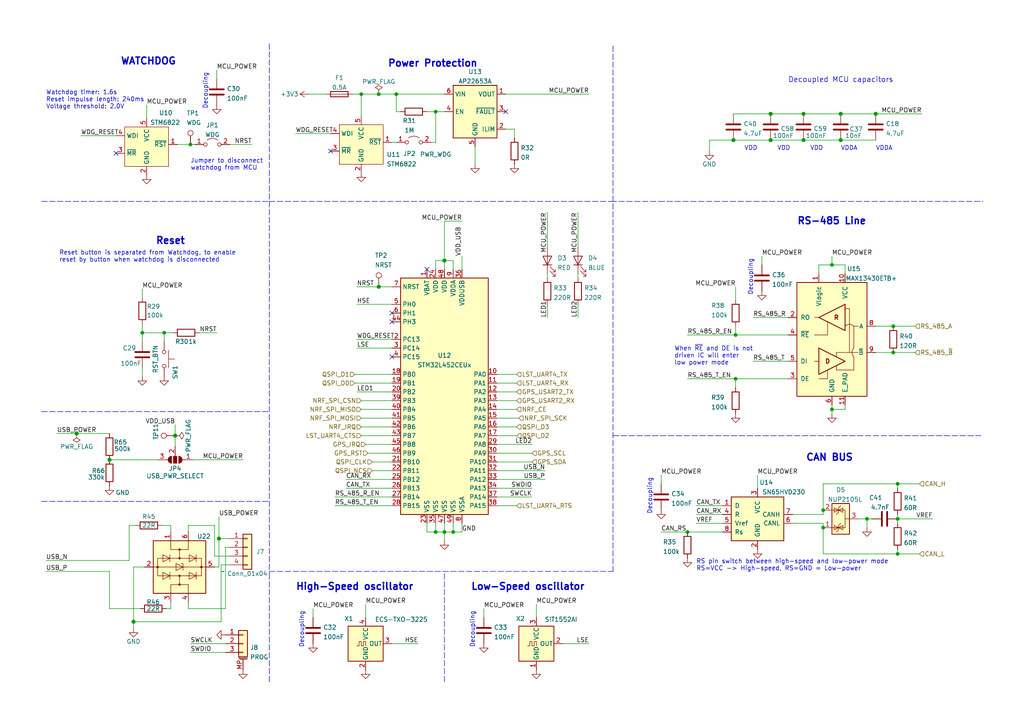
<source format=kicad_sch>
(kicad_sch (version 20211123) (generator eeschema)

  (uuid c99b1bac-5015-436e-be77-1f69903b02de)

  (paper "A4")

  (lib_symbols
    (symbol "Connector:TestPoint" (pin_numbers hide) (pin_names (offset 0.762) hide) (in_bom yes) (on_board yes)
      (property "Reference" "TP" (id 0) (at 0 6.858 0)
        (effects (font (size 1.27 1.27)))
      )
      (property "Value" "TestPoint" (id 1) (at 0 5.08 0)
        (effects (font (size 1.27 1.27)))
      )
      (property "Footprint" "" (id 2) (at 5.08 0 0)
        (effects (font (size 1.27 1.27)) hide)
      )
      (property "Datasheet" "~" (id 3) (at 5.08 0 0)
        (effects (font (size 1.27 1.27)) hide)
      )
      (property "ki_keywords" "test point tp" (id 4) (at 0 0 0)
        (effects (font (size 1.27 1.27)) hide)
      )
      (property "ki_description" "test point" (id 5) (at 0 0 0)
        (effects (font (size 1.27 1.27)) hide)
      )
      (property "ki_fp_filters" "Pin* Test*" (id 6) (at 0 0 0)
        (effects (font (size 1.27 1.27)) hide)
      )
      (symbol "TestPoint_0_1"
        (circle (center 0 3.302) (radius 0.762)
          (stroke (width 0) (type default) (color 0 0 0 0))
          (fill (type none))
        )
      )
      (symbol "TestPoint_1_1"
        (pin passive line (at 0 0 90) (length 2.54)
          (name "1" (effects (font (size 1.27 1.27))))
          (number "1" (effects (font (size 1.27 1.27))))
        )
      )
    )
    (symbol "Connector_Generic:Conn_01x04" (pin_names (offset 1.016) hide) (in_bom yes) (on_board yes)
      (property "Reference" "J" (id 0) (at 0 5.08 0)
        (effects (font (size 1.27 1.27)))
      )
      (property "Value" "Conn_01x04" (id 1) (at 0 -7.62 0)
        (effects (font (size 1.27 1.27)))
      )
      (property "Footprint" "" (id 2) (at 0 0 0)
        (effects (font (size 1.27 1.27)) hide)
      )
      (property "Datasheet" "~" (id 3) (at 0 0 0)
        (effects (font (size 1.27 1.27)) hide)
      )
      (property "ki_keywords" "connector" (id 4) (at 0 0 0)
        (effects (font (size 1.27 1.27)) hide)
      )
      (property "ki_description" "Generic connector, single row, 01x04, script generated (kicad-library-utils/schlib/autogen/connector/)" (id 5) (at 0 0 0)
        (effects (font (size 1.27 1.27)) hide)
      )
      (property "ki_fp_filters" "Connector*:*_1x??_*" (id 6) (at 0 0 0)
        (effects (font (size 1.27 1.27)) hide)
      )
      (symbol "Conn_01x04_1_1"
        (rectangle (start -1.27 -4.953) (end 0 -5.207)
          (stroke (width 0.1524) (type default) (color 0 0 0 0))
          (fill (type none))
        )
        (rectangle (start -1.27 -2.413) (end 0 -2.667)
          (stroke (width 0.1524) (type default) (color 0 0 0 0))
          (fill (type none))
        )
        (rectangle (start -1.27 0.127) (end 0 -0.127)
          (stroke (width 0.1524) (type default) (color 0 0 0 0))
          (fill (type none))
        )
        (rectangle (start -1.27 2.667) (end 0 2.413)
          (stroke (width 0.1524) (type default) (color 0 0 0 0))
          (fill (type none))
        )
        (rectangle (start -1.27 3.81) (end 1.27 -6.35)
          (stroke (width 0.254) (type default) (color 0 0 0 0))
          (fill (type background))
        )
        (pin passive line (at -5.08 2.54 0) (length 3.81)
          (name "Pin_1" (effects (font (size 1.27 1.27))))
          (number "1" (effects (font (size 1.27 1.27))))
        )
        (pin passive line (at -5.08 0 0) (length 3.81)
          (name "Pin_2" (effects (font (size 1.27 1.27))))
          (number "2" (effects (font (size 1.27 1.27))))
        )
        (pin passive line (at -5.08 -2.54 0) (length 3.81)
          (name "Pin_3" (effects (font (size 1.27 1.27))))
          (number "3" (effects (font (size 1.27 1.27))))
        )
        (pin passive line (at -5.08 -5.08 0) (length 3.81)
          (name "Pin_4" (effects (font (size 1.27 1.27))))
          (number "4" (effects (font (size 1.27 1.27))))
        )
      )
    )
    (symbol "Connector_Generic_MountingPin:Conn_01x03_MountingPin" (pin_names (offset 1.016) hide) (in_bom yes) (on_board yes)
      (property "Reference" "J" (id 0) (at 0 5.08 0)
        (effects (font (size 1.27 1.27)))
      )
      (property "Value" "Conn_01x03_MountingPin" (id 1) (at 1.27 -5.08 0)
        (effects (font (size 1.27 1.27)) (justify left))
      )
      (property "Footprint" "" (id 2) (at 0 0 0)
        (effects (font (size 1.27 1.27)) hide)
      )
      (property "Datasheet" "~" (id 3) (at 0 0 0)
        (effects (font (size 1.27 1.27)) hide)
      )
      (property "ki_keywords" "connector" (id 4) (at 0 0 0)
        (effects (font (size 1.27 1.27)) hide)
      )
      (property "ki_description" "Generic connectable mounting pin connector, single row, 01x03, script generated (kicad-library-utils/schlib/autogen/connector/)" (id 5) (at 0 0 0)
        (effects (font (size 1.27 1.27)) hide)
      )
      (property "ki_fp_filters" "Connector*:*_1x??-1MP*" (id 6) (at 0 0 0)
        (effects (font (size 1.27 1.27)) hide)
      )
      (symbol "Conn_01x03_MountingPin_1_1"
        (rectangle (start -1.27 -2.413) (end 0 -2.667)
          (stroke (width 0.1524) (type default) (color 0 0 0 0))
          (fill (type none))
        )
        (rectangle (start -1.27 0.127) (end 0 -0.127)
          (stroke (width 0.1524) (type default) (color 0 0 0 0))
          (fill (type none))
        )
        (rectangle (start -1.27 2.667) (end 0 2.413)
          (stroke (width 0.1524) (type default) (color 0 0 0 0))
          (fill (type none))
        )
        (rectangle (start -1.27 3.81) (end 1.27 -3.81)
          (stroke (width 0.254) (type default) (color 0 0 0 0))
          (fill (type background))
        )
        (polyline
          (pts
            (xy -1.016 -4.572)
            (xy 1.016 -4.572)
          )
          (stroke (width 0.1524) (type default) (color 0 0 0 0))
          (fill (type none))
        )
        (text "Mounting" (at 0 -4.191 0)
          (effects (font (size 0.381 0.381)))
        )
        (pin passive line (at -5.08 2.54 0) (length 3.81)
          (name "Pin_1" (effects (font (size 1.27 1.27))))
          (number "1" (effects (font (size 1.27 1.27))))
        )
        (pin passive line (at -5.08 0 0) (length 3.81)
          (name "Pin_2" (effects (font (size 1.27 1.27))))
          (number "2" (effects (font (size 1.27 1.27))))
        )
        (pin passive line (at -5.08 -2.54 0) (length 3.81)
          (name "Pin_3" (effects (font (size 1.27 1.27))))
          (number "3" (effects (font (size 1.27 1.27))))
        )
        (pin passive line (at 0 -7.62 90) (length 3.048)
          (name "MountPin" (effects (font (size 1.27 1.27))))
          (number "MP" (effects (font (size 1.27 1.27))))
        )
      )
    )
    (symbol "Device:C" (pin_numbers hide) (pin_names (offset 0.254)) (in_bom yes) (on_board yes)
      (property "Reference" "C" (id 0) (at 0.635 2.54 0)
        (effects (font (size 1.27 1.27)) (justify left))
      )
      (property "Value" "C" (id 1) (at 0.635 -2.54 0)
        (effects (font (size 1.27 1.27)) (justify left))
      )
      (property "Footprint" "" (id 2) (at 0.9652 -3.81 0)
        (effects (font (size 1.27 1.27)) hide)
      )
      (property "Datasheet" "~" (id 3) (at 0 0 0)
        (effects (font (size 1.27 1.27)) hide)
      )
      (property "ki_keywords" "cap capacitor" (id 4) (at 0 0 0)
        (effects (font (size 1.27 1.27)) hide)
      )
      (property "ki_description" "Unpolarized capacitor" (id 5) (at 0 0 0)
        (effects (font (size 1.27 1.27)) hide)
      )
      (property "ki_fp_filters" "C_*" (id 6) (at 0 0 0)
        (effects (font (size 1.27 1.27)) hide)
      )
      (symbol "C_0_1"
        (polyline
          (pts
            (xy -2.032 -0.762)
            (xy 2.032 -0.762)
          )
          (stroke (width 0.508) (type default) (color 0 0 0 0))
          (fill (type none))
        )
        (polyline
          (pts
            (xy -2.032 0.762)
            (xy 2.032 0.762)
          )
          (stroke (width 0.508) (type default) (color 0 0 0 0))
          (fill (type none))
        )
      )
      (symbol "C_1_1"
        (pin passive line (at 0 3.81 270) (length 2.794)
          (name "~" (effects (font (size 1.27 1.27))))
          (number "1" (effects (font (size 1.27 1.27))))
        )
        (pin passive line (at 0 -3.81 90) (length 2.794)
          (name "~" (effects (font (size 1.27 1.27))))
          (number "2" (effects (font (size 1.27 1.27))))
        )
      )
    )
    (symbol "Device:Fuse" (pin_numbers hide) (pin_names (offset 0)) (in_bom yes) (on_board yes)
      (property "Reference" "F" (id 0) (at 2.032 0 90)
        (effects (font (size 1.27 1.27)))
      )
      (property "Value" "Fuse" (id 1) (at -1.905 0 90)
        (effects (font (size 1.27 1.27)))
      )
      (property "Footprint" "" (id 2) (at -1.778 0 90)
        (effects (font (size 1.27 1.27)) hide)
      )
      (property "Datasheet" "~" (id 3) (at 0 0 0)
        (effects (font (size 1.27 1.27)) hide)
      )
      (property "ki_keywords" "fuse" (id 4) (at 0 0 0)
        (effects (font (size 1.27 1.27)) hide)
      )
      (property "ki_description" "Fuse" (id 5) (at 0 0 0)
        (effects (font (size 1.27 1.27)) hide)
      )
      (property "ki_fp_filters" "*Fuse*" (id 6) (at 0 0 0)
        (effects (font (size 1.27 1.27)) hide)
      )
      (symbol "Fuse_0_1"
        (rectangle (start -0.762 -2.54) (end 0.762 2.54)
          (stroke (width 0.254) (type default) (color 0 0 0 0))
          (fill (type none))
        )
        (polyline
          (pts
            (xy 0 2.54)
            (xy 0 -2.54)
          )
          (stroke (width 0) (type default) (color 0 0 0 0))
          (fill (type none))
        )
      )
      (symbol "Fuse_1_1"
        (pin passive line (at 0 3.81 270) (length 1.27)
          (name "~" (effects (font (size 1.27 1.27))))
          (number "1" (effects (font (size 1.27 1.27))))
        )
        (pin passive line (at 0 -3.81 90) (length 1.27)
          (name "~" (effects (font (size 1.27 1.27))))
          (number "2" (effects (font (size 1.27 1.27))))
        )
      )
    )
    (symbol "Device:LED" (pin_numbers hide) (pin_names (offset 1.016) hide) (in_bom yes) (on_board yes)
      (property "Reference" "D" (id 0) (at 0 2.54 0)
        (effects (font (size 1.27 1.27)))
      )
      (property "Value" "LED" (id 1) (at 0 -2.54 0)
        (effects (font (size 1.27 1.27)))
      )
      (property "Footprint" "" (id 2) (at 0 0 0)
        (effects (font (size 1.27 1.27)) hide)
      )
      (property "Datasheet" "~" (id 3) (at 0 0 0)
        (effects (font (size 1.27 1.27)) hide)
      )
      (property "ki_keywords" "LED diode" (id 4) (at 0 0 0)
        (effects (font (size 1.27 1.27)) hide)
      )
      (property "ki_description" "Light emitting diode" (id 5) (at 0 0 0)
        (effects (font (size 1.27 1.27)) hide)
      )
      (property "ki_fp_filters" "LED* LED_SMD:* LED_THT:*" (id 6) (at 0 0 0)
        (effects (font (size 1.27 1.27)) hide)
      )
      (symbol "LED_0_1"
        (polyline
          (pts
            (xy -1.27 -1.27)
            (xy -1.27 1.27)
          )
          (stroke (width 0.2032) (type default) (color 0 0 0 0))
          (fill (type none))
        )
        (polyline
          (pts
            (xy -1.27 0)
            (xy 1.27 0)
          )
          (stroke (width 0) (type default) (color 0 0 0 0))
          (fill (type none))
        )
        (polyline
          (pts
            (xy 1.27 -1.27)
            (xy 1.27 1.27)
            (xy -1.27 0)
            (xy 1.27 -1.27)
          )
          (stroke (width 0.2032) (type default) (color 0 0 0 0))
          (fill (type none))
        )
        (polyline
          (pts
            (xy -3.048 -0.762)
            (xy -4.572 -2.286)
            (xy -3.81 -2.286)
            (xy -4.572 -2.286)
            (xy -4.572 -1.524)
          )
          (stroke (width 0) (type default) (color 0 0 0 0))
          (fill (type none))
        )
        (polyline
          (pts
            (xy -1.778 -0.762)
            (xy -3.302 -2.286)
            (xy -2.54 -2.286)
            (xy -3.302 -2.286)
            (xy -3.302 -1.524)
          )
          (stroke (width 0) (type default) (color 0 0 0 0))
          (fill (type none))
        )
      )
      (symbol "LED_1_1"
        (pin passive line (at -3.81 0 0) (length 2.54)
          (name "K" (effects (font (size 1.27 1.27))))
          (number "1" (effects (font (size 1.27 1.27))))
        )
        (pin passive line (at 3.81 0 180) (length 2.54)
          (name "A" (effects (font (size 1.27 1.27))))
          (number "2" (effects (font (size 1.27 1.27))))
        )
      )
    )
    (symbol "Device:R" (pin_numbers hide) (pin_names (offset 0)) (in_bom yes) (on_board yes)
      (property "Reference" "R" (id 0) (at 2.032 0 90)
        (effects (font (size 1.27 1.27)))
      )
      (property "Value" "R" (id 1) (at 0 0 90)
        (effects (font (size 1.27 1.27)))
      )
      (property "Footprint" "" (id 2) (at -1.778 0 90)
        (effects (font (size 1.27 1.27)) hide)
      )
      (property "Datasheet" "~" (id 3) (at 0 0 0)
        (effects (font (size 1.27 1.27)) hide)
      )
      (property "ki_keywords" "R res resistor" (id 4) (at 0 0 0)
        (effects (font (size 1.27 1.27)) hide)
      )
      (property "ki_description" "Resistor" (id 5) (at 0 0 0)
        (effects (font (size 1.27 1.27)) hide)
      )
      (property "ki_fp_filters" "R_*" (id 6) (at 0 0 0)
        (effects (font (size 1.27 1.27)) hide)
      )
      (symbol "R_0_1"
        (rectangle (start -1.016 -2.54) (end 1.016 2.54)
          (stroke (width 0.254) (type default) (color 0 0 0 0))
          (fill (type none))
        )
      )
      (symbol "R_1_1"
        (pin passive line (at 0 3.81 270) (length 1.27)
          (name "~" (effects (font (size 1.27 1.27))))
          (number "1" (effects (font (size 1.27 1.27))))
        )
        (pin passive line (at 0 -3.81 90) (length 1.27)
          (name "~" (effects (font (size 1.27 1.27))))
          (number "2" (effects (font (size 1.27 1.27))))
        )
      )
    )
    (symbol "Interface_CAN_LIN:SN65HVD230" (pin_names (offset 1.016)) (in_bom yes) (on_board yes)
      (property "Reference" "U" (id 0) (at -2.54 10.16 0)
        (effects (font (size 1.27 1.27)) (justify right))
      )
      (property "Value" "SN65HVD230" (id 1) (at -2.54 7.62 0)
        (effects (font (size 1.27 1.27)) (justify right))
      )
      (property "Footprint" "Package_SO:SOIC-8_3.9x4.9mm_P1.27mm" (id 2) (at 0 -12.7 0)
        (effects (font (size 1.27 1.27)) hide)
      )
      (property "Datasheet" "http://www.ti.com/lit/ds/symlink/sn65hvd230.pdf" (id 3) (at -2.54 10.16 0)
        (effects (font (size 1.27 1.27)) hide)
      )
      (property "ki_keywords" "can transeiver ti low-power" (id 4) (at 0 0 0)
        (effects (font (size 1.27 1.27)) hide)
      )
      (property "ki_description" "CAN Bus Transceivers, 3.3V, 1Mbps, Low-Power capabilities, SOIC-8" (id 5) (at 0 0 0)
        (effects (font (size 1.27 1.27)) hide)
      )
      (property "ki_fp_filters" "SOIC*3.9x4.9mm*P1.27mm*" (id 6) (at 0 0 0)
        (effects (font (size 1.27 1.27)) hide)
      )
      (symbol "SN65HVD230_0_1"
        (rectangle (start -7.62 5.08) (end 7.62 -7.62)
          (stroke (width 0.254) (type default) (color 0 0 0 0))
          (fill (type background))
        )
      )
      (symbol "SN65HVD230_1_1"
        (pin input line (at -10.16 2.54 0) (length 2.54)
          (name "D" (effects (font (size 1.27 1.27))))
          (number "1" (effects (font (size 1.27 1.27))))
        )
        (pin power_in line (at 0 -10.16 90) (length 2.54)
          (name "GND" (effects (font (size 1.27 1.27))))
          (number "2" (effects (font (size 1.27 1.27))))
        )
        (pin power_in line (at 0 7.62 270) (length 2.54)
          (name "VCC" (effects (font (size 1.27 1.27))))
          (number "3" (effects (font (size 1.27 1.27))))
        )
        (pin output line (at -10.16 0 0) (length 2.54)
          (name "R" (effects (font (size 1.27 1.27))))
          (number "4" (effects (font (size 1.27 1.27))))
        )
        (pin output line (at -10.16 -2.54 0) (length 2.54)
          (name "Vref" (effects (font (size 1.27 1.27))))
          (number "5" (effects (font (size 1.27 1.27))))
        )
        (pin bidirectional line (at 10.16 -2.54 180) (length 2.54)
          (name "CANL" (effects (font (size 1.27 1.27))))
          (number "6" (effects (font (size 1.27 1.27))))
        )
        (pin bidirectional line (at 10.16 0 180) (length 2.54)
          (name "CANH" (effects (font (size 1.27 1.27))))
          (number "7" (effects (font (size 1.27 1.27))))
        )
        (pin input line (at -10.16 -5.08 0) (length 2.54)
          (name "Rs" (effects (font (size 1.27 1.27))))
          (number "8" (effects (font (size 1.27 1.27))))
        )
      )
    )
    (symbol "Jumper:Jumper_2_Open" (pin_names (offset 0) hide) (in_bom yes) (on_board yes)
      (property "Reference" "JP" (id 0) (at 0 2.794 0)
        (effects (font (size 1.27 1.27)))
      )
      (property "Value" "Jumper_2_Open" (id 1) (at 0 -2.286 0)
        (effects (font (size 1.27 1.27)))
      )
      (property "Footprint" "" (id 2) (at 0 0 0)
        (effects (font (size 1.27 1.27)) hide)
      )
      (property "Datasheet" "~" (id 3) (at 0 0 0)
        (effects (font (size 1.27 1.27)) hide)
      )
      (property "ki_keywords" "Jumper SPST" (id 4) (at 0 0 0)
        (effects (font (size 1.27 1.27)) hide)
      )
      (property "ki_description" "Jumper, 2-pole, open" (id 5) (at 0 0 0)
        (effects (font (size 1.27 1.27)) hide)
      )
      (property "ki_fp_filters" "Jumper* TestPoint*2Pads* TestPoint*Bridge*" (id 6) (at 0 0 0)
        (effects (font (size 1.27 1.27)) hide)
      )
      (symbol "Jumper_2_Open_0_0"
        (circle (center -2.032 0) (radius 0.508)
          (stroke (width 0) (type default) (color 0 0 0 0))
          (fill (type none))
        )
        (circle (center 2.032 0) (radius 0.508)
          (stroke (width 0) (type default) (color 0 0 0 0))
          (fill (type none))
        )
      )
      (symbol "Jumper_2_Open_0_1"
        (arc (start 1.524 1.27) (mid 0 1.778) (end -1.524 1.27)
          (stroke (width 0) (type default) (color 0 0 0 0))
          (fill (type none))
        )
      )
      (symbol "Jumper_2_Open_1_1"
        (pin passive line (at -5.08 0 0) (length 2.54)
          (name "A" (effects (font (size 1.27 1.27))))
          (number "1" (effects (font (size 1.27 1.27))))
        )
        (pin passive line (at 5.08 0 180) (length 2.54)
          (name "B" (effects (font (size 1.27 1.27))))
          (number "2" (effects (font (size 1.27 1.27))))
        )
      )
    )
    (symbol "Jumper:SolderJumper_3_Open" (pin_names (offset 0) hide) (in_bom yes) (on_board yes)
      (property "Reference" "JP" (id 0) (at -2.54 -2.54 0)
        (effects (font (size 1.27 1.27)))
      )
      (property "Value" "SolderJumper_3_Open" (id 1) (at 0 2.794 0)
        (effects (font (size 1.27 1.27)))
      )
      (property "Footprint" "" (id 2) (at 0 0 0)
        (effects (font (size 1.27 1.27)) hide)
      )
      (property "Datasheet" "~" (id 3) (at 0 0 0)
        (effects (font (size 1.27 1.27)) hide)
      )
      (property "ki_keywords" "Solder Jumper SPDT" (id 4) (at 0 0 0)
        (effects (font (size 1.27 1.27)) hide)
      )
      (property "ki_description" "Solder Jumper, 3-pole, open" (id 5) (at 0 0 0)
        (effects (font (size 1.27 1.27)) hide)
      )
      (property "ki_fp_filters" "SolderJumper*Open*" (id 6) (at 0 0 0)
        (effects (font (size 1.27 1.27)) hide)
      )
      (symbol "SolderJumper_3_Open_0_1"
        (arc (start -1.016 1.016) (mid -2.032 0) (end -1.016 -1.016)
          (stroke (width 0) (type default) (color 0 0 0 0))
          (fill (type none))
        )
        (arc (start -1.016 1.016) (mid -2.032 0) (end -1.016 -1.016)
          (stroke (width 0) (type default) (color 0 0 0 0))
          (fill (type outline))
        )
        (rectangle (start -0.508 1.016) (end 0.508 -1.016)
          (stroke (width 0) (type default) (color 0 0 0 0))
          (fill (type outline))
        )
        (polyline
          (pts
            (xy -2.54 0)
            (xy -2.032 0)
          )
          (stroke (width 0) (type default) (color 0 0 0 0))
          (fill (type none))
        )
        (polyline
          (pts
            (xy -1.016 1.016)
            (xy -1.016 -1.016)
          )
          (stroke (width 0) (type default) (color 0 0 0 0))
          (fill (type none))
        )
        (polyline
          (pts
            (xy 0 -1.27)
            (xy 0 -1.016)
          )
          (stroke (width 0) (type default) (color 0 0 0 0))
          (fill (type none))
        )
        (polyline
          (pts
            (xy 1.016 1.016)
            (xy 1.016 -1.016)
          )
          (stroke (width 0) (type default) (color 0 0 0 0))
          (fill (type none))
        )
        (polyline
          (pts
            (xy 2.54 0)
            (xy 2.032 0)
          )
          (stroke (width 0) (type default) (color 0 0 0 0))
          (fill (type none))
        )
        (arc (start 1.016 -1.016) (mid 2.032 0) (end 1.016 1.016)
          (stroke (width 0) (type default) (color 0 0 0 0))
          (fill (type none))
        )
        (arc (start 1.016 -1.016) (mid 2.032 0) (end 1.016 1.016)
          (stroke (width 0) (type default) (color 0 0 0 0))
          (fill (type outline))
        )
      )
      (symbol "SolderJumper_3_Open_1_1"
        (pin passive line (at -5.08 0 0) (length 2.54)
          (name "A" (effects (font (size 1.27 1.27))))
          (number "1" (effects (font (size 1.27 1.27))))
        )
        (pin input line (at 0 -3.81 90) (length 2.54)
          (name "C" (effects (font (size 1.27 1.27))))
          (number "2" (effects (font (size 1.27 1.27))))
        )
        (pin passive line (at 5.08 0 180) (length 2.54)
          (name "B" (effects (font (size 1.27 1.27))))
          (number "3" (effects (font (size 1.27 1.27))))
        )
      )
    )
    (symbol "MCU_ST_STM32L4:STM32L452CEUx" (in_bom yes) (on_board yes)
      (property "Reference" "U" (id 0) (at -12.7 34.29 0)
        (effects (font (size 1.27 1.27)) (justify left))
      )
      (property "Value" "STM32L452CEUx" (id 1) (at 7.62 34.29 0)
        (effects (font (size 1.27 1.27)) (justify left))
      )
      (property "Footprint" "Package_DFN_QFN:QFN-48-1EP_7x7mm_P0.5mm_EP5.6x5.6mm" (id 2) (at -12.7 -35.56 0)
        (effects (font (size 1.27 1.27)) (justify right) hide)
      )
      (property "Datasheet" "http://www.st.com/st-web-ui/static/active/en/resource/technical/document/datasheet/DM00340549.pdf" (id 3) (at 0 0 0)
        (effects (font (size 1.27 1.27)) hide)
      )
      (property "ki_keywords" "ARM Cortex-M4 STM32L4 STM32L4x2" (id 4) (at 0 0 0)
        (effects (font (size 1.27 1.27)) hide)
      )
      (property "ki_description" "ARM Cortex-M4 MCU, 512KB flash, 160KB RAM, 80MHz, 1.71-3.6V, 38 GPIO, UFQFPN-48" (id 5) (at 0 0 0)
        (effects (font (size 1.27 1.27)) hide)
      )
      (property "ki_fp_filters" "QFN*1EP*7x7mm*P0.5mm*" (id 6) (at 0 0 0)
        (effects (font (size 1.27 1.27)) hide)
      )
      (symbol "STM32L452CEUx_0_1"
        (rectangle (start -12.7 -35.56) (end 12.7 33.02)
          (stroke (width 0.254) (type default) (color 0 0 0 0))
          (fill (type background))
        )
      )
      (symbol "STM32L452CEUx_1_1"
        (pin power_in line (at -5.08 35.56 270) (length 2.54)
          (name "VBAT" (effects (font (size 1.27 1.27))))
          (number "1" (effects (font (size 1.27 1.27))))
        )
        (pin bidirectional line (at 15.24 5.08 180) (length 2.54)
          (name "PA0" (effects (font (size 1.27 1.27))))
          (number "10" (effects (font (size 1.27 1.27))))
        )
        (pin bidirectional line (at 15.24 2.54 180) (length 2.54)
          (name "PA1" (effects (font (size 1.27 1.27))))
          (number "11" (effects (font (size 1.27 1.27))))
        )
        (pin bidirectional line (at 15.24 0 180) (length 2.54)
          (name "PA2" (effects (font (size 1.27 1.27))))
          (number "12" (effects (font (size 1.27 1.27))))
        )
        (pin bidirectional line (at 15.24 -2.54 180) (length 2.54)
          (name "PA3" (effects (font (size 1.27 1.27))))
          (number "13" (effects (font (size 1.27 1.27))))
        )
        (pin bidirectional line (at 15.24 -5.08 180) (length 2.54)
          (name "PA4" (effects (font (size 1.27 1.27))))
          (number "14" (effects (font (size 1.27 1.27))))
        )
        (pin bidirectional line (at 15.24 -7.62 180) (length 2.54)
          (name "PA5" (effects (font (size 1.27 1.27))))
          (number "15" (effects (font (size 1.27 1.27))))
        )
        (pin bidirectional line (at 15.24 -10.16 180) (length 2.54)
          (name "PA6" (effects (font (size 1.27 1.27))))
          (number "16" (effects (font (size 1.27 1.27))))
        )
        (pin bidirectional line (at 15.24 -12.7 180) (length 2.54)
          (name "PA7" (effects (font (size 1.27 1.27))))
          (number "17" (effects (font (size 1.27 1.27))))
        )
        (pin bidirectional line (at -15.24 5.08 0) (length 2.54)
          (name "PB0" (effects (font (size 1.27 1.27))))
          (number "18" (effects (font (size 1.27 1.27))))
        )
        (pin bidirectional line (at -15.24 2.54 0) (length 2.54)
          (name "PB1" (effects (font (size 1.27 1.27))))
          (number "19" (effects (font (size 1.27 1.27))))
        )
        (pin bidirectional line (at -15.24 15.24 0) (length 2.54)
          (name "PC13" (effects (font (size 1.27 1.27))))
          (number "2" (effects (font (size 1.27 1.27))))
        )
        (pin bidirectional line (at -15.24 0 0) (length 2.54)
          (name "PB2" (effects (font (size 1.27 1.27))))
          (number "20" (effects (font (size 1.27 1.27))))
        )
        (pin bidirectional line (at -15.24 -20.32 0) (length 2.54)
          (name "PB10" (effects (font (size 1.27 1.27))))
          (number "21" (effects (font (size 1.27 1.27))))
        )
        (pin bidirectional line (at -15.24 -22.86 0) (length 2.54)
          (name "PB11" (effects (font (size 1.27 1.27))))
          (number "22" (effects (font (size 1.27 1.27))))
        )
        (pin power_in line (at -5.08 -38.1 90) (length 2.54)
          (name "VSS" (effects (font (size 1.27 1.27))))
          (number "23" (effects (font (size 1.27 1.27))))
        )
        (pin power_in line (at -2.54 35.56 270) (length 2.54)
          (name "VDD" (effects (font (size 1.27 1.27))))
          (number "24" (effects (font (size 1.27 1.27))))
        )
        (pin bidirectional line (at -15.24 -25.4 0) (length 2.54)
          (name "PB12" (effects (font (size 1.27 1.27))))
          (number "25" (effects (font (size 1.27 1.27))))
        )
        (pin bidirectional line (at -15.24 -27.94 0) (length 2.54)
          (name "PB13" (effects (font (size 1.27 1.27))))
          (number "26" (effects (font (size 1.27 1.27))))
        )
        (pin bidirectional line (at -15.24 -30.48 0) (length 2.54)
          (name "PB14" (effects (font (size 1.27 1.27))))
          (number "27" (effects (font (size 1.27 1.27))))
        )
        (pin bidirectional line (at -15.24 -33.02 0) (length 2.54)
          (name "PB15" (effects (font (size 1.27 1.27))))
          (number "28" (effects (font (size 1.27 1.27))))
        )
        (pin bidirectional line (at 15.24 -15.24 180) (length 2.54)
          (name "PA8" (effects (font (size 1.27 1.27))))
          (number "29" (effects (font (size 1.27 1.27))))
        )
        (pin bidirectional line (at -15.24 12.7 0) (length 2.54)
          (name "PC14" (effects (font (size 1.27 1.27))))
          (number "3" (effects (font (size 1.27 1.27))))
        )
        (pin bidirectional line (at 15.24 -17.78 180) (length 2.54)
          (name "PA9" (effects (font (size 1.27 1.27))))
          (number "30" (effects (font (size 1.27 1.27))))
        )
        (pin bidirectional line (at 15.24 -20.32 180) (length 2.54)
          (name "PA10" (effects (font (size 1.27 1.27))))
          (number "31" (effects (font (size 1.27 1.27))))
        )
        (pin bidirectional line (at 15.24 -22.86 180) (length 2.54)
          (name "PA11" (effects (font (size 1.27 1.27))))
          (number "32" (effects (font (size 1.27 1.27))))
        )
        (pin bidirectional line (at 15.24 -25.4 180) (length 2.54)
          (name "PA12" (effects (font (size 1.27 1.27))))
          (number "33" (effects (font (size 1.27 1.27))))
        )
        (pin bidirectional line (at 15.24 -27.94 180) (length 2.54)
          (name "PA13" (effects (font (size 1.27 1.27))))
          (number "34" (effects (font (size 1.27 1.27))))
        )
        (pin power_in line (at -2.54 -38.1 90) (length 2.54)
          (name "VSS" (effects (font (size 1.27 1.27))))
          (number "35" (effects (font (size 1.27 1.27))))
        )
        (pin power_in line (at 5.08 35.56 270) (length 2.54)
          (name "VDDUSB" (effects (font (size 1.27 1.27))))
          (number "36" (effects (font (size 1.27 1.27))))
        )
        (pin bidirectional line (at 15.24 -30.48 180) (length 2.54)
          (name "PA14" (effects (font (size 1.27 1.27))))
          (number "37" (effects (font (size 1.27 1.27))))
        )
        (pin bidirectional line (at 15.24 -33.02 180) (length 2.54)
          (name "PA15" (effects (font (size 1.27 1.27))))
          (number "38" (effects (font (size 1.27 1.27))))
        )
        (pin bidirectional line (at -15.24 -2.54 0) (length 2.54)
          (name "PB3" (effects (font (size 1.27 1.27))))
          (number "39" (effects (font (size 1.27 1.27))))
        )
        (pin bidirectional line (at -15.24 10.16 0) (length 2.54)
          (name "PC15" (effects (font (size 1.27 1.27))))
          (number "4" (effects (font (size 1.27 1.27))))
        )
        (pin bidirectional line (at -15.24 -5.08 0) (length 2.54)
          (name "PB4" (effects (font (size 1.27 1.27))))
          (number "40" (effects (font (size 1.27 1.27))))
        )
        (pin bidirectional line (at -15.24 -7.62 0) (length 2.54)
          (name "PB5" (effects (font (size 1.27 1.27))))
          (number "41" (effects (font (size 1.27 1.27))))
        )
        (pin bidirectional line (at -15.24 -10.16 0) (length 2.54)
          (name "PB6" (effects (font (size 1.27 1.27))))
          (number "42" (effects (font (size 1.27 1.27))))
        )
        (pin bidirectional line (at -15.24 -12.7 0) (length 2.54)
          (name "PB7" (effects (font (size 1.27 1.27))))
          (number "43" (effects (font (size 1.27 1.27))))
        )
        (pin bidirectional line (at -15.24 20.32 0) (length 2.54)
          (name "PH3" (effects (font (size 1.27 1.27))))
          (number "44" (effects (font (size 1.27 1.27))))
        )
        (pin bidirectional line (at -15.24 -15.24 0) (length 2.54)
          (name "PB8" (effects (font (size 1.27 1.27))))
          (number "45" (effects (font (size 1.27 1.27))))
        )
        (pin bidirectional line (at -15.24 -17.78 0) (length 2.54)
          (name "PB9" (effects (font (size 1.27 1.27))))
          (number "46" (effects (font (size 1.27 1.27))))
        )
        (pin power_in line (at 0 -38.1 90) (length 2.54)
          (name "VSS" (effects (font (size 1.27 1.27))))
          (number "47" (effects (font (size 1.27 1.27))))
        )
        (pin power_in line (at 0 35.56 270) (length 2.54)
          (name "VDD" (effects (font (size 1.27 1.27))))
          (number "48" (effects (font (size 1.27 1.27))))
        )
        (pin power_in line (at 2.54 -38.1 90) (length 2.54)
          (name "VSS" (effects (font (size 1.27 1.27))))
          (number "49" (effects (font (size 1.27 1.27))))
        )
        (pin input line (at -15.24 25.4 0) (length 2.54)
          (name "PH0" (effects (font (size 1.27 1.27))))
          (number "5" (effects (font (size 1.27 1.27))))
        )
        (pin input line (at -15.24 22.86 0) (length 2.54)
          (name "PH1" (effects (font (size 1.27 1.27))))
          (number "6" (effects (font (size 1.27 1.27))))
        )
        (pin input line (at -15.24 30.48 0) (length 2.54)
          (name "NRST" (effects (font (size 1.27 1.27))))
          (number "7" (effects (font (size 1.27 1.27))))
        )
        (pin power_in line (at 5.08 -38.1 90) (length 2.54)
          (name "VSSA" (effects (font (size 1.27 1.27))))
          (number "8" (effects (font (size 1.27 1.27))))
        )
        (pin power_in line (at 2.54 35.56 270) (length 2.54)
          (name "VDDA" (effects (font (size 1.27 1.27))))
          (number "9" (effects (font (size 1.27 1.27))))
        )
      )
    )
    (symbol "Power_Protection:NUP2105L" (pin_names hide) (in_bom yes) (on_board yes)
      (property "Reference" "D" (id 0) (at 5.715 2.54 0)
        (effects (font (size 1.27 1.27)) (justify left))
      )
      (property "Value" "NUP2105L" (id 1) (at 5.715 0.635 0)
        (effects (font (size 1.27 1.27)) (justify left))
      )
      (property "Footprint" "Package_TO_SOT_SMD:SOT-23" (id 2) (at 5.715 -1.27 0)
        (effects (font (size 1.27 1.27)) (justify left) hide)
      )
      (property "Datasheet" "http://www.onsemi.com/pub_link/Collateral/NUP2105L-D.PDF" (id 3) (at 3.175 3.175 0)
        (effects (font (size 1.27 1.27)) hide)
      )
      (property "ki_keywords" "can esd protection suppression transient" (id 4) (at 0 0 0)
        (effects (font (size 1.27 1.27)) hide)
      )
      (property "ki_description" "Dual Line CAN Bus Protector, 24Vrwm" (id 5) (at 0 0 0)
        (effects (font (size 1.27 1.27)) hide)
      )
      (property "ki_fp_filters" "SOT?23*" (id 6) (at 0 0 0)
        (effects (font (size 1.27 1.27)) hide)
      )
      (symbol "NUP2105L_0_0"
        (pin passive line (at 0 -5.08 90) (length 2.54)
          (name "A" (effects (font (size 1.27 1.27))))
          (number "3" (effects (font (size 1.27 1.27))))
        )
      )
      (symbol "NUP2105L_0_1"
        (rectangle (start -4.445 2.54) (end 4.445 -2.54)
          (stroke (width 0.254) (type default) (color 0 0 0 0))
          (fill (type background))
        )
        (polyline
          (pts
            (xy -2.54 2.54)
            (xy -2.54 0.635)
          )
          (stroke (width 0) (type default) (color 0 0 0 0))
          (fill (type none))
        )
        (polyline
          (pts
            (xy 0 -1.27)
            (xy 0 -2.54)
          )
          (stroke (width 0) (type default) (color 0 0 0 0))
          (fill (type none))
        )
        (polyline
          (pts
            (xy 2.54 2.54)
            (xy 2.54 0.635)
          )
          (stroke (width 0) (type default) (color 0 0 0 0))
          (fill (type none))
        )
        (polyline
          (pts
            (xy -3.81 1.27)
            (xy -3.175 0.635)
            (xy -1.905 0.635)
            (xy -1.27 0)
          )
          (stroke (width 0) (type default) (color 0 0 0 0))
          (fill (type none))
        )
        (polyline
          (pts
            (xy -2.54 0.635)
            (xy -2.54 -1.27)
            (xy 2.54 -1.27)
            (xy 2.54 0.635)
          )
          (stroke (width 0) (type default) (color 0 0 0 0))
          (fill (type none))
        )
        (polyline
          (pts
            (xy -2.54 0.635)
            (xy -1.905 -0.635)
            (xy -3.175 -0.635)
            (xy -2.54 0.635)
          )
          (stroke (width 0) (type default) (color 0 0 0 0))
          (fill (type none))
        )
        (polyline
          (pts
            (xy 2.54 0.635)
            (xy 1.905 -0.635)
            (xy 3.175 -0.635)
            (xy 2.54 0.635)
          )
          (stroke (width 0) (type default) (color 0 0 0 0))
          (fill (type none))
        )
        (polyline
          (pts
            (xy 2.54 0.635)
            (xy 3.175 1.905)
            (xy 1.905 1.905)
            (xy 2.54 0.635)
          )
          (stroke (width 0) (type default) (color 0 0 0 0))
          (fill (type none))
        )
        (polyline
          (pts
            (xy -2.54 0.635)
            (xy -3.175 1.905)
            (xy -1.905 1.905)
            (xy -2.54 0.635)
            (xy -2.54 1.27)
          )
          (stroke (width 0) (type default) (color 0 0 0 0))
          (fill (type none))
        )
        (polyline
          (pts
            (xy 1.27 1.27)
            (xy 1.905 0.635)
            (xy 2.54 0.635)
            (xy 3.175 0.635)
            (xy 3.81 0)
          )
          (stroke (width 0) (type default) (color 0 0 0 0))
          (fill (type none))
        )
      )
      (symbol "NUP2105L_1_1"
        (pin passive line (at -2.54 5.08 270) (length 2.54)
          (name "K" (effects (font (size 1.27 1.27))))
          (number "1" (effects (font (size 1.27 1.27))))
        )
        (pin passive line (at 2.54 5.08 270) (length 2.54)
          (name "K" (effects (font (size 1.27 1.27))))
          (number "2" (effects (font (size 1.27 1.27))))
        )
      )
    )
    (symbol "Power_Protection:USBLC6-2P6" (pin_names hide) (in_bom yes) (on_board yes)
      (property "Reference" "U" (id 0) (at 2.54 8.89 0)
        (effects (font (size 1.27 1.27)) (justify left))
      )
      (property "Value" "USBLC6-2P6" (id 1) (at 2.54 -8.89 0)
        (effects (font (size 1.27 1.27)) (justify left))
      )
      (property "Footprint" "Package_TO_SOT_SMD:SOT-666" (id 2) (at 0 -12.7 0)
        (effects (font (size 1.27 1.27)) hide)
      )
      (property "Datasheet" "https://www.st.com/resource/en/datasheet/usblc6-2.pdf" (id 3) (at 5.08 8.89 0)
        (effects (font (size 1.27 1.27)) hide)
      )
      (property "ki_keywords" "usb ethernet video" (id 4) (at 0 0 0)
        (effects (font (size 1.27 1.27)) hide)
      )
      (property "ki_description" "Very low capacitance ESD protection diode, 2 data-line, SOT-666" (id 5) (at 0 0 0)
        (effects (font (size 1.27 1.27)) hide)
      )
      (property "ki_fp_filters" "SOT?666*" (id 6) (at 0 0 0)
        (effects (font (size 1.27 1.27)) hide)
      )
      (symbol "USBLC6-2P6_0_1"
        (rectangle (start -7.62 -7.62) (end 7.62 7.62)
          (stroke (width 0.254) (type default) (color 0 0 0 0))
          (fill (type background))
        )
        (circle (center -5.08 0) (radius 0.254)
          (stroke (width 0) (type default) (color 0 0 0 0))
          (fill (type outline))
        )
        (circle (center -2.54 0) (radius 0.254)
          (stroke (width 0) (type default) (color 0 0 0 0))
          (fill (type outline))
        )
        (rectangle (start -2.54 6.35) (end 2.54 -6.35)
          (stroke (width 0) (type default) (color 0 0 0 0))
          (fill (type none))
        )
        (circle (center 0 -6.35) (radius 0.254)
          (stroke (width 0) (type default) (color 0 0 0 0))
          (fill (type outline))
        )
        (polyline
          (pts
            (xy -5.08 -2.54)
            (xy -7.62 -2.54)
          )
          (stroke (width 0) (type default) (color 0 0 0 0))
          (fill (type none))
        )
        (polyline
          (pts
            (xy -5.08 0)
            (xy -5.08 -2.54)
          )
          (stroke (width 0) (type default) (color 0 0 0 0))
          (fill (type none))
        )
        (polyline
          (pts
            (xy -5.08 2.54)
            (xy -7.62 2.54)
          )
          (stroke (width 0) (type default) (color 0 0 0 0))
          (fill (type none))
        )
        (polyline
          (pts
            (xy -1.524 -2.794)
            (xy -3.556 -2.794)
          )
          (stroke (width 0) (type default) (color 0 0 0 0))
          (fill (type none))
        )
        (polyline
          (pts
            (xy -1.524 4.826)
            (xy -3.556 4.826)
          )
          (stroke (width 0) (type default) (color 0 0 0 0))
          (fill (type none))
        )
        (polyline
          (pts
            (xy 0 -7.62)
            (xy 0 -6.35)
          )
          (stroke (width 0) (type default) (color 0 0 0 0))
          (fill (type none))
        )
        (polyline
          (pts
            (xy 0 -6.35)
            (xy 0 1.27)
          )
          (stroke (width 0) (type default) (color 0 0 0 0))
          (fill (type none))
        )
        (polyline
          (pts
            (xy 0 1.27)
            (xy 0 6.35)
          )
          (stroke (width 0) (type default) (color 0 0 0 0))
          (fill (type none))
        )
        (polyline
          (pts
            (xy 0 6.35)
            (xy 0 7.62)
          )
          (stroke (width 0) (type default) (color 0 0 0 0))
          (fill (type none))
        )
        (polyline
          (pts
            (xy 1.524 -2.794)
            (xy 3.556 -2.794)
          )
          (stroke (width 0) (type default) (color 0 0 0 0))
          (fill (type none))
        )
        (polyline
          (pts
            (xy 1.524 4.826)
            (xy 3.556 4.826)
          )
          (stroke (width 0) (type default) (color 0 0 0 0))
          (fill (type none))
        )
        (polyline
          (pts
            (xy 5.08 -2.54)
            (xy 7.62 -2.54)
          )
          (stroke (width 0) (type default) (color 0 0 0 0))
          (fill (type none))
        )
        (polyline
          (pts
            (xy 5.08 0)
            (xy 5.08 -2.54)
          )
          (stroke (width 0) (type default) (color 0 0 0 0))
          (fill (type none))
        )
        (polyline
          (pts
            (xy 5.08 2.54)
            (xy 7.62 2.54)
          )
          (stroke (width 0) (type default) (color 0 0 0 0))
          (fill (type none))
        )
        (polyline
          (pts
            (xy -2.54 0)
            (xy -5.08 0)
            (xy -5.08 2.54)
          )
          (stroke (width 0) (type default) (color 0 0 0 0))
          (fill (type none))
        )
        (polyline
          (pts
            (xy 2.54 0)
            (xy 5.08 0)
            (xy 5.08 2.54)
          )
          (stroke (width 0) (type default) (color 0 0 0 0))
          (fill (type none))
        )
        (polyline
          (pts
            (xy -3.556 -4.826)
            (xy -1.524 -4.826)
            (xy -2.54 -2.794)
            (xy -3.556 -4.826)
          )
          (stroke (width 0) (type default) (color 0 0 0 0))
          (fill (type none))
        )
        (polyline
          (pts
            (xy -3.556 2.794)
            (xy -1.524 2.794)
            (xy -2.54 4.826)
            (xy -3.556 2.794)
          )
          (stroke (width 0) (type default) (color 0 0 0 0))
          (fill (type none))
        )
        (polyline
          (pts
            (xy -1.016 -1.016)
            (xy 1.016 -1.016)
            (xy 0 1.016)
            (xy -1.016 -1.016)
          )
          (stroke (width 0) (type default) (color 0 0 0 0))
          (fill (type none))
        )
        (polyline
          (pts
            (xy 1.016 1.016)
            (xy 0.762 1.016)
            (xy -1.016 1.016)
            (xy -1.016 0.508)
          )
          (stroke (width 0) (type default) (color 0 0 0 0))
          (fill (type none))
        )
        (polyline
          (pts
            (xy 3.556 -4.826)
            (xy 1.524 -4.826)
            (xy 2.54 -2.794)
            (xy 3.556 -4.826)
          )
          (stroke (width 0) (type default) (color 0 0 0 0))
          (fill (type none))
        )
        (polyline
          (pts
            (xy 3.556 2.794)
            (xy 1.524 2.794)
            (xy 2.54 4.826)
            (xy 3.556 2.794)
          )
          (stroke (width 0) (type default) (color 0 0 0 0))
          (fill (type none))
        )
        (circle (center 0 6.35) (radius 0.254)
          (stroke (width 0) (type default) (color 0 0 0 0))
          (fill (type outline))
        )
        (circle (center 2.54 0) (radius 0.254)
          (stroke (width 0) (type default) (color 0 0 0 0))
          (fill (type outline))
        )
        (circle (center 5.08 0) (radius 0.254)
          (stroke (width 0) (type default) (color 0 0 0 0))
          (fill (type outline))
        )
      )
      (symbol "USBLC6-2P6_1_1"
        (pin passive line (at -10.16 -2.54 0) (length 2.54)
          (name "I/O1" (effects (font (size 1.27 1.27))))
          (number "1" (effects (font (size 1.27 1.27))))
        )
        (pin passive line (at 0 -10.16 90) (length 2.54)
          (name "GND" (effects (font (size 1.27 1.27))))
          (number "2" (effects (font (size 1.27 1.27))))
        )
        (pin passive line (at 10.16 -2.54 180) (length 2.54)
          (name "I/O2" (effects (font (size 1.27 1.27))))
          (number "3" (effects (font (size 1.27 1.27))))
        )
        (pin passive line (at 10.16 2.54 180) (length 2.54)
          (name "I/O2" (effects (font (size 1.27 1.27))))
          (number "4" (effects (font (size 1.27 1.27))))
        )
        (pin passive line (at 0 10.16 270) (length 2.54)
          (name "VBUS" (effects (font (size 1.27 1.27))))
          (number "5" (effects (font (size 1.27 1.27))))
        )
        (pin passive line (at -10.16 2.54 0) (length 2.54)
          (name "I/O1" (effects (font (size 1.27 1.27))))
          (number "6" (effects (font (size 1.27 1.27))))
        )
      )
    )
    (symbol "Switch:SW_Push" (pin_numbers hide) (pin_names (offset 1.016) hide) (in_bom yes) (on_board yes)
      (property "Reference" "SW" (id 0) (at 1.27 2.54 0)
        (effects (font (size 1.27 1.27)) (justify left))
      )
      (property "Value" "SW_Push" (id 1) (at 0 -1.524 0)
        (effects (font (size 1.27 1.27)))
      )
      (property "Footprint" "" (id 2) (at 0 5.08 0)
        (effects (font (size 1.27 1.27)) hide)
      )
      (property "Datasheet" "~" (id 3) (at 0 5.08 0)
        (effects (font (size 1.27 1.27)) hide)
      )
      (property "ki_keywords" "switch normally-open pushbutton push-button" (id 4) (at 0 0 0)
        (effects (font (size 1.27 1.27)) hide)
      )
      (property "ki_description" "Push button switch, generic, two pins" (id 5) (at 0 0 0)
        (effects (font (size 1.27 1.27)) hide)
      )
      (symbol "SW_Push_0_1"
        (circle (center -2.032 0) (radius 0.508)
          (stroke (width 0) (type default) (color 0 0 0 0))
          (fill (type none))
        )
        (polyline
          (pts
            (xy 0 1.27)
            (xy 0 3.048)
          )
          (stroke (width 0) (type default) (color 0 0 0 0))
          (fill (type none))
        )
        (polyline
          (pts
            (xy 2.54 1.27)
            (xy -2.54 1.27)
          )
          (stroke (width 0) (type default) (color 0 0 0 0))
          (fill (type none))
        )
        (circle (center 2.032 0) (radius 0.508)
          (stroke (width 0) (type default) (color 0 0 0 0))
          (fill (type none))
        )
        (pin passive line (at -5.08 0 0) (length 2.54)
          (name "1" (effects (font (size 1.27 1.27))))
          (number "1" (effects (font (size 1.27 1.27))))
        )
        (pin passive line (at 5.08 0 180) (length 2.54)
          (name "2" (effects (font (size 1.27 1.27))))
          (number "2" (effects (font (size 1.27 1.27))))
        )
      )
    )
    (symbol "TCY_IC:MAX13430ETB+" (pin_names (offset 1.016)) (in_bom yes) (on_board yes)
      (property "Reference" "U" (id 0) (at -10.16 19.05 0)
        (effects (font (size 1.27 1.27)) (justify left))
      )
      (property "Value" "MAX13430ETB+" (id 1) (at 5.08 19.05 0)
        (effects (font (size 1.27 1.27)) (justify left))
      )
      (property "Footprint" "Package_DFN_QFN:DFN-10-1EP_3x3mm_P0.5mm_EP1.55x2.48mm" (id 2) (at 0 -29.21 0)
        (effects (font (size 1.27 1.27) italic) hide)
      )
      (property "Datasheet" "https://datasheets.maximintegrated.com/en/ds/MAX13430E-MAX13433E.pdf" (id 3) (at 0 -31.75 0)
        (effects (font (size 1.27 1.27)) hide)
      )
      (property "ki_keywords" "rs485 transceiver" (id 4) (at 0 0 0)
        (effects (font (size 1.27 1.27)) hide)
      )
      (property "ki_description" "RS485 transceiver, half duplex, dual supply, receiver/driver enable, 500kbps, DFN-14 package" (id 5) (at 0 0 0)
        (effects (font (size 1.27 1.27)) hide)
      )
      (property "ki_fp_filters" "DFN*3x4mm*P0.5mm*" (id 6) (at 0 0 0)
        (effects (font (size 1.27 1.27)) hide)
      )
      (symbol "MAX13430ETB+_0_0"
        (text "D" (at -1.27 -5.08 0)
          (effects (font (size 1.27 1.27) bold))
        )
        (text "R" (at 1.27 7.62 0)
          (effects (font (size 1.27 1.27) bold))
        )
      )
      (symbol "MAX13430ETB+_0_1"
        (rectangle (start -10.16 -15.24) (end 10.16 17.78)
          (stroke (width 0.254) (type default) (color 0 0 0 0))
          (fill (type background))
        )
        (polyline
          (pts
            (xy -5.08 -5.08)
            (xy -3.81 -5.08)
          )
          (stroke (width 0) (type default) (color 0 0 0 0))
          (fill (type none))
        )
        (polyline
          (pts
            (xy -3.81 7.62)
            (xy -5.08 7.62)
          )
          (stroke (width 0) (type default) (color 0 0 0 0))
          (fill (type none))
        )
        (polyline
          (pts
            (xy 5.08 10.16)
            (xy 5.08 -2.54)
          )
          (stroke (width 0.1524) (type default) (color 0 0 0 0))
          (fill (type none))
        )
        (polyline
          (pts
            (xy 6.35 -7.62)
            (xy 6.35 -3.81)
          )
          (stroke (width 0.1524) (type default) (color 0 0 0 0))
          (fill (type none))
        )
        (polyline
          (pts
            (xy 6.35 -1.27)
            (xy 6.35 5.08)
          )
          (stroke (width 0.1524) (type default) (color 0 0 0 0))
          (fill (type none))
        )
        (polyline
          (pts
            (xy 6.35 5.08)
            (xy 7.62 5.08)
          )
          (stroke (width 0.1524) (type default) (color 0 0 0 0))
          (fill (type none))
        )
        (polyline
          (pts
            (xy 5.08 10.16)
            (xy 3.81 10.16)
            (xy 3.81 10.16)
          )
          (stroke (width 0) (type default) (color 0 0 0 0))
          (fill (type none))
        )
        (polyline
          (pts
            (xy -3.81 -10.16)
            (xy -1.27 -10.16)
            (xy -1.27 -7.62)
            (xy -1.27 -7.62)
          )
          (stroke (width 0) (type default) (color 0 0 0 0))
          (fill (type none))
        )
        (polyline
          (pts
            (xy -1.27 6.35)
            (xy -1.27 2.54)
            (xy -2.54 2.54)
            (xy -5.08 2.54)
          )
          (stroke (width 0) (type default) (color 0 0 0 0))
          (fill (type none))
        )
        (polyline
          (pts
            (xy 6.35 -7.62)
            (xy 1.27 -7.62)
            (xy 1.27 -6.35)
            (xy 1.27 -6.35)
          )
          (stroke (width 0) (type default) (color 0 0 0 0))
          (fill (type none))
        )
        (polyline
          (pts
            (xy 7.62 -2.54)
            (xy 1.27 -2.54)
            (xy 1.27 -3.81)
            (xy 1.27 -3.81)
          )
          (stroke (width 0) (type default) (color 0 0 0 0))
          (fill (type none))
        )
        (polyline
          (pts
            (xy -3.81 -1.27)
            (xy -3.81 -8.89)
            (xy 3.81 -5.08)
            (xy -3.81 -1.27)
            (xy -3.81 -1.27)
          )
          (stroke (width 0.254) (type default) (color 0 0 0 0))
          (fill (type none))
        )
        (polyline
          (pts
            (xy 3.81 11.43)
            (xy 3.81 3.81)
            (xy -3.81 7.62)
            (xy 3.81 11.43)
            (xy 3.81 11.43)
          )
          (stroke (width 0.254) (type default) (color 0 0 0 0))
          (fill (type none))
        )
        (arc (start 6.35 -1.27) (mid 5.824 -2.54) (end 6.35 -3.81)
          (stroke (width 0.1524) (type default) (color 0 0 0 0))
          (fill (type none))
        )
        (arc (start 6.35 5.08) (mid 5.08 5.606) (end 3.81 5.08)
          (stroke (width 0.1524) (type default) (color 0 0 0 0))
          (fill (type none))
        )
      )
      (symbol "MAX13430ETB+_1_1"
        (pin power_in line (at -3.81 20.32 270) (length 2.54)
          (name "Vlogic" (effects (font (size 1.27 1.27))))
          (number "1" (effects (font (size 1.27 1.27))))
        )
        (pin power_in line (at 3.81 20.32 270) (length 2.54)
          (name "VCC" (effects (font (size 1.27 1.27))))
          (number "10" (effects (font (size 1.27 1.27))))
        )
        (pin power_in line (at 3.81 -17.78 90) (length 2.54)
          (name "E_PAD" (effects (font (size 1.27 1.27))))
          (number "11" (effects (font (size 1.27 1.27))))
        )
        (pin output line (at -12.7 7.62 0) (length 2.54)
          (name "RO" (effects (font (size 1.27 1.27))))
          (number "2" (effects (font (size 1.27 1.27))))
        )
        (pin input line (at -12.7 -10.16 0) (length 2.54)
          (name "DE" (effects (font (size 1.27 1.27))))
          (number "3" (effects (font (size 1.27 1.27))))
        )
        (pin input line (at -12.7 2.54 0) (length 2.54)
          (name "~{RE}" (effects (font (size 1.27 1.27))))
          (number "4" (effects (font (size 1.27 1.27))))
        )
        (pin input line (at -12.7 -5.08 0) (length 2.54)
          (name "DI" (effects (font (size 1.27 1.27))))
          (number "5" (effects (font (size 1.27 1.27))))
        )
        (pin power_in line (at 0 -17.78 90) (length 2.54)
          (name "GND" (effects (font (size 1.27 1.27))))
          (number "6" (effects (font (size 1.27 1.27))))
        )
        (pin no_connect line (at 10.16 1.27 180) (length 2.54) hide
          (name "NC" (effects (font (size 1.27 1.27))))
          (number "7" (effects (font (size 1.27 1.27))))
        )
        (pin input line (at 12.7 5.08 180) (length 2.54)
          (name "A" (effects (font (size 1.27 1.27))))
          (number "8" (effects (font (size 1.27 1.27))))
        )
        (pin input line (at 12.7 -2.54 180) (length 2.54)
          (name "~{B}" (effects (font (size 1.27 1.27))))
          (number "9" (effects (font (size 1.27 1.27))))
        )
      )
    )
    (symbol "TCY_IC:STM6822" (in_bom yes) (on_board yes)
      (property "Reference" "U" (id 0) (at 6.35 13.97 0)
        (effects (font (size 1.27 1.27)))
      )
      (property "Value" "STM6822" (id 1) (at 6.35 16.51 0)
        (effects (font (size 1.27 1.27)))
      )
      (property "Footprint" "Package_TO_SOT_SMD:SOT-23-5" (id 2) (at 1.27 -25.4 0)
        (effects (font (size 1.27 1.27)) hide)
      )
      (property "Datasheet" "https://www.st.com/resource/en/datasheet/stm6321.pdf" (id 3) (at 1.27 -29.21 0)
        (effects (font (size 1.27 1.27)) hide)
      )
      (property "ki_keywords" "Watchdog" (id 4) (at 0 0 0)
        (effects (font (size 1.27 1.27)) hide)
      )
      (property "ki_description" "Supervisor with watchdog timer and push-button reset" (id 5) (at 0 0 0)
        (effects (font (size 1.27 1.27)) hide)
      )
      (symbol "STM6822_0_1"
        (rectangle (start -6.35 11.43) (end 6.35 0)
          (stroke (width 0.1524) (type default) (color 0 0 0 0))
          (fill (type background))
        )
      )
      (symbol "STM6822_1_1"
        (pin open_collector line (at 8.89 6.35 180) (length 2.54)
          (name "~{RST}" (effects (font (size 1.27 1.27))))
          (number "1" (effects (font (size 1.27 1.27))))
        )
        (pin passive line (at 0 -2.54 90) (length 2.54)
          (name "GND" (effects (font (size 1.27 1.27))))
          (number "2" (effects (font (size 1.27 1.27))))
        )
        (pin input line (at -8.89 3.81 0) (length 2.54)
          (name "~{MR}" (effects (font (size 1.27 1.27))))
          (number "3" (effects (font (size 1.27 1.27))))
        )
        (pin input line (at -8.89 8.89 0) (length 2.54)
          (name "WDI" (effects (font (size 1.27 1.27))))
          (number "4" (effects (font (size 1.27 1.27))))
        )
        (pin power_in line (at 0 13.97 270) (length 2.54)
          (name "VCC" (effects (font (size 1.27 1.27))))
          (number "5" (effects (font (size 1.27 1.27))))
        )
      )
    )
    (symbol "TCY_ocillators:ECS-TXO-3225" (pin_names (offset 0.254)) (in_bom yes) (on_board yes)
      (property "Reference" "X" (id 0) (at -6.35 6.35 0)
        (effects (font (size 1.27 1.27)) (justify left))
      )
      (property "Value" "ECS-TXO-3225" (id 1) (at 1.27 6.35 0)
        (effects (font (size 1.27 1.27)) (justify left))
      )
      (property "Footprint" "TCY_oscillators:ECS-TXO-3225" (id 2) (at 0 -21.59 0)
        (effects (font (size 1.27 1.27)) hide)
      )
      (property "Datasheet" "https://ecsxtal.com/store/pdf/ECS-TXO-3225.pdf" (id 3) (at 0 -24.13 0)
        (effects (font (size 1.27 1.27)) hide)
      )
      (property "ki_keywords" "HCMOS TCXO" (id 4) (at 0 0 0)
        (effects (font (size 1.27 1.27)) hide)
      )
      (property "ki_description" "3.3V TCXO 20MHz" (id 5) (at 0 0 0)
        (effects (font (size 1.27 1.27)) hide)
      )
      (property "ki_fp_filters" "Oscillator*DIP*14*" (id 6) (at 0 0 0)
        (effects (font (size 1.27 1.27)) hide)
      )
      (symbol "ECS-TXO-3225_0_1"
        (rectangle (start -5.08 5.08) (end 5.08 -5.08)
          (stroke (width 0.254) (type default) (color 0 0 0 0))
          (fill (type background))
        )
        (polyline
          (pts
            (xy -2.54 -0.635)
            (xy -1.905 -0.635)
            (xy -1.905 0.635)
            (xy -1.27 0.635)
            (xy -1.27 -0.635)
            (xy -0.635 -0.635)
            (xy -0.635 0.635)
            (xy 0 0.635)
            (xy 0 -0.635)
          )
          (stroke (width 0) (type default) (color 0 0 0 0))
          (fill (type none))
        )
      )
      (symbol "ECS-TXO-3225_1_1"
        (pin no_connect line (at -7.62 0 0) (length 2.54) hide
          (name "NC" (effects (font (size 1.27 1.27))))
          (number "1" (effects (font (size 1.27 1.27))))
        )
        (pin power_in line (at 0 -7.62 90) (length 2.54)
          (name "GND" (effects (font (size 1.27 1.27))))
          (number "2" (effects (font (size 1.27 1.27))))
        )
        (pin output line (at 7.62 0 180) (length 2.54)
          (name "OUT" (effects (font (size 1.27 1.27))))
          (number "3" (effects (font (size 1.27 1.27))))
        )
        (pin power_in line (at 0 7.62 270) (length 2.54)
          (name "VCC" (effects (font (size 1.27 1.27))))
          (number "4" (effects (font (size 1.27 1.27))))
        )
      )
    )
    (symbol "TCY_ocillators:SiT1552AI" (pin_names (offset 0.254)) (in_bom yes) (on_board yes)
      (property "Reference" "X" (id 0) (at -6.35 6.35 0)
        (effects (font (size 1.27 1.27)) (justify left))
      )
      (property "Value" "SiT1552AI" (id 1) (at 1.27 6.35 0)
        (effects (font (size 1.27 1.27)) (justify left))
      )
      (property "Footprint" "TCY_oscillators:CSP-4_1.5x0.8mm" (id 2) (at 0 -21.59 0)
        (effects (font (size 1.27 1.27)) hide)
      )
      (property "Datasheet" "https://www.sitime.com/datasheet/SiT1552" (id 3) (at 0 -24.13 0)
        (effects (font (size 1.27 1.27)) hide)
      )
      (property "ki_keywords" "Ultra-Low Power MEMS TCXO" (id 4) (at 0 0 0)
        (effects (font (size 1.27 1.27)) hide)
      )
      (property "ki_description" "3.3V TCXO  32.768 kHz" (id 5) (at 0 0 0)
        (effects (font (size 1.27 1.27)) hide)
      )
      (property "ki_fp_filters" "Oscillator*DIP*14*" (id 6) (at 0 0 0)
        (effects (font (size 1.27 1.27)) hide)
      )
      (symbol "SiT1552AI_0_1"
        (rectangle (start -5.08 5.08) (end 5.08 -5.08)
          (stroke (width 0.254) (type default) (color 0 0 0 0))
          (fill (type background))
        )
        (polyline
          (pts
            (xy -2.54 -0.635)
            (xy -1.905 -0.635)
            (xy -1.905 0.635)
            (xy -1.27 0.635)
            (xy -1.27 -0.635)
            (xy -0.635 -0.635)
            (xy -0.635 0.635)
            (xy 0 0.635)
            (xy 0 -0.635)
          )
          (stroke (width 0) (type default) (color 0 0 0 0))
          (fill (type none))
        )
      )
      (symbol "SiT1552AI_1_1"
        (pin power_in line (at 0 -7.62 90) (length 2.54)
          (name "GND" (effects (font (size 1.27 1.27))))
          (number "1" (effects (font (size 1.27 1.27))))
        )
        (pin output line (at 7.62 0 180) (length 2.54)
          (name "OUT" (effects (font (size 1.27 1.27))))
          (number "2" (effects (font (size 1.27 1.27))))
        )
        (pin power_in line (at 0 7.62 270) (length 2.54)
          (name "VCC" (effects (font (size 1.27 1.27))))
          (number "3" (effects (font (size 1.27 1.27))))
        )
        (pin power_in line (at 0 -7.62 90) (length 2.54) hide
          (name "GND" (effects (font (size 1.27 1.27))))
          (number "4" (effects (font (size 1.27 1.27))))
        )
      )
    )
    (symbol "TCY_power_management:AP22653" (in_bom yes) (on_board yes)
      (property "Reference" "U" (id 0) (at 8.89 7.62 0)
        (effects (font (size 1.27 1.27)))
      )
      (property "Value" "AP22653" (id 1) (at 0 7.62 0)
        (effects (font (size 1.27 1.27)))
      )
      (property "Footprint" "Package_DFN_QFN:DFN-6-1EP_2x2mm_P0.65mm_EP1x1.6mm" (id 2) (at -2.54 -24.13 0)
        (effects (font (size 1.27 1.27)) hide)
      )
      (property "Datasheet" "https://www.diodes.com/assets/Datasheets/AP22652_53_52A_53A.pdf" (id 3) (at 0 -21.59 0)
        (effects (font (size 1.27 1.27)) hide)
      )
      (property "ki_keywords" "Current limiting load switch" (id 4) (at 0 0 0)
        (effects (font (size 1.27 1.27)) hide)
      )
      (property "ki_description" "Precision adjustable current-limited power switches" (id 5) (at 0 0 0)
        (effects (font (size 1.27 1.27)) hide)
      )
      (symbol "AP22653_0_1"
        (rectangle (start -6.35 5.08) (end 6.35 -10.16)
          (stroke (width 0.254) (type default) (color 0 0 0 0))
          (fill (type background))
        )
      )
      (symbol "AP22653_1_1"
        (pin power_out line (at 8.89 2.54 180) (length 2.54)
          (name "VOUT" (effects (font (size 1.27 1.27))))
          (number "1" (effects (font (size 1.27 1.27))))
        )
        (pin passive line (at 8.89 -7.62 180) (length 2.54)
          (name "ILIM" (effects (font (size 1.27 1.27))))
          (number "2" (effects (font (size 1.27 1.27))))
        )
        (pin output line (at 8.89 -2.54 180) (length 2.54)
          (name "~{FAULT}" (effects (font (size 1.27 1.27))))
          (number "3" (effects (font (size 1.27 1.27))))
        )
        (pin input line (at -8.89 -2.54 0) (length 2.54)
          (name "EN" (effects (font (size 1.27 1.27))))
          (number "4" (effects (font (size 1.27 1.27))))
        )
        (pin passive line (at 0 -12.7 90) (length 2.54)
          (name "GND" (effects (font (size 1.27 1.27))))
          (number "5" (effects (font (size 1.27 1.27))))
        )
        (pin power_in line (at -8.89 2.54 0) (length 2.54)
          (name "VIN" (effects (font (size 1.27 1.27))))
          (number "6" (effects (font (size 1.27 1.27))))
        )
        (pin passive line (at 0 -12.7 90) (length 2.54) hide
          (name "E_PAD" (effects (font (size 1.27 1.27))))
          (number "7" (effects (font (size 1.27 1.27))))
        )
      )
    )
    (symbol "power:+3V3" (power) (pin_names (offset 0)) (in_bom yes) (on_board yes)
      (property "Reference" "#PWR" (id 0) (at 0 -3.81 0)
        (effects (font (size 1.27 1.27)) hide)
      )
      (property "Value" "+3V3" (id 1) (at 0 3.556 0)
        (effects (font (size 1.27 1.27)))
      )
      (property "Footprint" "" (id 2) (at 0 0 0)
        (effects (font (size 1.27 1.27)) hide)
      )
      (property "Datasheet" "" (id 3) (at 0 0 0)
        (effects (font (size 1.27 1.27)) hide)
      )
      (property "ki_keywords" "power-flag" (id 4) (at 0 0 0)
        (effects (font (size 1.27 1.27)) hide)
      )
      (property "ki_description" "Power symbol creates a global label with name \"+3V3\"" (id 5) (at 0 0 0)
        (effects (font (size 1.27 1.27)) hide)
      )
      (symbol "+3V3_0_1"
        (polyline
          (pts
            (xy -0.762 1.27)
            (xy 0 2.54)
          )
          (stroke (width 0) (type default) (color 0 0 0 0))
          (fill (type none))
        )
        (polyline
          (pts
            (xy 0 0)
            (xy 0 2.54)
          )
          (stroke (width 0) (type default) (color 0 0 0 0))
          (fill (type none))
        )
        (polyline
          (pts
            (xy 0 2.54)
            (xy 0.762 1.27)
          )
          (stroke (width 0) (type default) (color 0 0 0 0))
          (fill (type none))
        )
      )
      (symbol "+3V3_1_1"
        (pin power_in line (at 0 0 90) (length 0) hide
          (name "+3V3" (effects (font (size 1.27 1.27))))
          (number "1" (effects (font (size 1.27 1.27))))
        )
      )
    )
    (symbol "power:GND" (power) (pin_names (offset 0)) (in_bom yes) (on_board yes)
      (property "Reference" "#PWR" (id 0) (at 0 -6.35 0)
        (effects (font (size 1.27 1.27)) hide)
      )
      (property "Value" "GND" (id 1) (at 0 -3.81 0)
        (effects (font (size 1.27 1.27)))
      )
      (property "Footprint" "" (id 2) (at 0 0 0)
        (effects (font (size 1.27 1.27)) hide)
      )
      (property "Datasheet" "" (id 3) (at 0 0 0)
        (effects (font (size 1.27 1.27)) hide)
      )
      (property "ki_keywords" "power-flag" (id 4) (at 0 0 0)
        (effects (font (size 1.27 1.27)) hide)
      )
      (property "ki_description" "Power symbol creates a global label with name \"GND\" , ground" (id 5) (at 0 0 0)
        (effects (font (size 1.27 1.27)) hide)
      )
      (symbol "GND_0_1"
        (polyline
          (pts
            (xy 0 0)
            (xy 0 -1.27)
            (xy 1.27 -1.27)
            (xy 0 -2.54)
            (xy -1.27 -1.27)
            (xy 0 -1.27)
          )
          (stroke (width 0) (type default) (color 0 0 0 0))
          (fill (type none))
        )
      )
      (symbol "GND_1_1"
        (pin power_in line (at 0 0 270) (length 0) hide
          (name "GND" (effects (font (size 1.27 1.27))))
          (number "1" (effects (font (size 1.27 1.27))))
        )
      )
    )
    (symbol "power:PWR_FLAG" (power) (pin_numbers hide) (pin_names (offset 0) hide) (in_bom yes) (on_board yes)
      (property "Reference" "#FLG" (id 0) (at 0 1.905 0)
        (effects (font (size 1.27 1.27)) hide)
      )
      (property "Value" "PWR_FLAG" (id 1) (at 0 3.81 0)
        (effects (font (size 1.27 1.27)))
      )
      (property "Footprint" "" (id 2) (at 0 0 0)
        (effects (font (size 1.27 1.27)) hide)
      )
      (property "Datasheet" "~" (id 3) (at 0 0 0)
        (effects (font (size 1.27 1.27)) hide)
      )
      (property "ki_keywords" "power-flag" (id 4) (at 0 0 0)
        (effects (font (size 1.27 1.27)) hide)
      )
      (property "ki_description" "Special symbol for telling ERC where power comes from" (id 5) (at 0 0 0)
        (effects (font (size 1.27 1.27)) hide)
      )
      (symbol "PWR_FLAG_0_0"
        (pin power_out line (at 0 0 90) (length 0)
          (name "pwr" (effects (font (size 1.27 1.27))))
          (number "1" (effects (font (size 1.27 1.27))))
        )
      )
      (symbol "PWR_FLAG_0_1"
        (polyline
          (pts
            (xy 0 0)
            (xy 0 1.27)
            (xy -1.016 1.905)
            (xy 0 2.54)
            (xy 1.016 1.905)
            (xy 0 1.27)
          )
          (stroke (width 0) (type default) (color 0 0 0 0))
          (fill (type none))
        )
      )
    )
  )

  (junction (at 241.3 118.745) (diameter 0.9144) (color 0 0 0 0)
    (uuid 0a6b5814-2972-4ec4-8bea-46828fb75039)
  )
  (junction (at 254 33.02) (diameter 1.016) (color 0 0 0 0)
    (uuid 1401aaf2-7f13-48d0-8a1f-1a41703e0721)
  )
  (junction (at 38.735 180.34) (diameter 1.016) (color 0 0 0 0)
    (uuid 1525535f-a14f-4148-bf1a-2c1a2802f16c)
  )
  (junction (at 241.3 76.835) (diameter 0.9144) (color 0 0 0 0)
    (uuid 167e0dc3-f820-4d48-81fb-4e2a58476c04)
  )
  (junction (at 22.225 125.73) (diameter 1.016) (color 0 0 0 0)
    (uuid 1dfbb08e-4502-4041-b288-07dbab29f6fa)
  )
  (junction (at 260.35 150.495) (diameter 0.9144) (color 0 0 0 0)
    (uuid 1eff450e-d239-4e31-9c3f-596e83e33a69)
  )
  (junction (at 251.46 150.495) (diameter 0.9144) (color 0 0 0 0)
    (uuid 2a24dffe-c9d6-428a-aa0a-97de6a340b8b)
  )
  (junction (at 238.76 153.035) (diameter 0.9144) (color 0 0 0 0)
    (uuid 2d1e82de-24cd-4f1a-ad1f-20dda2d54b43)
  )
  (junction (at 223.52 33.02) (diameter 1.016) (color 0 0 0 0)
    (uuid 2dfa347b-08b4-4ee1-b0ac-49ade4fe9171)
  )
  (junction (at 128.905 154.305) (diameter 0.9144) (color 0 0 0 0)
    (uuid 3d3bdad0-548d-4071-9075-ac87e9e96ee0)
  )
  (junction (at 47.625 96.52) (diameter 0.9144) (color 0 0 0 0)
    (uuid 4371cedd-a894-45a7-8f2e-b664b567a667)
  )
  (junction (at 126.365 32.385) (diameter 0.9144) (color 0 0 0 0)
    (uuid 439a0826-2a4b-4f2a-9a85-b9cbf2766a09)
  )
  (junction (at 109.855 27.305) (diameter 0.9144) (color 0 0 0 0)
    (uuid 6fa8342e-2989-40ca-b0ae-b207f17ca831)
  )
  (junction (at 212.725 40.64) (diameter 1.016) (color 0 0 0 0)
    (uuid 70396b64-ba42-4955-ac7d-aeff65748330)
  )
  (junction (at 126.365 154.305) (diameter 0.9144) (color 0 0 0 0)
    (uuid 7e11542a-c428-4e80-830e-94b7e05e0716)
  )
  (junction (at 104.775 27.305) (diameter 0.9144) (color 0 0 0 0)
    (uuid 815e38da-4e8a-4d91-9c77-2aa0746d5639)
  )
  (junction (at 260.35 160.655) (diameter 0.9144) (color 0 0 0 0)
    (uuid 8538d430-1fd4-494f-ab17-e95325a71380)
  )
  (junction (at 50.8 126.365) (diameter 1.016) (color 0 0 0 0)
    (uuid 88ce3174-a8b3-4149-886a-872ed4746e98)
  )
  (junction (at 63.5 156.21) (diameter 1.016) (color 0 0 0 0)
    (uuid 8a2747cd-9545-4996-b99f-a27623db4e36)
  )
  (junction (at 243.84 33.02) (diameter 1.016) (color 0 0 0 0)
    (uuid 917cd117-92bc-45a7-bf89-1770f5fb3f75)
  )
  (junction (at 259.08 94.615) (diameter 0.9144) (color 0 0 0 0)
    (uuid 99f2690c-1a6d-4fbb-ba61-f3d41eb4c0b7)
  )
  (junction (at 233.045 40.64) (diameter 1.016) (color 0 0 0 0)
    (uuid 9a6294f5-83f2-423d-91c2-6cfd1df081e7)
  )
  (junction (at 233.045 33.02) (diameter 1.016) (color 0 0 0 0)
    (uuid a5b2a88f-fa1e-47a1-b1fe-06f37e21ca1b)
  )
  (junction (at 213.36 97.155) (diameter 0.9144) (color 0 0 0 0)
    (uuid a8f3fb57-d72d-4e56-b518-98e829534921)
  )
  (junction (at 114.935 27.305) (diameter 0.9144) (color 0 0 0 0)
    (uuid b6d945bb-e2eb-4605-8009-e2c500075502)
  )
  (junction (at 223.52 40.64) (diameter 1.016) (color 0 0 0 0)
    (uuid ba1f0967-2682-40e7-8282-722799674775)
  )
  (junction (at 238.76 147.955) (diameter 0.9144) (color 0 0 0 0)
    (uuid be0005d6-fe27-4790-8dca-71a7c48d5d83)
  )
  (junction (at 31.75 133.35) (diameter 1.016) (color 0 0 0 0)
    (uuid c03374e9-87ea-401d-8ec8-f0596c74ecdf)
  )
  (junction (at 131.445 154.305) (diameter 0.9144) (color 0 0 0 0)
    (uuid c2f385f2-7a78-4f82-b8fd-1151e835fc14)
  )
  (junction (at 109.855 83.185) (diameter 1.016) (color 0 0 0 0)
    (uuid c9293921-3f4d-4839-bf8f-cb50bb7c5431)
  )
  (junction (at 260.35 140.335) (diameter 0.9144) (color 0 0 0 0)
    (uuid cb2ff936-d01f-4ed3-a5da-0089d3c4dd41)
  )
  (junction (at 259.08 102.235) (diameter 0.9144) (color 0 0 0 0)
    (uuid d35150b0-2eb6-4157-85e4-9498d87dce2c)
  )
  (junction (at 55.245 41.91) (diameter 0.9144) (color 0 0 0 0)
    (uuid d3a64311-031c-492b-817d-d8c8c6fedbb6)
  )
  (junction (at 199.39 154.305) (diameter 0.9144) (color 0 0 0 0)
    (uuid e0a50294-8c6e-4d53-aeda-b230ef3f0916)
  )
  (junction (at 243.84 40.64) (diameter 1.016) (color 0 0 0 0)
    (uuid e65cdd4f-d044-4664-ac08-106160a06115)
  )
  (junction (at 128.905 75.565) (diameter 1.016) (color 0 0 0 0)
    (uuid e74c1c14-2c10-4ed2-af66-d46451b14517)
  )
  (junction (at 213.36 109.855) (diameter 0.9144) (color 0 0 0 0)
    (uuid f6429ab2-213c-4030-a705-9f073170a98c)
  )
  (junction (at 41.275 96.52) (diameter 0.9144) (color 0 0 0 0)
    (uuid fa0658a8-b566-42fd-96ec-033831ff4d14)
  )

  (no_connect (at 95.885 43.815) (uuid 58aa9bf0-2b8d-4f09-9852-144033041c8b))
  (no_connect (at 146.685 32.385) (uuid 8740f14b-f9b3-44fc-bc70-0ab09c84cf20))
  (no_connect (at 33.655 44.45) (uuid c20b32bc-16b5-4a14-abcf-ed25ee2b1b4a))
  (no_connect (at 113.665 103.505) (uuid e7c1b842-5cee-4c9d-b4d6-63b5af7fc3ae))
  (no_connect (at 113.665 90.805) (uuid f8dfa690-166a-483b-b0e7-099c24dfd9cc))
  (no_connect (at 113.665 93.345) (uuid f8dfa690-166a-483b-b0e7-099c24dfd9cd))
  (no_connect (at 123.825 78.105) (uuid f8dfa690-166a-483b-b0e7-099c24dfd9ce))

  (wire (pts (xy 144.145 128.905) (xy 154.305 128.905))
    (stroke (width 0) (type solid) (color 0 0 0 0))
    (uuid 00a966e1-d420-48ec-b060-fa71c541c93d)
  )
  (wire (pts (xy 213.36 94.615) (xy 213.36 97.155))
    (stroke (width 0) (type solid) (color 0 0 0 0))
    (uuid 031b9b8e-4342-4dbd-a07d-5e084e87aeb2)
  )
  (wire (pts (xy 47.625 96.52) (xy 50.165 96.52))
    (stroke (width 0) (type solid) (color 0 0 0 0))
    (uuid 03b3c4e8-541d-4859-b8bd-4f811368f6a8)
  )
  (wire (pts (xy 89.535 27.305) (xy 94.615 27.305))
    (stroke (width 0) (type solid) (color 0 0 0 0))
    (uuid 04ab99ff-641b-46ee-b1b5-4728659a89d2)
  )
  (wire (pts (xy 102.87 111.125) (xy 113.665 111.125))
    (stroke (width 0) (type solid) (color 0 0 0 0))
    (uuid 059c0137-16e7-4959-8164-fffd13e3b3a8)
  )
  (wire (pts (xy 241.3 76.835) (xy 241.3 74.295))
    (stroke (width 0) (type solid) (color 0 0 0 0))
    (uuid 05afb0e6-dfa8-4115-b5b9-35a2732cfa3f)
  )
  (wire (pts (xy 260.35 140.335) (xy 238.76 140.335))
    (stroke (width 0) (type solid) (color 0 0 0 0))
    (uuid 08b165d0-69bb-4612-ae10-77a94bfa1be9)
  )
  (polyline (pts (xy 78.105 58.42) (xy 177.165 58.42))
    (stroke (width 0) (type dash) (color 0 0 0 0))
    (uuid 09012826-ff69-4191-a212-1d63a536adc9)
  )

  (wire (pts (xy 50.8 123.19) (xy 50.8 126.365))
    (stroke (width 0) (type solid) (color 0 0 0 0))
    (uuid 0a4f07e8-a33f-473a-83dc-40bc043e8205)
  )
  (wire (pts (xy 50.8 126.365) (xy 50.8 129.54))
    (stroke (width 0) (type solid) (color 0 0 0 0))
    (uuid 0a4f07e8-a33f-473a-83dc-40bc043e8206)
  )
  (wire (pts (xy 103.505 88.265) (xy 113.665 88.265))
    (stroke (width 0) (type solid) (color 0 0 0 0))
    (uuid 0b046fe5-989d-43c1-bb3b-763eb0b05024)
  )
  (wire (pts (xy 259.08 94.615) (xy 265.43 94.615))
    (stroke (width 0) (type solid) (color 0 0 0 0))
    (uuid 0b190edc-4033-4bcb-8800-8cce0552413d)
  )
  (wire (pts (xy 123.825 154.305) (xy 123.825 151.765))
    (stroke (width 0) (type solid) (color 0 0 0 0))
    (uuid 0ccb8912-7818-46ab-91d1-79b32e684b45)
  )
  (wire (pts (xy 229.87 149.225) (xy 238.76 149.225))
    (stroke (width 0) (type solid) (color 0 0 0 0))
    (uuid 0d4ae710-76fe-4322-892c-633ef5d744b0)
  )
  (polyline (pts (xy 177.8 126.365) (xy 284.48 126.365))
    (stroke (width 0) (type dash) (color 0 0 0 0))
    (uuid 0dae5e77-9694-42a8-9da0-b55670e0863c)
  )
  (polyline (pts (xy 78.105 166.37) (xy 78.105 198.12))
    (stroke (width 0) (type dash) (color 0 0 0 0))
    (uuid 0dddaa99-cc8e-4ad6-8df6-68b021407e25)
  )

  (wire (pts (xy 13.335 165.735) (xy 31.75 165.735))
    (stroke (width 0) (type solid) (color 0 0 0 0))
    (uuid 0f45dec3-b844-4168-8db9-8e836f1f1a06)
  )
  (wire (pts (xy 31.75 165.735) (xy 31.75 176.53))
    (stroke (width 0) (type solid) (color 0 0 0 0))
    (uuid 0f45dec3-b844-4168-8db9-8e836f1f1a07)
  )
  (wire (pts (xy 260.35 159.385) (xy 260.35 160.655))
    (stroke (width 0) (type solid) (color 0 0 0 0))
    (uuid 117785b4-9144-4ae0-9ef6-4e6bdba59938)
  )
  (wire (pts (xy 241.3 117.475) (xy 241.3 118.745))
    (stroke (width 0) (type solid) (color 0 0 0 0))
    (uuid 12dfdc07-5b65-417d-83f0-9c61ddf412bd)
  )
  (wire (pts (xy 104.775 118.745) (xy 113.665 118.745))
    (stroke (width 0) (type solid) (color 0 0 0 0))
    (uuid 1328679e-a5ef-44e1-a365-43e269de7bc0)
  )
  (wire (pts (xy 167.64 88.265) (xy 167.64 92.075))
    (stroke (width 0) (type solid) (color 0 0 0 0))
    (uuid 1351b85b-ffc0-48d6-a9f3-22c3a97827fb)
  )
  (wire (pts (xy 104.775 116.205) (xy 113.665 116.205))
    (stroke (width 0) (type solid) (color 0 0 0 0))
    (uuid 137a18a1-7e76-4907-811d-5d98485e6d5f)
  )
  (wire (pts (xy 238.76 149.225) (xy 238.76 147.955))
    (stroke (width 0) (type solid) (color 0 0 0 0))
    (uuid 1a9f014e-1ea1-4469-998b-656e542fcfe6)
  )
  (polyline (pts (xy 12.065 119.38) (xy 78.105 119.38))
    (stroke (width 0) (type dash) (color 0 0 0 0))
    (uuid 1adabc6b-ab7c-4878-8bfb-9ed9fa54e331)
  )

  (wire (pts (xy 42.545 30.48) (xy 42.545 34.29))
    (stroke (width 0) (type solid) (color 0 0 0 0))
    (uuid 1b1d5ecd-108f-48f6-9e82-8c369e05657c)
  )
  (wire (pts (xy 201.93 151.765) (xy 209.55 151.765))
    (stroke (width 0) (type solid) (color 0 0 0 0))
    (uuid 1bed1a70-6537-4ff4-8485-ef40f9b2e544)
  )
  (wire (pts (xy 113.665 41.275) (xy 114.935 41.275))
    (stroke (width 0) (type solid) (color 0 0 0 0))
    (uuid 1e27ac6c-fa75-45d1-adc7-101c259ed332)
  )
  (wire (pts (xy 144.145 113.665) (xy 149.86 113.665))
    (stroke (width 0) (type solid) (color 0 0 0 0))
    (uuid 1e78b412-ef5b-4b36-b45b-d7708ee91e2d)
  )
  (wire (pts (xy 31.75 176.53) (xy 40.64 176.53))
    (stroke (width 0) (type solid) (color 0 0 0 0))
    (uuid 1f0cf2a2-a07e-45ee-a46c-5e48360d6704)
  )
  (polyline (pts (xy 78.105 12.7) (xy 78.105 166.37))
    (stroke (width 0) (type dash) (color 0 0 0 0))
    (uuid 1f8eecc2-92c1-4e52-88bf-019767affd7f)
  )

  (wire (pts (xy 146.685 27.305) (xy 170.815 27.305))
    (stroke (width 0) (type solid) (color 0 0 0 0))
    (uuid 22c0deaf-8844-44ba-8d17-05035e797056)
  )
  (wire (pts (xy 199.39 154.305) (xy 209.55 154.305))
    (stroke (width 0) (type solid) (color 0 0 0 0))
    (uuid 22cf6105-0f72-4084-9059-501cb982f52b)
  )
  (wire (pts (xy 266.7 160.655) (xy 260.35 160.655))
    (stroke (width 0) (type solid) (color 0 0 0 0))
    (uuid 234e9e1c-23c5-44cf-a277-690ded279a0b)
  )
  (wire (pts (xy 213.36 109.855) (xy 228.6 109.855))
    (stroke (width 0) (type solid) (color 0 0 0 0))
    (uuid 23fe0b24-ef47-4e53-b88b-5437c8db939c)
  )
  (wire (pts (xy 223.52 33.02) (xy 233.045 33.02))
    (stroke (width 0) (type solid) (color 0 0 0 0))
    (uuid 240d9dbd-a5ee-4b05-a481-816d0827b0b0)
  )
  (wire (pts (xy 233.045 33.02) (xy 243.84 33.02))
    (stroke (width 0) (type solid) (color 0 0 0 0))
    (uuid 240d9dbd-a5ee-4b05-a481-816d0827b0b1)
  )
  (wire (pts (xy 49.53 154.305) (xy 49.53 152.4))
    (stroke (width 0) (type solid) (color 0 0 0 0))
    (uuid 256d50c9-f8be-4e92-8bb8-84dbe7832798)
  )
  (polyline (pts (xy 78.105 165.735) (xy 177.8 165.735))
    (stroke (width 0) (type dash) (color 0 0 0 0))
    (uuid 25d4ea6b-71dd-4b88-95c4-d5a676e214a0)
  )

  (wire (pts (xy 113.665 113.665) (xy 103.505 113.665))
    (stroke (width 0) (type solid) (color 0 0 0 0))
    (uuid 27a36951-9b17-4a43-beb6-22bbe120c222)
  )
  (wire (pts (xy 114.935 27.305) (xy 114.935 32.385))
    (stroke (width 0) (type solid) (color 0 0 0 0))
    (uuid 289dcd16-97e1-4f93-b0cf-c4c2d55878a7)
  )
  (wire (pts (xy 213.36 97.155) (xy 228.6 97.155))
    (stroke (width 0) (type solid) (color 0 0 0 0))
    (uuid 28a754a6-8753-4524-bde7-2a618044be67)
  )
  (wire (pts (xy 213.36 83.185) (xy 213.36 86.995))
    (stroke (width 0) (type solid) (color 0 0 0 0))
    (uuid 2957843c-c4a8-4793-b150-4808beb7938d)
  )
  (wire (pts (xy 167.64 79.375) (xy 167.64 80.645))
    (stroke (width 0) (type solid) (color 0 0 0 0))
    (uuid 2a2eff3d-f041-4b47-8490-b4bc68e28f84)
  )
  (wire (pts (xy 137.795 42.545) (xy 137.795 47.625))
    (stroke (width 0) (type solid) (color 0 0 0 0))
    (uuid 2f49c5f3-1abb-4b36-a22a-370c6b3a5c4a)
  )
  (wire (pts (xy 126.365 32.385) (xy 128.905 32.385))
    (stroke (width 0) (type solid) (color 0 0 0 0))
    (uuid 3139d067-54cf-4b7b-b8c3-3fa9974c4b8c)
  )
  (wire (pts (xy 245.11 76.835) (xy 241.3 76.835))
    (stroke (width 0) (type solid) (color 0 0 0 0))
    (uuid 395ce619-caae-4c53-b126-6729cd7e895c)
  )
  (wire (pts (xy 128.905 64.135) (xy 133.985 64.135))
    (stroke (width 0) (type solid) (color 0 0 0 0))
    (uuid 3d8a3d74-3731-4eca-853a-f558489f96c2)
  )
  (wire (pts (xy 66.675 41.91) (xy 73.025 41.91))
    (stroke (width 0) (type solid) (color 0 0 0 0))
    (uuid 3e5ae8a7-f9ac-4e19-9739-c82f9759bafa)
  )
  (wire (pts (xy 38.735 180.34) (xy 38.735 164.465))
    (stroke (width 0) (type solid) (color 0 0 0 0))
    (uuid 405743e8-3f83-44f6-822e-b07d5e975a38)
  )
  (wire (pts (xy 254 33.02) (xy 267.335 33.02))
    (stroke (width 0) (type solid) (color 0 0 0 0))
    (uuid 40d3aa8e-bb54-4740-821b-64bfa66b1be1)
  )
  (wire (pts (xy 212.725 33.02) (xy 223.52 33.02))
    (stroke (width 0) (type solid) (color 0 0 0 0))
    (uuid 411d0634-9fcf-4fb0-abbc-dd30cda12ff2)
  )
  (wire (pts (xy 163.195 186.69) (xy 170.815 186.69))
    (stroke (width 0) (type solid) (color 0 0 0 0))
    (uuid 419ceb5e-9676-44b4-bedc-55c87bfefcab)
  )
  (polyline (pts (xy 12.065 145.415) (xy 78.105 145.415))
    (stroke (width 0) (type dash) (color 0 0 0 0))
    (uuid 41c92bbf-1ee7-49cb-bc04-28b2b4110390)
  )

  (wire (pts (xy 104.775 121.285) (xy 113.665 121.285))
    (stroke (width 0) (type solid) (color 0 0 0 0))
    (uuid 4269e12b-67ae-496a-b236-ea58e07f6250)
  )
  (wire (pts (xy 57.785 96.52) (xy 62.865 96.52))
    (stroke (width 0) (type solid) (color 0 0 0 0))
    (uuid 444a391d-dfa6-4854-b364-b82939e4285e)
  )
  (wire (pts (xy 126.365 75.565) (xy 128.905 75.565))
    (stroke (width 0) (type solid) (color 0 0 0 0))
    (uuid 44a73d3c-46f4-4d08-becf-b88a1fc23f3e)
  )
  (wire (pts (xy 245.11 118.745) (xy 241.3 118.745))
    (stroke (width 0) (type solid) (color 0 0 0 0))
    (uuid 464d0ae7-baf2-477d-ba91-f0fcf699818e)
  )
  (wire (pts (xy 218.44 92.075) (xy 228.6 92.075))
    (stroke (width 0) (type solid) (color 0 0 0 0))
    (uuid 4ac7a23b-8766-4d80-b5ac-a3df628104a6)
  )
  (wire (pts (xy 229.87 151.765) (xy 238.76 151.765))
    (stroke (width 0) (type solid) (color 0 0 0 0))
    (uuid 4b7657e4-470f-46fc-9145-d898f7510f43)
  )
  (wire (pts (xy 41.275 106.68) (xy 41.275 109.22))
    (stroke (width 0) (type solid) (color 0 0 0 0))
    (uuid 4ce8e546-0139-4e0d-84c9-5d30327f4ec5)
  )
  (wire (pts (xy 54.61 174.625) (xy 54.61 176.53))
    (stroke (width 0) (type solid) (color 0 0 0 0))
    (uuid 4f552a57-bf53-4afd-9016-e6ad38e0011e)
  )
  (wire (pts (xy 54.61 176.53) (xy 65.405 176.53))
    (stroke (width 0) (type solid) (color 0 0 0 0))
    (uuid 4f552a57-bf53-4afd-9016-e6ad38e0011f)
  )
  (polyline (pts (xy 191.135 58.42) (xy 285.115 58.42))
    (stroke (width 0) (type dash) (color 0 0 0 0))
    (uuid 502899b5-9f3a-421c-b4c0-61b963c2bf6b)
  )

  (wire (pts (xy 102.235 27.305) (xy 104.775 27.305))
    (stroke (width 0) (type solid) (color 0 0 0 0))
    (uuid 5236228c-8a90-4149-91db-8633021fae2b)
  )
  (wire (pts (xy 109.855 83.185) (xy 113.665 83.185))
    (stroke (width 0) (type solid) (color 0 0 0 0))
    (uuid 5463122a-84f8-4aa5-a2b5-8f52e0ef802b)
  )
  (wire (pts (xy 167.64 61.595) (xy 167.64 71.755))
    (stroke (width 0) (type solid) (color 0 0 0 0))
    (uuid 54e33b97-c6ea-4a4d-98e6-6e5b56686af2)
  )
  (wire (pts (xy 191.77 137.795) (xy 191.77 140.335))
    (stroke (width 0) (type solid) (color 0 0 0 0))
    (uuid 587da37e-f4a5-4f8f-af0c-c8381fb366a8)
  )
  (wire (pts (xy 260.35 150.495) (xy 270.51 150.495))
    (stroke (width 0) (type solid) (color 0 0 0 0))
    (uuid 5ef1cda4-af25-479a-832e-94cf9294e5c0)
  )
  (wire (pts (xy 254 102.235) (xy 259.08 102.235))
    (stroke (width 0) (type solid) (color 0 0 0 0))
    (uuid 5f6bde86-0dfe-4dbc-ad7e-f3e892eb1f7c)
  )
  (wire (pts (xy 144.145 111.125) (xy 149.86 111.125))
    (stroke (width 0) (type solid) (color 0 0 0 0))
    (uuid 5f940392-67c0-4369-87ae-9ad6c22324a3)
  )
  (wire (pts (xy 131.445 154.305) (xy 133.985 154.305))
    (stroke (width 0) (type solid) (color 0 0 0 0))
    (uuid 5fa2524e-2680-48ec-8d9f-58c7e93c2acb)
  )
  (wire (pts (xy 65.405 186.69) (xy 55.245 186.69))
    (stroke (width 0) (type solid) (color 0 0 0 0))
    (uuid 61d63c80-7ca6-407c-8b6a-b9d27a77a88f)
  )
  (polyline (pts (xy 177.165 58.42) (xy 191.135 58.42))
    (stroke (width 0) (type dash) (color 0 0 0 0))
    (uuid 644cb22d-6b2a-4a5f-89fa-b6fd1d6b21b4)
  )

  (wire (pts (xy 47.625 96.52) (xy 47.625 99.06))
    (stroke (width 0) (type solid) (color 0 0 0 0))
    (uuid 67071ac3-fea6-4fcf-b436-035ad6dc1fd6)
  )
  (wire (pts (xy 113.665 133.985) (xy 107.95 133.985))
    (stroke (width 0) (type solid) (color 0 0 0 0))
    (uuid 6856857e-2c52-40e3-a3c7-55e40f81ac90)
  )
  (wire (pts (xy 259.08 102.235) (xy 265.43 102.235))
    (stroke (width 0) (type solid) (color 0 0 0 0))
    (uuid 68579f59-83f9-4f4a-8d12-6a2c81eaf628)
  )
  (wire (pts (xy 254 94.615) (xy 259.08 94.615))
    (stroke (width 0) (type solid) (color 0 0 0 0))
    (uuid 692688c3-fec8-4590-afe7-5c285cffc012)
  )
  (wire (pts (xy 90.805 176.53) (xy 90.805 179.07))
    (stroke (width 0) (type solid) (color 0 0 0 0))
    (uuid 69573d47-7e61-4a4c-b4fc-168f4a3b771e)
  )
  (wire (pts (xy 128.905 75.565) (xy 131.445 75.565))
    (stroke (width 0) (type solid) (color 0 0 0 0))
    (uuid 6a556e81-4669-41ae-a271-10299626da05)
  )
  (polyline (pts (xy 12.065 58.42) (xy 78.105 58.42))
    (stroke (width 0) (type dash) (color 0 0 0 0))
    (uuid 6a5b0c25-42a6-43a1-ac6d-915f1df9caf8)
  )

  (wire (pts (xy 248.92 150.495) (xy 251.46 150.495))
    (stroke (width 0) (type solid) (color 0 0 0 0))
    (uuid 6ab2b5cf-2cee-4eb7-a741-3844753cd611)
  )
  (wire (pts (xy 144.145 139.065) (xy 158.115 139.065))
    (stroke (width 0) (type solid) (color 0 0 0 0))
    (uuid 6b69a391-98b4-40f6-b84f-68decc568322)
  )
  (wire (pts (xy 128.905 154.305) (xy 131.445 154.305))
    (stroke (width 0) (type solid) (color 0 0 0 0))
    (uuid 6ce2e23f-629d-4038-a8b8-7b7a628c7ecc)
  )
  (wire (pts (xy 233.045 40.64) (xy 243.84 40.64))
    (stroke (width 0) (type solid) (color 0 0 0 0))
    (uuid 6eade9e4-5433-45af-a41d-9f0659574814)
  )
  (wire (pts (xy 243.84 40.64) (xy 254 40.64))
    (stroke (width 0) (type solid) (color 0 0 0 0))
    (uuid 6eade9e4-5433-45af-a41d-9f0659574815)
  )
  (wire (pts (xy 201.93 149.225) (xy 209.55 149.225))
    (stroke (width 0) (type solid) (color 0 0 0 0))
    (uuid 71d00ccc-4c8b-4e11-8d42-ed7dab32c2a4)
  )
  (wire (pts (xy 38.735 164.465) (xy 41.91 164.465))
    (stroke (width 0) (type solid) (color 0 0 0 0))
    (uuid 724e7200-8ed2-4f1a-9d28-ed77221a0e6a)
  )
  (wire (pts (xy 106.045 175.26) (xy 106.045 179.07))
    (stroke (width 0) (type solid) (color 0 0 0 0))
    (uuid 733a1c94-0f21-451c-84fa-d991092783f2)
  )
  (wire (pts (xy 104.775 123.825) (xy 113.665 123.825))
    (stroke (width 0) (type solid) (color 0 0 0 0))
    (uuid 75f30da4-4206-47ea-8d95-3199297bbd9a)
  )
  (wire (pts (xy 199.39 109.855) (xy 213.36 109.855))
    (stroke (width 0) (type solid) (color 0 0 0 0))
    (uuid 77403d59-0e36-4429-8a94-ef82f534422d)
  )
  (wire (pts (xy 106.045 128.905) (xy 113.665 128.905))
    (stroke (width 0) (type solid) (color 0 0 0 0))
    (uuid 787ff428-1d61-4fd3-ae7c-e0fda27ef146)
  )
  (wire (pts (xy 219.71 137.795) (xy 219.71 141.605))
    (stroke (width 0) (type solid) (color 0 0 0 0))
    (uuid 7a1a06a5-1a6e-4586-8878-c3be97719aeb)
  )
  (wire (pts (xy 144.145 108.585) (xy 149.86 108.585))
    (stroke (width 0) (type solid) (color 0 0 0 0))
    (uuid 7aedeeaf-4005-40e2-a6ca-54a9176191fc)
  )
  (wire (pts (xy 41.275 93.98) (xy 41.275 96.52))
    (stroke (width 0) (type solid) (color 0 0 0 0))
    (uuid 7d3f0813-852f-4875-b45e-16d6133af99f)
  )
  (wire (pts (xy 128.905 154.305) (xy 126.365 154.305))
    (stroke (width 0) (type solid) (color 0 0 0 0))
    (uuid 7e367ff3-fcbf-4e10-89cf-472308032b39)
  )
  (wire (pts (xy 251.46 150.495) (xy 252.73 150.495))
    (stroke (width 0) (type solid) (color 0 0 0 0))
    (uuid 7f6c8e33-71f3-494e-a9fb-b45f6f6d4da4)
  )
  (wire (pts (xy 245.11 117.475) (xy 245.11 118.745))
    (stroke (width 0) (type solid) (color 0 0 0 0))
    (uuid 801addae-ca90-4d1c-9b5d-1114e46c67a1)
  )
  (wire (pts (xy 104.775 27.305) (xy 109.855 27.305))
    (stroke (width 0) (type solid) (color 0 0 0 0))
    (uuid 81636907-717d-47bb-99f8-df48077d1bea)
  )
  (polyline (pts (xy 177.8 13.335) (xy 177.8 165.735))
    (stroke (width 0) (type dash) (color 0 0 0 0))
    (uuid 8233c6c0-5c22-4250-ba24-8143c9ef8f41)
  )

  (wire (pts (xy 85.725 38.735) (xy 95.885 38.735))
    (stroke (width 0) (type solid) (color 0 0 0 0))
    (uuid 844fc87c-3542-4057-9dce-d4a3db9944d5)
  )
  (wire (pts (xy 16.51 125.73) (xy 22.225 125.73))
    (stroke (width 0) (type solid) (color 0 0 0 0))
    (uuid 847da737-6bb7-4200-a659-b2f16b0a07a8)
  )
  (wire (pts (xy 22.225 125.73) (xy 31.75 125.73))
    (stroke (width 0) (type solid) (color 0 0 0 0))
    (uuid 847da737-6bb7-4200-a659-b2f16b0a07a9)
  )
  (wire (pts (xy 238.76 151.765) (xy 238.76 153.035))
    (stroke (width 0) (type solid) (color 0 0 0 0))
    (uuid 86f9e82d-113f-4369-9ae2-29f9254f3ca3)
  )
  (wire (pts (xy 155.575 175.26) (xy 155.575 179.07))
    (stroke (width 0) (type solid) (color 0 0 0 0))
    (uuid 89ff754b-9762-4f82-8613-7c4b29b757c9)
  )
  (wire (pts (xy 126.365 154.305) (xy 123.825 154.305))
    (stroke (width 0) (type solid) (color 0 0 0 0))
    (uuid 8c36cb06-a4e6-4e0e-a878-ab209bfb04f9)
  )
  (wire (pts (xy 13.335 162.56) (xy 37.465 162.56))
    (stroke (width 0) (type solid) (color 0 0 0 0))
    (uuid 8e70d236-5944-44cc-a3fb-ceddd177544f)
  )
  (wire (pts (xy 37.465 152.4) (xy 37.465 162.56))
    (stroke (width 0) (type solid) (color 0 0 0 0))
    (uuid 8e70d236-5944-44cc-a3fb-ceddd1775450)
  )
  (wire (pts (xy 39.37 152.4) (xy 37.465 152.4))
    (stroke (width 0) (type solid) (color 0 0 0 0))
    (uuid 8e70d236-5944-44cc-a3fb-ceddd1775451)
  )
  (wire (pts (xy 62.23 164.465) (xy 63.5 164.465))
    (stroke (width 0) (type solid) (color 0 0 0 0))
    (uuid 8f01412a-d5d8-48b1-a11e-d1d10c32139c)
  )
  (wire (pts (xy 63.5 149.86) (xy 63.5 156.21))
    (stroke (width 0) (type solid) (color 0 0 0 0))
    (uuid 8f01412a-d5d8-48b1-a11e-d1d10c32139d)
  )
  (wire (pts (xy 63.5 156.21) (xy 63.5 164.465))
    (stroke (width 0) (type solid) (color 0 0 0 0))
    (uuid 8f01412a-d5d8-48b1-a11e-d1d10c32139e)
  )
  (wire (pts (xy 205.74 40.64) (xy 212.725 40.64))
    (stroke (width 0) (type solid) (color 0 0 0 0))
    (uuid 948ac98d-d5c1-4dc6-8716-5fbd1680d94e)
  )
  (wire (pts (xy 205.74 43.815) (xy 205.74 40.64))
    (stroke (width 0) (type solid) (color 0 0 0 0))
    (uuid 948ac98d-d5c1-4dc6-8716-5fbd1680d94f)
  )
  (wire (pts (xy 212.725 40.64) (xy 223.52 40.64))
    (stroke (width 0) (type solid) (color 0 0 0 0))
    (uuid 948ac98d-d5c1-4dc6-8716-5fbd1680d950)
  )
  (wire (pts (xy 223.52 40.64) (xy 233.045 40.64))
    (stroke (width 0) (type solid) (color 0 0 0 0))
    (uuid 948ac98d-d5c1-4dc6-8716-5fbd1680d951)
  )
  (wire (pts (xy 128.905 151.765) (xy 128.905 154.305))
    (stroke (width 0) (type solid) (color 0 0 0 0))
    (uuid 956cca21-c41d-415d-9bbd-7597de4868b4)
  )
  (wire (pts (xy 146.685 37.465) (xy 149.225 37.465))
    (stroke (width 0) (type solid) (color 0 0 0 0))
    (uuid 96bc7b14-2559-4361-9d11-3e7be519be31)
  )
  (wire (pts (xy 65.405 158.75) (xy 65.405 176.53))
    (stroke (width 0) (type solid) (color 0 0 0 0))
    (uuid 9b87ebd8-3499-43eb-8491-b921e6f809dc)
  )
  (wire (pts (xy 65.405 158.75) (xy 66.675 158.75))
    (stroke (width 0) (type solid) (color 0 0 0 0))
    (uuid 9b87ebd8-3499-43eb-8491-b921e6f809dd)
  )
  (wire (pts (xy 97.155 144.145) (xy 113.665 144.145))
    (stroke (width 0) (type solid) (color 0 0 0 0))
    (uuid 9b94cf1a-f02c-44a5-96a4-4e5131843241)
  )
  (wire (pts (xy 97.155 146.685) (xy 113.665 146.685))
    (stroke (width 0) (type solid) (color 0 0 0 0))
    (uuid 9c6b815e-c7d4-4d94-ba42-c0cd8ef48047)
  )
  (wire (pts (xy 133.985 154.305) (xy 133.985 151.765))
    (stroke (width 0) (type solid) (color 0 0 0 0))
    (uuid 9f8aabba-5885-4ca8-8aff-3c57f3c0c292)
  )
  (wire (pts (xy 128.905 156.845) (xy 128.905 154.305))
    (stroke (width 0) (type solid) (color 0 0 0 0))
    (uuid a17e23a8-3f86-4677-8098-ee0ce62a5156)
  )
  (wire (pts (xy 243.84 33.02) (xy 254 33.02))
    (stroke (width 0) (type solid) (color 0 0 0 0))
    (uuid a32a6ada-9336-4839-8966-3f8f042795b8)
  )
  (wire (pts (xy 126.365 32.385) (xy 126.365 41.275))
    (stroke (width 0) (type solid) (color 0 0 0 0))
    (uuid a390f55d-9c6b-419f-bb17-22ddb6cd1570)
  )
  (wire (pts (xy 133.985 74.295) (xy 133.985 78.105))
    (stroke (width 0) (type solid) (color 0 0 0 0))
    (uuid a3a02ae2-5fb4-4827-9d95-044432be139b)
  )
  (wire (pts (xy 213.36 109.855) (xy 213.36 112.395))
    (stroke (width 0) (type solid) (color 0 0 0 0))
    (uuid a52d36df-3326-4ec9-b8ca-3d6735691baf)
  )
  (wire (pts (xy 106.68 131.445) (xy 113.665 131.445))
    (stroke (width 0) (type solid) (color 0 0 0 0))
    (uuid a5b282d5-229c-4ea8-a8ed-310fc873202f)
  )
  (wire (pts (xy 51.435 41.91) (xy 55.245 41.91))
    (stroke (width 0) (type solid) (color 0 0 0 0))
    (uuid a5f1b91c-4c84-4cdd-a2c7-eea2694764fa)
  )
  (wire (pts (xy 144.145 141.605) (xy 154.305 141.605))
    (stroke (width 0) (type solid) (color 0 0 0 0))
    (uuid a63cf246-a44b-4821-9d56-de084ec5a8a3)
  )
  (wire (pts (xy 102.87 108.585) (xy 113.665 108.585))
    (stroke (width 0) (type solid) (color 0 0 0 0))
    (uuid a721756a-8bab-4d37-8dce-3a6ec26d48e1)
  )
  (polyline (pts (xy 128.905 166.37) (xy 128.905 198.12))
    (stroke (width 0) (type dash) (color 0 0 0 0))
    (uuid a97f12f5-0dd8-4386-b065-2eab2e5b4519)
  )

  (wire (pts (xy 41.275 96.52) (xy 47.625 96.52))
    (stroke (width 0) (type solid) (color 0 0 0 0))
    (uuid a9c55987-0962-4bc6-93d5-bc283e4f8b41)
  )
  (wire (pts (xy 260.35 160.655) (xy 238.76 160.655))
    (stroke (width 0) (type solid) (color 0 0 0 0))
    (uuid ab37eabc-b06d-4abe-99b8-0388cb13cff6)
  )
  (wire (pts (xy 113.665 186.69) (xy 121.285 186.69))
    (stroke (width 0) (type solid) (color 0 0 0 0))
    (uuid ac6c290b-f600-4de3-873a-9a52ca9a20ab)
  )
  (wire (pts (xy 114.935 27.305) (xy 128.905 27.305))
    (stroke (width 0) (type solid) (color 0 0 0 0))
    (uuid ac84bb1f-0fe6-4f67-b370-7934b0a58fba)
  )
  (wire (pts (xy 62.865 20.32) (xy 62.865 22.86))
    (stroke (width 0) (type solid) (color 0 0 0 0))
    (uuid b186aef3-0e73-4d12-817a-28269c1d5a0e)
  )
  (wire (pts (xy 113.665 136.525) (xy 107.95 136.525))
    (stroke (width 0) (type solid) (color 0 0 0 0))
    (uuid b1b598d0-dd39-4b8e-925e-a19fff6eeeb3)
  )
  (wire (pts (xy 126.365 151.765) (xy 126.365 154.305))
    (stroke (width 0) (type solid) (color 0 0 0 0))
    (uuid b79f0549-dae8-4475-90ab-2193094def10)
  )
  (wire (pts (xy 238.76 140.335) (xy 238.76 147.955))
    (stroke (width 0) (type solid) (color 0 0 0 0))
    (uuid bdff7f3a-dc6c-46d4-9338-aba083708648)
  )
  (wire (pts (xy 64.135 163.83) (xy 66.675 163.83))
    (stroke (width 0) (type solid) (color 0 0 0 0))
    (uuid be3c1ef5-c2f1-4741-b881-b9b1adfb2faf)
  )
  (wire (pts (xy 144.145 131.445) (xy 154.305 131.445))
    (stroke (width 0) (type solid) (color 0 0 0 0))
    (uuid c003d8e1-f44e-42c7-8b2d-a98674d7d1a2)
  )
  (wire (pts (xy 128.905 64.135) (xy 128.905 75.565))
    (stroke (width 0) (type solid) (color 0 0 0 0))
    (uuid c16ad165-584c-465f-af4e-ed64f5148e7c)
  )
  (wire (pts (xy 128.905 75.565) (xy 128.905 78.105))
    (stroke (width 0) (type solid) (color 0 0 0 0))
    (uuid c16ad165-584c-465f-af4e-ed64f5148e7d)
  )
  (wire (pts (xy 123.825 32.385) (xy 126.365 32.385))
    (stroke (width 0) (type solid) (color 0 0 0 0))
    (uuid c20392d1-6342-48e3-a38b-fd45a3e60154)
  )
  (wire (pts (xy 260.35 151.765) (xy 260.35 150.495))
    (stroke (width 0) (type solid) (color 0 0 0 0))
    (uuid c3525501-3f6c-4eb1-8ddf-e7bf9d81133d)
  )
  (wire (pts (xy 191.77 154.305) (xy 199.39 154.305))
    (stroke (width 0) (type solid) (color 0 0 0 0))
    (uuid c51ab134-7a95-4901-81fd-d14324c3ff4b)
  )
  (wire (pts (xy 237.49 79.375) (xy 237.49 76.835))
    (stroke (width 0) (type solid) (color 0 0 0 0))
    (uuid c59ac589-6431-4224-916b-c365e6f46dca)
  )
  (wire (pts (xy 46.99 152.4) (xy 49.53 152.4))
    (stroke (width 0) (type solid) (color 0 0 0 0))
    (uuid c8a7b07e-f56a-4ba1-b25c-401750c9a89d)
  )
  (wire (pts (xy 104.775 33.655) (xy 104.775 27.305))
    (stroke (width 0) (type solid) (color 0 0 0 0))
    (uuid c8a85a98-37e3-468b-a523-2b42f577bc73)
  )
  (wire (pts (xy 144.145 146.685) (xy 149.86 146.685))
    (stroke (width 0) (type solid) (color 0 0 0 0))
    (uuid c98e9673-bbbe-4ba2-b6d8-54d544f1cfde)
  )
  (wire (pts (xy 38.735 180.34) (xy 64.135 180.34))
    (stroke (width 0) (type solid) (color 0 0 0 0))
    (uuid c9aae371-7fd0-4a23-b14a-5aaef2a2cead)
  )
  (wire (pts (xy 38.735 182.245) (xy 38.735 180.34))
    (stroke (width 0) (type solid) (color 0 0 0 0))
    (uuid c9aae371-7fd0-4a23-b14a-5aaef2a2ceae)
  )
  (wire (pts (xy 126.365 78.105) (xy 126.365 75.565))
    (stroke (width 0) (type solid) (color 0 0 0 0))
    (uuid cc162a5c-eb06-4e00-a82d-48a26042f7db)
  )
  (wire (pts (xy 103.505 100.965) (xy 113.665 100.965))
    (stroke (width 0) (type solid) (color 0 0 0 0))
    (uuid cc317cab-b6ab-4c3e-9f53-cee2c831a929)
  )
  (wire (pts (xy 241.3 118.745) (xy 241.3 120.015))
    (stroke (width 0) (type solid) (color 0 0 0 0))
    (uuid cdc62a8d-d68b-45c6-bc32-6c1db4c7d223)
  )
  (wire (pts (xy 64.135 163.83) (xy 64.135 180.34))
    (stroke (width 0) (type solid) (color 0 0 0 0))
    (uuid d05f125a-2915-418e-b97c-f2db5432fe57)
  )
  (wire (pts (xy 266.7 140.335) (xy 260.35 140.335))
    (stroke (width 0) (type solid) (color 0 0 0 0))
    (uuid d13c3629-fb92-4f6b-a1ac-3ae17682dae6)
  )
  (wire (pts (xy 41.275 96.52) (xy 41.275 99.06))
    (stroke (width 0) (type solid) (color 0 0 0 0))
    (uuid d2ab0fde-ea9a-4768-a75e-5efefe194c53)
  )
  (wire (pts (xy 218.44 104.775) (xy 228.6 104.775))
    (stroke (width 0) (type solid) (color 0 0 0 0))
    (uuid d2e19d9c-8f58-43a2-a65a-3c142834b976)
  )
  (wire (pts (xy 23.495 39.37) (xy 33.655 39.37))
    (stroke (width 0) (type solid) (color 0 0 0 0))
    (uuid d2ecc2d1-1cb1-463b-9ef2-496b991e5690)
  )
  (wire (pts (xy 158.75 79.375) (xy 158.75 80.645))
    (stroke (width 0) (type solid) (color 0 0 0 0))
    (uuid d35c7d86-9eea-41b3-a5e6-11f68edfa9b6)
  )
  (wire (pts (xy 238.76 153.035) (xy 238.76 160.655))
    (stroke (width 0) (type solid) (color 0 0 0 0))
    (uuid d3ca1b7d-663e-4f40-ba9b-c56777337d5b)
  )
  (wire (pts (xy 251.46 150.495) (xy 251.46 153.035))
    (stroke (width 0) (type solid) (color 0 0 0 0))
    (uuid d5c02b1c-d03c-4867-9a1f-b6b1df4e16f0)
  )
  (wire (pts (xy 260.35 149.225) (xy 260.35 150.495))
    (stroke (width 0) (type solid) (color 0 0 0 0))
    (uuid d6cce152-56ce-4401-877f-c6eedfe31e85)
  )
  (wire (pts (xy 63.5 156.21) (xy 66.675 156.21))
    (stroke (width 0) (type solid) (color 0 0 0 0))
    (uuid d8464099-981d-4ab8-b5d3-de7a0e426636)
  )
  (wire (pts (xy 245.11 79.375) (xy 245.11 76.835))
    (stroke (width 0) (type solid) (color 0 0 0 0))
    (uuid da908762-aa99-4472-8aae-fabe0a7ddbb6)
  )
  (wire (pts (xy 48.26 176.53) (xy 49.53 176.53))
    (stroke (width 0) (type solid) (color 0 0 0 0))
    (uuid dab24747-55e8-4617-a239-abcf6ce81475)
  )
  (wire (pts (xy 49.53 174.625) (xy 49.53 176.53))
    (stroke (width 0) (type solid) (color 0 0 0 0))
    (uuid dab24747-55e8-4617-a239-abcf6ce81476)
  )
  (wire (pts (xy 100.33 139.065) (xy 113.665 139.065))
    (stroke (width 0) (type solid) (color 0 0 0 0))
    (uuid db11510a-32e7-43fa-900c-3b6cb0d9a49e)
  )
  (wire (pts (xy 31.75 133.35) (xy 45.72 133.35))
    (stroke (width 0) (type solid) (color 0 0 0 0))
    (uuid db806458-ed73-4f3c-8f2c-cd56215e6440)
  )
  (wire (pts (xy 131.445 151.765) (xy 131.445 154.305))
    (stroke (width 0) (type solid) (color 0 0 0 0))
    (uuid dccf2fb5-d42e-4993-9922-33cfb93fae46)
  )
  (wire (pts (xy 144.145 123.825) (xy 149.86 123.825))
    (stroke (width 0) (type solid) (color 0 0 0 0))
    (uuid deebab10-396a-4077-8eea-0d97d664df55)
  )
  (wire (pts (xy 109.855 27.305) (xy 114.935 27.305))
    (stroke (width 0) (type solid) (color 0 0 0 0))
    (uuid df1b5f33-04dd-4c18-bd31-d67504063622)
  )
  (wire (pts (xy 140.335 176.53) (xy 140.335 179.07))
    (stroke (width 0) (type solid) (color 0 0 0 0))
    (uuid dfba6cb5-02bc-479f-9c11-634dd4753404)
  )
  (wire (pts (xy 54.61 152.4) (xy 54.61 154.305))
    (stroke (width 0) (type solid) (color 0 0 0 0))
    (uuid e2d65b3b-848d-40ff-b03c-2a79d0ed05c8)
  )
  (wire (pts (xy 62.23 152.4) (xy 54.61 152.4))
    (stroke (width 0) (type solid) (color 0 0 0 0))
    (uuid e2d65b3b-848d-40ff-b03c-2a79d0ed05c9)
  )
  (wire (pts (xy 62.23 161.29) (xy 62.23 152.4))
    (stroke (width 0) (type solid) (color 0 0 0 0))
    (uuid e2d65b3b-848d-40ff-b03c-2a79d0ed05ca)
  )
  (wire (pts (xy 66.675 161.29) (xy 62.23 161.29))
    (stroke (width 0) (type solid) (color 0 0 0 0))
    (uuid e2d65b3b-848d-40ff-b03c-2a79d0ed05cb)
  )
  (wire (pts (xy 220.98 74.295) (xy 220.98 76.835))
    (stroke (width 0) (type solid) (color 0 0 0 0))
    (uuid e394f837-45bb-43a1-9427-ad42f354bcbf)
  )
  (wire (pts (xy 149.225 37.465) (xy 149.225 40.005))
    (stroke (width 0) (type solid) (color 0 0 0 0))
    (uuid e3a919f2-ff6c-44cb-a6de-705955ac63fc)
  )
  (wire (pts (xy 144.145 126.365) (xy 149.86 126.365))
    (stroke (width 0) (type solid) (color 0 0 0 0))
    (uuid e4851490-9a64-41bb-8d40-3ed832b589f9)
  )
  (wire (pts (xy 131.445 78.105) (xy 131.445 75.565))
    (stroke (width 0) (type solid) (color 0 0 0 0))
    (uuid e4fa5dfa-f819-486d-9be3-662a9d5d9389)
  )
  (wire (pts (xy 100.33 141.605) (xy 113.665 141.605))
    (stroke (width 0) (type solid) (color 0 0 0 0))
    (uuid e68d5ac1-80f6-430e-b0b1-3f3a18205dd1)
  )
  (wire (pts (xy 144.145 133.985) (xy 154.305 133.985))
    (stroke (width 0) (type solid) (color 0 0 0 0))
    (uuid e9089dcd-eaf4-4b82-8d33-ac981583026e)
  )
  (wire (pts (xy 103.505 83.185) (xy 109.855 83.185))
    (stroke (width 0) (type solid) (color 0 0 0 0))
    (uuid ea32e897-6d02-4c09-9f3a-240828d3da08)
  )
  (wire (pts (xy 103.505 98.425) (xy 113.665 98.425))
    (stroke (width 0) (type solid) (color 0 0 0 0))
    (uuid ecb91237-9b3d-4ec4-8c55-ce92f5e2c2dd)
  )
  (wire (pts (xy 41.275 83.82) (xy 41.275 86.36))
    (stroke (width 0) (type solid) (color 0 0 0 0))
    (uuid f0ad0093-41ba-48e2-872c-0922a5e36621)
  )
  (wire (pts (xy 55.88 133.35) (xy 70.485 133.35))
    (stroke (width 0) (type solid) (color 0 0 0 0))
    (uuid f1273a01-b4c1-4ae7-a978-59f9a4cbe644)
  )
  (wire (pts (xy 125.095 41.275) (xy 126.365 41.275))
    (stroke (width 0) (type solid) (color 0 0 0 0))
    (uuid f142d32a-afc9-4d15-8799-422b19afa3bb)
  )
  (wire (pts (xy 65.405 189.23) (xy 55.245 189.23))
    (stroke (width 0) (type solid) (color 0 0 0 0))
    (uuid f18970d8-eb56-4677-8fed-7198759294dd)
  )
  (wire (pts (xy 55.245 41.91) (xy 56.515 41.91))
    (stroke (width 0) (type solid) (color 0 0 0 0))
    (uuid f1c1da98-c690-48d8-aabf-1f105df0b4d2)
  )
  (wire (pts (xy 158.75 61.595) (xy 158.75 71.755))
    (stroke (width 0) (type solid) (color 0 0 0 0))
    (uuid f370b6be-4612-4555-8843-aec4f20f6f71)
  )
  (wire (pts (xy 260.35 140.335) (xy 260.35 141.605))
    (stroke (width 0) (type solid) (color 0 0 0 0))
    (uuid f4f4262e-034d-4159-97ad-ac72758a6587)
  )
  (wire (pts (xy 158.75 88.265) (xy 158.75 92.075))
    (stroke (width 0) (type solid) (color 0 0 0 0))
    (uuid f55c607a-2865-4ca4-8e33-51a6c222ae87)
  )
  (wire (pts (xy 116.205 32.385) (xy 114.935 32.385))
    (stroke (width 0) (type solid) (color 0 0 0 0))
    (uuid f74611aa-8e21-4d63-b9a0-6ec1f235b36b)
  )
  (wire (pts (xy 237.49 76.835) (xy 241.3 76.835))
    (stroke (width 0) (type solid) (color 0 0 0 0))
    (uuid f832e4e4-e93b-421d-b627-883b8a7d1a5b)
  )
  (wire (pts (xy 199.39 97.155) (xy 213.36 97.155))
    (stroke (width 0) (type solid) (color 0 0 0 0))
    (uuid f9a61e24-3c9d-46f3-8906-bd9c0417645b)
  )
  (wire (pts (xy 144.145 136.525) (xy 158.115 136.525))
    (stroke (width 0) (type solid) (color 0 0 0 0))
    (uuid fa8e72df-2ab2-403c-95ad-d21f4739958c)
  )
  (wire (pts (xy 201.93 146.685) (xy 209.55 146.685))
    (stroke (width 0) (type solid) (color 0 0 0 0))
    (uuid fac59f44-6cbc-41b8-8be2-fcbe039a7fe5)
  )
  (wire (pts (xy 104.775 126.365) (xy 113.665 126.365))
    (stroke (width 0) (type solid) (color 0 0 0 0))
    (uuid fb27994b-b8a2-4192-a97e-b7dd26273259)
  )
  (wire (pts (xy 144.145 116.205) (xy 149.86 116.205))
    (stroke (width 0) (type solid) (color 0 0 0 0))
    (uuid fbabed8d-1716-4bef-8f8b-74a377aac349)
  )
  (wire (pts (xy 144.145 144.145) (xy 154.305 144.145))
    (stroke (width 0) (type solid) (color 0 0 0 0))
    (uuid fce1d81b-5c3f-4f05-888c-920ddf5a2720)
  )
  (wire (pts (xy 144.145 121.285) (xy 150.495 121.285))
    (stroke (width 0) (type solid) (color 0 0 0 0))
    (uuid fd20192b-1e3e-4283-8776-abf0f7ad6ce0)
  )
  (wire (pts (xy 144.145 118.745) (xy 149.86 118.745))
    (stroke (width 0) (type solid) (color 0 0 0 0))
    (uuid fe780016-98cb-46c2-b0a6-fb47ebb3605f)
  )

  (text "Watchdog timer: 1.6s\nReset impulse length: 240ms\nVoltage threshold: 2.0V"
    (at 13.335 31.75 0)
    (effects (font (size 1.27 1.27)) (justify left bottom))
    (uuid 00a52d88-8800-45e5-a63c-b26231316755)
  )
  (text "Jumper to disconnect\nwatchdog from MCU" (at 55.245 49.53 0)
    (effects (font (size 1.27 1.27)) (justify left bottom))
    (uuid 115c92fc-70fd-41b7-af7c-6a49d8bff548)
  )
  (text "VDDA\n" (at 254 43.815 0)
    (effects (font (size 1.27 1.27)) (justify left bottom))
    (uuid 1bfb16a1-4be6-4d71-815e-d8127ff248d9)
  )
  (text "VDD" (at 215.9 43.815 0)
    (effects (font (size 1.27 1.27)) (justify left bottom))
    (uuid 30504ac9-c728-4d92-bf7d-21a15eb4a4df)
  )
  (text "RS-485 Line" (at 231.14 65.405 0)
    (effects (font (size 2 2) (thickness 0.4) bold) (justify left bottom))
    (uuid 4461a801-d5be-4b16-95ec-c21ab302b80a)
  )
  (text "Low-Speed oscillator" (at 136.525 171.45 0)
    (effects (font (size 2 2) (thickness 0.4) bold) (justify left bottom))
    (uuid 4713ba73-7475-43e7-94f7-c9f882301c03)
  )
  (text "Reset" (at 45.085 71.12 0)
    (effects (font (size 2 2) (thickness 0.4) bold) (justify left bottom))
    (uuid 480c3375-4523-48e7-98c1-d9b31b518a4c)
  )
  (text "VDD" (at 234.95 43.815 0)
    (effects (font (size 1.27 1.27)) (justify left bottom))
    (uuid 49903c65-436e-4149-9f87-49c0bd302042)
  )
  (text "VDDA\n" (at 243.84 43.815 0)
    (effects (font (size 1.27 1.27)) (justify left bottom))
    (uuid 4ab32ea6-48f8-4900-9bd3-2ce3e96e5664)
  )
  (text "Decoupling" (at 189.23 149.225 90)
    (effects (font (size 1.27 1.27)) (justify left bottom))
    (uuid 4d08a862-84cc-419f-9ca6-1667b50a9fe4)
  )
  (text "Power Protection" (at 112.395 19.685 0)
    (effects (font (size 2 2) (thickness 0.4) bold) (justify left bottom))
    (uuid 7071d21f-a340-4b29-b9ad-54e06225002e)
  )
  (text "Decoupled MCU capacitors" (at 228.6 24.13 0)
    (effects (font (size 1.5 1.5)) (justify left bottom))
    (uuid 7b7658d3-0141-4ca6-bd5f-273daa58cfc3)
  )
  (text "High-Speed oscillator" (at 85.725 171.45 0)
    (effects (font (size 2 2) (thickness 0.4) bold) (justify left bottom))
    (uuid 7cd06a7f-06fa-4cd5-a879-1226b343440f)
  )
  (text "Decoupling" (at 88.265 187.96 90)
    (effects (font (size 1.27 1.27)) (justify left bottom))
    (uuid 7ddb3f18-7a36-4c3c-9f61-3f9b3a93d5b1)
  )
  (text "VDD" (at 225.425 43.815 0)
    (effects (font (size 1.27 1.27)) (justify left bottom))
    (uuid a1ea9287-01b3-4c71-a723-ae567a4e4979)
  )
  (text "WATCHDOG" (at 34.925 19.05 0)
    (effects (font (size 2 2) (thickness 0.4) bold) (justify left bottom))
    (uuid a8c311b3-ed81-4119-b589-93a5c63e6751)
  )
  (text "Decoupling" (at 218.44 85.725 90)
    (effects (font (size 1.27 1.27)) (justify left bottom))
    (uuid b241b1f5-8a83-4767-948f-d4633a553b85)
  )
  (text "CAN BUS" (at 233.68 133.985 0)
    (effects (font (size 2 2) (thickness 0.4) bold) (justify left bottom))
    (uuid b8c1c635-f40d-4b0d-827d-4a3f728952a2)
  )
  (text "When ~{RE} and DE is not\ndriven IC will enter\nlow power mode"
    (at 195.58 106.045 0)
    (effects (font (size 1.27 1.27)) (justify left bottom))
    (uuid cc0f07a3-55e0-4094-a9fd-ac78daaaeaa8)
  )
  (text "\n\n" (at 224.155 46.355 0)
    (effects (font (size 1.27 1.27)) (justify left bottom))
    (uuid db1f3182-c96c-45ab-8354-d89619109159)
  )
  (text "RS pin switch between high-speed and low-power mode\nRS=VCC -> High-speed, RS=GND = Low-power"
    (at 201.93 165.735 0)
    (effects (font (size 1.27 1.27)) (justify left bottom))
    (uuid e5a862de-b578-4c7e-8ca6-dde61bf3fce0)
  )
  (text "Reset button is separated from Watchdog, to enable\nreset by button when watchdog is disconnected"
    (at 17.145 76.2 0)
    (effects (font (size 1.27 1.27)) (justify left bottom))
    (uuid eaa855c8-32a4-4450-9050-9d86f5fa408a)
  )
  (text "Decoupling" (at 60.325 31.75 90)
    (effects (font (size 1.27 1.27)) (justify left bottom))
    (uuid f5dcdd11-ce97-4b1f-ba59-c27cf847f283)
  )
  (text "Decoupling" (at 137.795 187.96 90)
    (effects (font (size 1.27 1.27)) (justify left bottom))
    (uuid f7d9b2ec-c0df-4662-90c8-9909c84b451c)
  )
  (text "\n\n" (at 266.065 45.085 0)
    (effects (font (size 1.27 1.27)) (justify left bottom))
    (uuid f89a1843-75f1-472c-91bd-d4717783d54d)
  )

  (label "MCU_POWER" (at 106.045 175.26 0)
    (effects (font (size 1.27 1.27)) (justify left bottom))
    (uuid 0546f24d-5537-408e-8321-857dccad689c)
  )
  (label "SWCLK" (at 55.245 186.69 0)
    (effects (font (size 1.27 1.27)) (justify left bottom))
    (uuid 2073734d-3465-4c71-8994-0e3ec476a192)
  )
  (label "LED2" (at 154.305 128.905 180)
    (effects (font (size 1.27 1.27)) (justify right bottom))
    (uuid 27bd03b7-b6e5-4061-b2d7-57a542e2cbf4)
  )
  (label "MCU_POWER" (at 42.545 30.48 0)
    (effects (font (size 1.27 1.27)) (justify left bottom))
    (uuid 2a8bed90-19e0-48f8-a51c-78a0b42c86fa)
  )
  (label "GND" (at 133.985 154.305 0)
    (effects (font (size 1.27 1.27)) (justify left bottom))
    (uuid 2be9f600-f7ef-4386-ba25-ee4a39d6ed46)
  )
  (label "CAN_RX" (at 100.33 139.065 0)
    (effects (font (size 1.27 1.27)) (justify left bottom))
    (uuid 33732940-3716-4ea8-9d14-c97c20b8a948)
  )
  (label "MCU_POWER" (at 90.805 176.53 0)
    (effects (font (size 1.27 1.27)) (justify left bottom))
    (uuid 36a7c747-2d6a-4122-9422-7bf16fbda5c7)
  )
  (label "CAN_RX" (at 201.93 149.225 0)
    (effects (font (size 1.27 1.27)) (justify left bottom))
    (uuid 3711b6ab-e5fa-446b-bd69-a41744175a44)
  )
  (label "WDG_RESET" (at 103.505 98.425 0)
    (effects (font (size 1.27 1.27)) (justify left bottom))
    (uuid 40dffe69-7bca-4308-86d4-382a58c51e3e)
  )
  (label "CAN_TX" (at 100.33 141.605 0)
    (effects (font (size 1.27 1.27)) (justify left bottom))
    (uuid 41f79033-77f1-43ab-97d3-d88195dccf0d)
  )
  (label "MCU_POWER" (at 170.815 27.305 180)
    (effects (font (size 1.27 1.27)) (justify right bottom))
    (uuid 46e6ad7e-6051-4b48-b6c7-5aa6531ebfa8)
  )
  (label "NRST" (at 62.865 96.52 180)
    (effects (font (size 1.27 1.27)) (justify right bottom))
    (uuid 488921ce-a7d1-4a52-b71d-31cb766d8786)
  )
  (label "NRST" (at 103.505 83.185 0)
    (effects (font (size 1.27 1.27)) (justify left bottom))
    (uuid 4b50ff84-75bb-47ef-9915-2b3a59f114b2)
  )
  (label "SWCLK" (at 154.305 144.145 180)
    (effects (font (size 1.27 1.27)) (justify right bottom))
    (uuid 4ec4e2f4-9691-471e-8a05-5eed60701a54)
  )
  (label "HSE" (at 121.285 186.69 180)
    (effects (font (size 1.27 1.27)) (justify right bottom))
    (uuid 59c4d96d-27a0-4e35-bd8f-0e66ca29062c)
  )
  (label "VREF" (at 201.93 151.765 0)
    (effects (font (size 1.27 1.27)) (justify left bottom))
    (uuid 628f4d5d-f023-4f1c-acbf-a940e32874a9)
  )
  (label "USB_P" (at 158.115 139.065 180)
    (effects (font (size 1.27 1.27)) (justify right bottom))
    (uuid 65f5f16f-3b6f-4096-a6d7-c006ecb5f7c4)
  )
  (label "VDD_USB" (at 50.8 123.19 180)
    (effects (font (size 1.27 1.27)) (justify right bottom))
    (uuid 6929c2d9-bab9-4e30-b891-8c0901fc90d3)
  )
  (label "VREF" (at 270.51 150.495 180)
    (effects (font (size 1.27 1.27)) (justify right bottom))
    (uuid 6a598881-4a65-4a37-a9e3-68b3aa8c8ea9)
  )
  (label "CAN_TX" (at 201.93 146.685 0)
    (effects (font (size 1.27 1.27)) (justify left bottom))
    (uuid 70919b81-daf3-4941-8b90-f376d3ae6769)
  )
  (label "USB_N" (at 13.335 162.56 0)
    (effects (font (size 1.27 1.27)) (justify left bottom))
    (uuid 7486fb60-b433-4a74-8af7-be1547986e77)
  )
  (label "MCU_POWER" (at 62.865 20.32 0)
    (effects (font (size 1.27 1.27)) (justify left bottom))
    (uuid 760932fa-2079-49a8-991f-c2f649542cff)
  )
  (label "VDD_USB" (at 133.985 74.295 90)
    (effects (font (size 1.27 1.27)) (justify left bottom))
    (uuid 7a668966-06a4-4643-8bf6-b13ff51ea2d9)
  )
  (label "MCU_POWER" (at 219.71 137.795 0)
    (effects (font (size 1.27 1.27)) (justify left bottom))
    (uuid 7b330fad-15a8-4beb-9882-926444920b9a)
  )
  (label "NRST" (at 73.025 41.91 180)
    (effects (font (size 1.27 1.27)) (justify right bottom))
    (uuid 7df01fed-479e-4e08-b5a6-9bee6baf19c9)
  )
  (label "LED2" (at 167.64 92.075 90)
    (effects (font (size 1.27 1.27)) (justify left bottom))
    (uuid 83f789df-afe7-47f6-a88c-5a53d2cdb896)
  )
  (label "WDG_RESET" (at 85.725 38.735 0)
    (effects (font (size 1.27 1.27)) (justify left bottom))
    (uuid 841fa733-58d4-4070-82f0-4df0f30a4c85)
  )
  (label "LED1" (at 103.505 113.665 0)
    (effects (font (size 1.27 1.27)) (justify left bottom))
    (uuid 84aaa7b2-77d8-4482-80e5-858321fb21e9)
  )
  (label "RS_485_T" (at 218.44 104.775 0)
    (effects (font (size 1.27 1.27)) (justify left bottom))
    (uuid 8b78e4be-3726-4e13-912d-6d22488bf39c)
  )
  (label "MCU_POWER" (at 191.77 137.795 0)
    (effects (font (size 1.27 1.27)) (justify left bottom))
    (uuid 9714ac8b-81be-4b60-b020-790eda4d99aa)
  )
  (label "SWDIO" (at 154.305 141.605 180)
    (effects (font (size 1.27 1.27)) (justify right bottom))
    (uuid 98df40b1-ef91-4fb2-b6c5-0abd5e12d8b0)
  )
  (label "USB_POWER" (at 16.51 125.73 0)
    (effects (font (size 1.27 1.27)) (justify left bottom))
    (uuid a4646992-e8d9-4412-ae00-a47b992ce45a)
  )
  (label "LSE" (at 103.505 100.965 0)
    (effects (font (size 1.27 1.27)) (justify left bottom))
    (uuid a8e10719-1703-4cc6-845f-a5cc56562195)
  )
  (label "HSE" (at 103.505 88.265 0)
    (effects (font (size 1.27 1.27)) (justify left bottom))
    (uuid aca55ea0-35fc-4d49-8485-4fcf8a8b08ae)
  )
  (label "MCU_POWER" (at 133.985 64.135 180)
    (effects (font (size 1.27 1.27)) (justify right bottom))
    (uuid b24375ed-630d-4348-a39f-503ed0ac04c5)
  )
  (label "WDG_RESET" (at 23.495 39.37 0)
    (effects (font (size 1.27 1.27)) (justify left bottom))
    (uuid b8697e48-5cae-4819-a0c1-086784de001d)
  )
  (label "MCU_POWER" (at 140.335 176.53 0)
    (effects (font (size 1.27 1.27)) (justify left bottom))
    (uuid be5525ed-4a22-40d3-bb84-177417ea3158)
  )
  (label "RS_485_T_EN" (at 97.155 146.685 0)
    (effects (font (size 1.27 1.27)) (justify left bottom))
    (uuid c21c7c27-b8fc-45f4-8c88-73a0b1f18ce5)
  )
  (label "RS_485_R_EN" (at 97.155 144.145 0)
    (effects (font (size 1.27 1.27)) (justify left bottom))
    (uuid c2e92c8d-0042-4454-974a-4b2ab0d974fe)
  )
  (label "LED1" (at 158.75 92.075 90)
    (effects (font (size 1.27 1.27)) (justify left bottom))
    (uuid c587495d-61ae-45fe-b8b7-bede82dcd815)
  )
  (label "MCU_POWER" (at 241.3 74.295 0)
    (effects (font (size 1.27 1.27)) (justify left bottom))
    (uuid c8920883-85ef-4e7d-a44e-896bbd4e51d2)
  )
  (label "MCU_POWER" (at 220.98 74.295 0)
    (effects (font (size 1.27 1.27)) (justify left bottom))
    (uuid cb8259d4-47d9-41ca-af6b-69ab41b9491f)
  )
  (label "MCU_POWER" (at 70.485 133.35 180)
    (effects (font (size 1.27 1.27)) (justify right bottom))
    (uuid cbe0046d-cbfd-4bfd-ad1b-150c218f2ecb)
  )
  (label "MCU_POWER" (at 41.275 83.82 0)
    (effects (font (size 1.27 1.27)) (justify left bottom))
    (uuid cdc56a47-2f9e-48b0-9bdb-7415e6757dd4)
  )
  (label "RS_485_R" (at 218.44 92.075 0)
    (effects (font (size 1.27 1.27)) (justify left bottom))
    (uuid ce9fc1bb-68ba-4335-8dcb-abdc82e4f26b)
  )
  (label "MCU_POWER" (at 267.335 33.02 180)
    (effects (font (size 1.27 1.27)) (justify right bottom))
    (uuid cfc55692-c90a-4b03-b3a7-69b409ed6224)
  )
  (label "USB_P" (at 13.335 165.735 0)
    (effects (font (size 1.27 1.27)) (justify left bottom))
    (uuid db61b763-561c-42e3-bceb-cafc428eb08c)
  )
  (label "RS_485_T_EN" (at 199.39 109.855 0)
    (effects (font (size 1.27 1.27)) (justify left bottom))
    (uuid dd8a296f-abdd-4824-85de-f8d807232260)
  )
  (label "RS_485_R_EN" (at 199.39 97.155 0)
    (effects (font (size 1.27 1.27)) (justify left bottom))
    (uuid e69298e6-1a2d-4f8a-a5de-28e7cbdee77a)
  )
  (label "USB_POWER" (at 63.5 149.86 0)
    (effects (font (size 1.27 1.27)) (justify left bottom))
    (uuid ea3993ef-ded3-42dd-9eba-bc28256b7d34)
  )
  (label "MCU_POWER" (at 158.75 61.595 270)
    (effects (font (size 1.27 1.27)) (justify right bottom))
    (uuid ee29c65c-c427-4e94-9aee-dfcf51c279f4)
  )
  (label "USB_N" (at 158.115 136.525 180)
    (effects (font (size 1.27 1.27)) (justify right bottom))
    (uuid eeb96c9c-57ed-47b0-b42e-356082ff07ba)
  )
  (label "MCU_POWER" (at 155.575 175.26 0)
    (effects (font (size 1.27 1.27)) (justify left bottom))
    (uuid f1c5e11c-2439-46c1-8548-1950adf8687b)
  )
  (label "MCU_POWER" (at 167.64 61.595 270)
    (effects (font (size 1.27 1.27)) (justify right bottom))
    (uuid f3b485a6-e170-4e3d-ae65-ca680acd8200)
  )
  (label "MCU_POWER" (at 213.36 83.185 180)
    (effects (font (size 1.27 1.27)) (justify right bottom))
    (uuid fbffe2ae-29ec-4be3-a0a4-46f8d4f2b3bd)
  )
  (label "LSE" (at 170.815 186.69 180)
    (effects (font (size 1.27 1.27)) (justify right bottom))
    (uuid fe09b574-5040-47d7-aa08-961effa08448)
  )
  (label "CAN_RS" (at 191.77 154.305 0)
    (effects (font (size 1.27 1.27)) (justify left bottom))
    (uuid ffb3ba4a-c337-4d39-b0f0-93d5299ea2a8)
  )
  (label "SWDIO" (at 55.245 189.23 0)
    (effects (font (size 1.27 1.27)) (justify left bottom))
    (uuid ffe40d1b-8979-4b4d-9ee5-81d17d82670b)
  )

  (hierarchical_label "LST_UART4_RTS" (shape input) (at 149.86 146.685 0)
    (effects (font (size 1.27 1.27)) (justify left))
    (uuid 02141a99-81f8-4705-8bd8-9617513de18c)
  )
  (hierarchical_label "RS_485_~{B}" (shape input) (at 265.43 102.235 0)
    (effects (font (size 1.27 1.27)) (justify left))
    (uuid 080a0f5e-939f-492a-909f-13231405f9b3)
  )
  (hierarchical_label "NRF_SPI_MOSI" (shape input) (at 104.775 121.285 180)
    (effects (font (size 1.27 1.27)) (justify right))
    (uuid 191e83da-859f-4663-8668-e1e769095edd)
  )
  (hierarchical_label "GPS_IRQ" (shape input) (at 106.045 128.905 180)
    (effects (font (size 1.27 1.27)) (justify right))
    (uuid 368d478b-7e22-44b6-b168-df5741a238bb)
  )
  (hierarchical_label "GPS_USART2_RX" (shape input) (at 149.86 116.205 0)
    (effects (font (size 1.27 1.27)) (justify left))
    (uuid 385ddb3c-f358-4fd2-991f-abe0a95ba55f)
  )
  (hierarchical_label "GPS_SCL" (shape input) (at 154.305 131.445 0)
    (effects (font (size 1.27 1.27)) (justify left))
    (uuid 439513a2-d56a-4902-8ddf-c8b03c6edc81)
  )
  (hierarchical_label "RS_485_A" (shape input) (at 265.43 94.615 0)
    (effects (font (size 1.27 1.27)) (justify left))
    (uuid 49067868-f060-4dcf-9e36-e6406ce119ba)
  )
  (hierarchical_label "CAN_L" (shape input) (at 266.7 160.655 0)
    (effects (font (size 1.27 1.27)) (justify left))
    (uuid 4cf13aba-067e-469b-9000-10bc29adc96e)
  )
  (hierarchical_label "QSPI_CLK" (shape input) (at 107.95 133.985 180)
    (effects (font (size 1.27 1.27)) (justify right))
    (uuid 53c4bfb0-b942-49a9-8085-ed4ddd61d7ea)
  )
  (hierarchical_label "GPS_SDA" (shape input) (at 154.305 133.985 0)
    (effects (font (size 1.27 1.27)) (justify left))
    (uuid 5580ad1c-e8df-4140-81ca-282bed666ab6)
  )
  (hierarchical_label "QSPI_NCS" (shape input) (at 107.95 136.525 180)
    (effects (font (size 1.27 1.27)) (justify right))
    (uuid 5a94d422-affa-4977-92f5-992d86c22c8d)
  )
  (hierarchical_label "NRF_CE" (shape input) (at 149.86 118.745 0)
    (effects (font (size 1.27 1.27)) (justify left))
    (uuid 627603d8-7198-4f45-867d-822fbf9dabc2)
  )
  (hierarchical_label "NRF_SPI_MISO" (shape input) (at 104.775 118.745 180)
    (effects (font (size 1.27 1.27)) (justify right))
    (uuid 63019543-cd03-4f53-a93a-1c1209ecbd8c)
  )
  (hierarchical_label "CAN_H" (shape input) (at 266.7 140.335 0)
    (effects (font (size 1.27 1.27)) (justify left))
    (uuid 85146213-9055-4991-b8b9-ce855958ae19)
  )
  (hierarchical_label "LST_UART4_RX" (shape input) (at 149.86 111.125 0)
    (effects (font (size 1.27 1.27)) (justify left))
    (uuid 85a785ec-98ab-4ae8-97a8-06593cc2fba7)
  )
  (hierarchical_label "LST_UART4_CTS" (shape input) (at 104.775 126.365 180)
    (effects (font (size 1.27 1.27)) (justify right))
    (uuid 993558bc-e70e-4612-8e5a-ec1f5f955788)
  )
  (hierarchical_label "LST_UART4_TX" (shape input) (at 149.86 108.585 0)
    (effects (font (size 1.27 1.27)) (justify left))
    (uuid a80a8e53-0597-46b1-8c68-77c4dba3918c)
  )
  (hierarchical_label "NRF_IRQ" (shape input) (at 104.775 123.825 180)
    (effects (font (size 1.27 1.27)) (justify right))
    (uuid a9ab35ec-2b80-4e42-91e1-e777ac1027a9)
  )
  (hierarchical_label "QSPI_D1" (shape input) (at 102.87 108.585 180)
    (effects (font (size 1.27 1.27)) (justify right))
    (uuid ad11d9e5-de8a-4ef6-8676-6a1d70f123e2)
  )
  (hierarchical_label "QSPI_D2" (shape input) (at 149.86 126.365 0)
    (effects (font (size 1.27 1.27)) (justify left))
    (uuid d5efba5f-94d1-415d-95e9-7c6247193d46)
  )
  (hierarchical_label "QSPI_D3" (shape input) (at 149.86 123.825 0)
    (effects (font (size 1.27 1.27)) (justify left))
    (uuid ec6d8ffb-9d64-4ae9-b1d6-91dbc1a60b48)
  )
  (hierarchical_label "NRF_SPI_CSN" (shape input) (at 104.775 116.205 180)
    (effects (font (size 1.27 1.27)) (justify right))
    (uuid f3b84612-0e3a-43c0-b273-bdffe41d10cb)
  )
  (hierarchical_label "GPS_RST" (shape input) (at 106.68 131.445 180)
    (effects (font (size 1.27 1.27)) (justify right))
    (uuid f3f9c6de-1708-405a-8563-88fb576fbd35)
  )
  (hierarchical_label "NRF_SPI_SCK" (shape input) (at 150.495 121.285 0)
    (effects (font (size 1.27 1.27)) (justify left))
    (uuid f580a4f4-8205-42c7-9176-484549698c7b)
  )
  (hierarchical_label "QSPI_D0" (shape input) (at 102.87 111.125 180)
    (effects (font (size 1.27 1.27)) (justify right))
    (uuid f92fa767-9b2f-4807-b33d-85283fd937c9)
  )
  (hierarchical_label "GPS_USART2_TX" (shape input) (at 149.86 113.665 0)
    (effects (font (size 1.27 1.27)) (justify left))
    (uuid f966936b-d03f-4d4a-9fc9-57ac5862c4f9)
  )

  (symbol (lib_id "TCY_IC:STM6822") (at 42.545 48.26 0) (unit 1)
    (in_bom yes) (on_board yes)
    (uuid 087f685b-381e-416e-877f-21ddb167ba88)
    (property "Reference" "U10" (id 0) (at 46.1011 32.7465 0)
      (effects (font (size 1.27 1.27)) (justify left))
    )
    (property "Value" "STM6822" (id 1) (at 43.5611 35.5216 0)
      (effects (font (size 1.27 1.27)) (justify left))
    )
    (property "Footprint" "Package_TO_SOT_SMD:SOT-23-5" (id 2) (at 43.815 73.66 0)
      (effects (font (size 1.27 1.27)) hide)
    )
    (property "Datasheet" "https://www.st.com/resource/en/datasheet/stm6321.pdf" (id 3) (at 43.815 77.47 0)
      (effects (font (size 1.27 1.27)) hide)
    )
    (pin "1" (uuid 6844501d-b77e-4803-b2a0-e96ad11a4c38))
    (pin "2" (uuid 09e1d139-168c-4060-a10b-9e9eb0137577))
    (pin "3" (uuid f6378240-bf94-4614-9a77-3ed1404a38b7))
    (pin "4" (uuid 11b8432c-bb3b-45cd-b9f8-674f304d5608))
    (pin "5" (uuid 6a130cb3-5af5-4c9b-ab99-11221ea84684))
  )

  (symbol (lib_id "Device:C") (at 41.275 102.87 0) (unit 1)
    (in_bom yes) (on_board yes)
    (uuid 0a99cbcd-83ea-4103-bd11-d6ce7bfaebdc)
    (property "Reference" "C29" (id 0) (at 35.56 100.965 0)
      (effects (font (size 1.27 1.27)) (justify left))
    )
    (property "Value" "100nF" (id 1) (at 34.925 105.41 0)
      (effects (font (size 1.27 1.27)) (justify left))
    )
    (property "Footprint" "Capacitor_SMD:C_0603_1608Metric" (id 2) (at 42.2402 106.68 0)
      (effects (font (size 1.27 1.27)) hide)
    )
    (property "Datasheet" "~" (id 3) (at 41.275 102.87 0)
      (effects (font (size 1.27 1.27)) hide)
    )
    (pin "1" (uuid 9381be11-2d3d-4e1b-81ea-a9fcf6f493c7))
    (pin "2" (uuid c35c4ddd-1e6c-4d22-894b-9ed19e06081d))
  )

  (symbol (lib_id "power:GND") (at 42.545 50.8 0) (unit 1)
    (in_bom yes) (on_board yes) (fields_autoplaced)
    (uuid 155262b0-a2cb-4e09-861a-486b276a9f49)
    (property "Reference" "#PWR0125" (id 0) (at 42.545 57.15 0)
      (effects (font (size 1.27 1.27)) hide)
    )
    (property "Value" "GND" (id 1) (at 42.545 55.3626 0)
      (effects (font (size 1.27 1.27)) hide)
    )
    (property "Footprint" "" (id 2) (at 42.545 50.8 0)
      (effects (font (size 1.27 1.27)) hide)
    )
    (property "Datasheet" "" (id 3) (at 42.545 50.8 0)
      (effects (font (size 1.27 1.27)) hide)
    )
    (pin "1" (uuid 8285e0a2-9c33-4008-b9ec-4fe1a09f9a60))
  )

  (symbol (lib_id "power:+3V3") (at 89.535 27.305 90) (unit 1)
    (in_bom yes) (on_board yes)
    (uuid 16db8e9e-347a-44c9-836c-e75de6ddf45c)
    (property "Reference" "#PWR0157" (id 0) (at 93.345 27.305 0)
      (effects (font (size 1.27 1.27)) hide)
    )
    (property "Value" "+3V3" (id 1) (at 81.28 27.3049 90)
      (effects (font (size 1.27 1.27)) (justify right))
    )
    (property "Footprint" "" (id 2) (at 89.535 27.305 0)
      (effects (font (size 1.27 1.27)) hide)
    )
    (property "Datasheet" "" (id 3) (at 89.535 27.305 0)
      (effects (font (size 1.27 1.27)) hide)
    )
    (pin "1" (uuid f3d76b3d-4fd3-4a99-a1b5-d8c5d75c6a8d))
  )

  (symbol (lib_id "power:GND") (at 106.045 194.31 0) (unit 1)
    (in_bom yes) (on_board yes) (fields_autoplaced)
    (uuid 18848cf9-5014-416d-b4ae-fe503b2a93ad)
    (property "Reference" "#PWR0135" (id 0) (at 106.045 200.66 0)
      (effects (font (size 1.27 1.27)) hide)
    )
    (property "Value" "GND" (id 1) (at 106.045 198.8726 0)
      (effects (font (size 1.27 1.27)) hide)
    )
    (property "Footprint" "" (id 2) (at 106.045 194.31 0)
      (effects (font (size 1.27 1.27)) hide)
    )
    (property "Datasheet" "" (id 3) (at 106.045 194.31 0)
      (effects (font (size 1.27 1.27)) hide)
    )
    (pin "1" (uuid 5857e7c8-df12-478d-96ec-2afebcb31763))
  )

  (symbol (lib_id "power:GND") (at 47.625 109.22 0) (unit 1)
    (in_bom yes) (on_board yes)
    (uuid 19a55cc6-50db-4868-a321-95aaf9b01c90)
    (property "Reference" "#PWR0128" (id 0) (at 47.625 115.57 0)
      (effects (font (size 1.27 1.27)) hide)
    )
    (property "Value" "GND" (id 1) (at 47.625 113.03 0)
      (effects (font (size 1.27 1.27)) hide)
    )
    (property "Footprint" "" (id 2) (at 47.625 109.22 0)
      (effects (font (size 1.27 1.27)) hide)
    )
    (property "Datasheet" "" (id 3) (at 47.625 109.22 0)
      (effects (font (size 1.27 1.27)) hide)
    )
    (pin "1" (uuid 4fe24a40-6884-411f-8eb1-3ebe6325ca51))
  )

  (symbol (lib_id "Device:R") (at 260.35 155.575 0) (unit 1)
    (in_bom yes) (on_board yes) (fields_autoplaced)
    (uuid 19ccaade-0a35-4123-9cbe-720e97c6c0cb)
    (property "Reference" "R42" (id 0) (at 262.1281 154.6665 0)
      (effects (font (size 1.27 1.27)) (justify left))
    )
    (property "Value" "60R" (id 1) (at 262.1281 157.4416 0)
      (effects (font (size 1.27 1.27)) (justify left))
    )
    (property "Footprint" "Resistor_SMD:R_0603_1608Metric" (id 2) (at 258.572 155.575 90)
      (effects (font (size 1.27 1.27)) hide)
    )
    (property "Datasheet" "~" (id 3) (at 260.35 155.575 0)
      (effects (font (size 1.27 1.27)) hide)
    )
    (pin "1" (uuid 31b4f2fb-008f-4de7-aaa7-52da2373f333))
    (pin "2" (uuid 9dd908a4-dfef-4f62-9f2b-b36474fd90be))
  )

  (symbol (lib_id "Device:C") (at 140.335 182.88 0) (unit 1)
    (in_bom yes) (on_board yes) (fields_autoplaced)
    (uuid 26294134-500d-4295-aa44-4c4d57b97a40)
    (property "Reference" "C33" (id 0) (at 143.2561 181.9715 0)
      (effects (font (size 1.27 1.27)) (justify left))
    )
    (property "Value" "100nF" (id 1) (at 143.2561 184.7466 0)
      (effects (font (size 1.27 1.27)) (justify left))
    )
    (property "Footprint" "Capacitor_SMD:C_0603_1608Metric" (id 2) (at 141.3002 186.69 0)
      (effects (font (size 1.27 1.27)) hide)
    )
    (property "Datasheet" "~" (id 3) (at 140.335 182.88 0)
      (effects (font (size 1.27 1.27)) hide)
    )
    (pin "1" (uuid 011c55df-b243-4609-a668-8dcefcc28d1a))
    (pin "2" (uuid 82673658-0365-4c9c-855a-d6dae8519bf8))
  )

  (symbol (lib_id "Connector:TestPoint") (at 109.855 83.185 0) (unit 1)
    (in_bom yes) (on_board yes)
    (uuid 26a30da9-98ff-429b-b8aa-8c072fd36fd1)
    (property "Reference" "TP2" (id 0) (at 108.7121 74.085 0)
      (effects (font (size 1.27 1.27)) (justify left))
    )
    (property "Value" "NRST" (id 1) (at 108.7121 76.8601 0)
      (effects (font (size 1.27 1.27)) (justify left))
    )
    (property "Footprint" "TCY_connectors:TestPoint_Pad_D0.5mm" (id 2) (at 114.935 83.185 0)
      (effects (font (size 1.27 1.27)) hide)
    )
    (property "Datasheet" "~" (id 3) (at 114.935 83.185 0)
      (effects (font (size 1.27 1.27)) hide)
    )
    (pin "1" (uuid 7d584c5f-1a27-41bf-a5db-d3ac2776022a))
  )

  (symbol (lib_id "Jumper:SolderJumper_3_Open") (at 50.8 133.35 180) (unit 1)
    (in_bom yes) (on_board yes)
    (uuid 2ca2363d-378a-4270-aea6-f64024a62be5)
    (property "Reference" "JP4" (id 0) (at 50.8 135.89 0))
    (property "Value" "USB_PWR_SELECT" (id 1) (at 50.8 138.049 0))
    (property "Footprint" "Jumper:SolderJumper-3_P1.3mm_Open_RoundedPad1.0x1.5mm" (id 2) (at 50.8 133.35 0)
      (effects (font (size 1.27 1.27)) hide)
    )
    (property "Datasheet" "~" (id 3) (at 50.8 133.35 0)
      (effects (font (size 1.27 1.27)) hide)
    )
    (pin "1" (uuid 740a1e85-e8d5-42dd-abeb-92449bf41c5e))
    (pin "2" (uuid df342d02-ba90-429f-a714-26743b641b65))
    (pin "3" (uuid 171550f8-5842-47ca-8ed2-6c053156c2a2))
  )

  (symbol (lib_id "power:GND") (at 41.275 109.22 0) (unit 1)
    (in_bom yes) (on_board yes)
    (uuid 36166563-f02e-4648-9f7d-e084aafecde6)
    (property "Reference" "#PWR0127" (id 0) (at 41.275 115.57 0)
      (effects (font (size 1.27 1.27)) hide)
    )
    (property "Value" "GND" (id 1) (at 41.275 113.03 0)
      (effects (font (size 1.27 1.27)) hide)
    )
    (property "Footprint" "" (id 2) (at 41.275 109.22 0)
      (effects (font (size 1.27 1.27)) hide)
    )
    (property "Datasheet" "" (id 3) (at 41.275 109.22 0)
      (effects (font (size 1.27 1.27)) hide)
    )
    (pin "1" (uuid fbcd579e-932a-49fe-ae35-871da39ca55d))
  )

  (symbol (lib_id "Device:C") (at 243.84 36.83 0) (unit 1)
    (in_bom yes) (on_board yes)
    (uuid 3988f22a-f384-495b-911c-f243c9342735)
    (property "Reference" "C37" (id 0) (at 246.38 37.4649 0)
      (effects (font (size 1.27 1.27)) (justify left))
    )
    (property "Value" "10nF" (id 1) (at 245.11 39.3699 0)
      (effects (font (size 1.27 1.27)) (justify left))
    )
    (property "Footprint" "Capacitor_SMD:C_0603_1608Metric" (id 2) (at 244.8052 40.64 0)
      (effects (font (size 1.27 1.27)) hide)
    )
    (property "Datasheet" "~" (id 3) (at 243.84 36.83 0)
      (effects (font (size 1.27 1.27)) hide)
    )
    (pin "1" (uuid 6dac7dad-b4af-45ed-9091-a7dd0814a731))
    (pin "2" (uuid d12fe843-c35f-4e59-9be0-0ee9ce6e4049))
  )

  (symbol (lib_id "Device:C") (at 191.77 144.145 0) (unit 1)
    (in_bom yes) (on_board yes) (fields_autoplaced)
    (uuid 3e3457f7-46ac-4923-8d82-6d22690ca098)
    (property "Reference" "C34" (id 0) (at 194.6911 143.2365 0)
      (effects (font (size 1.27 1.27)) (justify left))
    )
    (property "Value" "100nF" (id 1) (at 194.6911 146.0116 0)
      (effects (font (size 1.27 1.27)) (justify left))
    )
    (property "Footprint" "Capacitor_SMD:C_0603_1608Metric" (id 2) (at 192.7352 147.955 0)
      (effects (font (size 1.27 1.27)) hide)
    )
    (property "Datasheet" "~" (id 3) (at 191.77 144.145 0)
      (effects (font (size 1.27 1.27)) hide)
    )
    (pin "1" (uuid f1f70831-173b-4b2f-bb0b-cf6cab7e4bd5))
    (pin "2" (uuid 5f632d65-2736-4667-868f-f9bd72a73157))
  )

  (symbol (lib_id "Power_Protection:USBLC6-2P6") (at 52.07 164.465 270) (unit 1)
    (in_bom yes) (on_board yes)
    (uuid 409f6910-9c90-42e8-ad34-664547835ca9)
    (property "Reference" "U22" (id 0) (at 57.15 155.5749 90)
      (effects (font (size 1.27 1.27)) (justify left))
    )
    (property "Value" "~" (id 1) (at 64.135 165.7349 90)
      (effects (font (size 1.27 1.27)) (justify left))
    )
    (property "Footprint" "Package_TO_SOT_SMD:SOT-23-6" (id 2) (at 39.37 164.465 0)
      (effects (font (size 1.27 1.27)) hide)
    )
    (property "Datasheet" "https://www.st.com/resource/en/datasheet/usblc6-2.pdf" (id 3) (at 60.96 169.545 0)
      (effects (font (size 1.27 1.27)) hide)
    )
    (pin "1" (uuid 5a96a930-2dff-401e-a655-b2fe9f092363))
    (pin "2" (uuid 510d5221-1179-4897-a3d2-72daee996b2e))
    (pin "3" (uuid ed77e189-49ec-42bf-ba4d-eb382a2f984a))
    (pin "4" (uuid 96d9ac5e-c292-496a-9e80-96271f0ca59c))
    (pin "5" (uuid ca50f982-c61d-43cb-868b-f8a13fe7478e))
    (pin "6" (uuid f4c05fd2-c7c0-40f8-82d2-9f9e0a8a6406))
  )

  (symbol (lib_id "power:GND") (at 38.735 182.245 0) (unit 1)
    (in_bom yes) (on_board yes) (fields_autoplaced)
    (uuid 41e4238d-a8a2-4e95-be0f-929875a871e2)
    (property "Reference" "#PWR0141" (id 0) (at 38.735 188.595 0)
      (effects (font (size 1.27 1.27)) hide)
    )
    (property "Value" "GND" (id 1) (at 38.735 186.055 0))
    (property "Footprint" "" (id 2) (at 38.735 182.245 0)
      (effects (font (size 1.27 1.27)) hide)
    )
    (property "Datasheet" "" (id 3) (at 38.735 182.245 0)
      (effects (font (size 1.27 1.27)) hide)
    )
    (pin "1" (uuid d138240c-8e66-4287-9e4c-b116cb9addd0))
  )

  (symbol (lib_id "Device:C") (at 220.98 80.645 0) (unit 1)
    (in_bom yes) (on_board yes) (fields_autoplaced)
    (uuid 42e2ba02-16a6-4663-8482-5ff94bc37506)
    (property "Reference" "C36" (id 0) (at 223.9011 79.7365 0)
      (effects (font (size 1.27 1.27)) (justify left))
    )
    (property "Value" "100nF" (id 1) (at 223.9011 82.5116 0)
      (effects (font (size 1.27 1.27)) (justify left))
    )
    (property "Footprint" "Capacitor_SMD:C_0603_1608Metric" (id 2) (at 221.9452 84.455 0)
      (effects (font (size 1.27 1.27)) hide)
    )
    (property "Datasheet" "~" (id 3) (at 220.98 80.645 0)
      (effects (font (size 1.27 1.27)) hide)
    )
    (pin "1" (uuid 1e081589-ac47-4adf-aa35-570b326fcc62))
    (pin "2" (uuid ad2b1a51-40d7-48e6-ab14-3dd5384dc42a))
  )

  (symbol (lib_id "Device:Fuse") (at 98.425 27.305 90) (unit 1)
    (in_bom yes) (on_board yes) (fields_autoplaced)
    (uuid 4310161a-51a5-4dfc-955b-0bc3e3b5f523)
    (property "Reference" "F1" (id 0) (at 98.425 22.5764 90))
    (property "Value" "0.5A" (id 1) (at 98.425 25.3515 90))
    (property "Footprint" "Fuse:Fuse_0805_2012Metric" (id 2) (at 98.425 29.083 90)
      (effects (font (size 1.27 1.27)) hide)
    )
    (property "Datasheet" "~" (id 3) (at 98.425 27.305 0)
      (effects (font (size 1.27 1.27)) hide)
    )
    (pin "1" (uuid ca087ce3-81bb-4ae3-ac71-3f2d35e86e57))
    (pin "2" (uuid 79615798-0197-47f4-aba0-85a18120a232))
  )

  (symbol (lib_id "Device:R") (at 44.45 176.53 90) (unit 1)
    (in_bom yes) (on_board yes)
    (uuid 44f516e5-a30c-4dcd-b665-4478520ae4ad)
    (property "Reference" "R46" (id 0) (at 44.45 174.625 90))
    (property "Value" "22R" (id 1) (at 44.45 176.53 90))
    (property "Footprint" "Resistor_SMD:R_0603_1608Metric" (id 2) (at 44.45 178.308 90)
      (effects (font (size 1.27 1.27)) hide)
    )
    (property "Datasheet" "~" (id 3) (at 44.45 176.53 0)
      (effects (font (size 1.27 1.27)) hide)
    )
    (pin "1" (uuid 0ebdabd7-4842-412c-a296-b846cbdafdad))
    (pin "2" (uuid fe9226e3-2dd7-4d3a-b0da-72798e7dc8e7))
  )

  (symbol (lib_id "power:PWR_FLAG") (at 22.225 125.73 180) (unit 1)
    (in_bom yes) (on_board yes) (fields_autoplaced)
    (uuid 473eea80-58a2-43c1-b325-8ab1e0d6817b)
    (property "Reference" "#FLG0103" (id 0) (at 22.225 127.635 0)
      (effects (font (size 1.27 1.27)) hide)
    )
    (property "Value" "PWR_FLAG" (id 1) (at 22.225 129.54 0))
    (property "Footprint" "" (id 2) (at 22.225 125.73 0)
      (effects (font (size 1.27 1.27)) hide)
    )
    (property "Datasheet" "~" (id 3) (at 22.225 125.73 0)
      (effects (font (size 1.27 1.27)) hide)
    )
    (pin "1" (uuid dac4c2b4-8a88-4250-a99a-f7a864d0beb4))
  )

  (symbol (lib_id "power:GND") (at 251.46 153.035 0) (unit 1)
    (in_bom yes) (on_board yes) (fields_autoplaced)
    (uuid 486d9dc2-94d8-4974-9ef4-ab12022fabeb)
    (property "Reference" "#PWR0123" (id 0) (at 251.46 159.385 0)
      (effects (font (size 1.27 1.27)) hide)
    )
    (property "Value" "GND" (id 1) (at 251.46 157.5976 0)
      (effects (font (size 1.27 1.27)) hide)
    )
    (property "Footprint" "" (id 2) (at 251.46 153.035 0)
      (effects (font (size 1.27 1.27)) hide)
    )
    (property "Datasheet" "" (id 3) (at 251.46 153.035 0)
      (effects (font (size 1.27 1.27)) hide)
    )
    (pin "1" (uuid f7e4f3a9-0dd5-42ce-b0d5-eb778cd4da7f))
  )

  (symbol (lib_id "Device:C") (at 62.865 26.67 0) (unit 1)
    (in_bom yes) (on_board yes) (fields_autoplaced)
    (uuid 4889f99a-4b98-4c73-be7f-b4944ea31c48)
    (property "Reference" "C30" (id 0) (at 65.7861 25.7615 0)
      (effects (font (size 1.27 1.27)) (justify left))
    )
    (property "Value" "100nF" (id 1) (at 65.7861 28.5366 0)
      (effects (font (size 1.27 1.27)) (justify left))
    )
    (property "Footprint" "Capacitor_SMD:C_0603_1608Metric" (id 2) (at 63.8302 30.48 0)
      (effects (font (size 1.27 1.27)) hide)
    )
    (property "Datasheet" "~" (id 3) (at 62.865 26.67 0)
      (effects (font (size 1.27 1.27)) hide)
    )
    (pin "1" (uuid 53a393d8-c09a-464b-a199-63feb33e569d))
    (pin "2" (uuid 970d4d50-3144-44f1-96e2-cc702c41fb5d))
  )

  (symbol (lib_id "power:GND") (at 205.74 43.815 0) (unit 1)
    (in_bom yes) (on_board yes)
    (uuid 4a039799-f170-4b8b-9904-82da89c16c1c)
    (property "Reference" "#PWR0116" (id 0) (at 205.74 50.165 0)
      (effects (font (size 1.27 1.27)) hide)
    )
    (property "Value" "GND" (id 1) (at 205.74 47.625 0))
    (property "Footprint" "" (id 2) (at 205.74 43.815 0)
      (effects (font (size 1.27 1.27)) hide)
    )
    (property "Datasheet" "" (id 3) (at 205.74 43.815 0)
      (effects (font (size 1.27 1.27)) hide)
    )
    (pin "1" (uuid 7c99fdb0-425f-4930-a376-81513deab936))
  )

  (symbol (lib_id "Device:R") (at 260.35 145.415 0) (unit 1)
    (in_bom yes) (on_board yes) (fields_autoplaced)
    (uuid 4c972d5a-774d-4596-91d0-6cab8980035e)
    (property "Reference" "R41" (id 0) (at 262.1281 144.5065 0)
      (effects (font (size 1.27 1.27)) (justify left))
    )
    (property "Value" "60R" (id 1) (at 262.1281 147.2816 0)
      (effects (font (size 1.27 1.27)) (justify left))
    )
    (property "Footprint" "Resistor_SMD:R_0603_1608Metric" (id 2) (at 258.572 145.415 90)
      (effects (font (size 1.27 1.27)) hide)
    )
    (property "Datasheet" "~" (id 3) (at 260.35 145.415 0)
      (effects (font (size 1.27 1.27)) hide)
    )
    (pin "1" (uuid b9fc99dd-4648-492c-b5a8-75c34c7ef570))
    (pin "2" (uuid a8189dc7-98b7-4c71-a11a-4ccaf89c3e93))
  )

  (symbol (lib_id "power:GND") (at 70.485 194.31 0) (unit 1)
    (in_bom yes) (on_board yes) (fields_autoplaced)
    (uuid 4e13ecec-29d8-4b22-b42e-778c59967636)
    (property "Reference" "#PWR0131" (id 0) (at 70.485 200.66 0)
      (effects (font (size 1.27 1.27)) hide)
    )
    (property "Value" "GND" (id 1) (at 70.485 198.8726 0)
      (effects (font (size 1.27 1.27)) hide)
    )
    (property "Footprint" "" (id 2) (at 70.485 194.31 0)
      (effects (font (size 1.27 1.27)) hide)
    )
    (property "Datasheet" "" (id 3) (at 70.485 194.31 0)
      (effects (font (size 1.27 1.27)) hide)
    )
    (pin "1" (uuid 3a2bf6b4-5c64-43a9-8a09-1e5b097d336f))
  )

  (symbol (lib_id "power:GND") (at 31.75 140.97 0) (unit 1)
    (in_bom yes) (on_board yes)
    (uuid 5155a682-4f3b-4231-9a08-7527cbda6595)
    (property "Reference" "#PWR0134" (id 0) (at 31.75 147.32 0)
      (effects (font (size 1.27 1.27)) hide)
    )
    (property "Value" "GND" (id 1) (at 35.56 142.875 0))
    (property "Footprint" "" (id 2) (at 31.75 140.97 0)
      (effects (font (size 1.27 1.27)) hide)
    )
    (property "Datasheet" "" (id 3) (at 31.75 140.97 0)
      (effects (font (size 1.27 1.27)) hide)
    )
    (pin "1" (uuid 92e0e93c-e759-431c-a5fa-f3ba62aac0b7))
  )

  (symbol (lib_id "Device:R") (at 31.75 129.54 0) (unit 1)
    (in_bom yes) (on_board yes)
    (uuid 556b1ec3-39f7-4572-9966-f41e961d554c)
    (property "Reference" "R65" (id 0) (at 34.925 128.27 0))
    (property "Value" "500k" (id 1) (at 35.56 130.175 0))
    (property "Footprint" "Inductor_SMD:L_0603_1608Metric" (id 2) (at 29.972 129.54 90)
      (effects (font (size 1.27 1.27)) hide)
    )
    (property "Datasheet" "~" (id 3) (at 31.75 129.54 0)
      (effects (font (size 1.27 1.27)) hide)
    )
    (pin "1" (uuid 6138b3f2-3682-4abe-bcce-ff1604db92f3))
    (pin "2" (uuid a5c23443-21e5-440b-8c90-666861bf4a09))
  )

  (symbol (lib_id "power:GND") (at 137.795 47.625 0) (unit 1)
    (in_bom yes) (on_board yes) (fields_autoplaced)
    (uuid 55dab14d-0236-4acf-82f2-030967996826)
    (property "Reference" "#PWR0139" (id 0) (at 137.795 53.975 0)
      (effects (font (size 1.27 1.27)) hide)
    )
    (property "Value" "GND" (id 1) (at 137.795 52.1876 0)
      (effects (font (size 1.27 1.27)) hide)
    )
    (property "Footprint" "" (id 2) (at 137.795 47.625 0)
      (effects (font (size 1.27 1.27)) hide)
    )
    (property "Datasheet" "" (id 3) (at 137.795 47.625 0)
      (effects (font (size 1.27 1.27)) hide)
    )
    (pin "1" (uuid 27fb9cfd-dfdb-4dba-b38c-eeaf95428f4a))
  )

  (symbol (lib_id "Connector_Generic_MountingPin:Conn_01x03_MountingPin") (at 70.485 186.69 0) (unit 1)
    (in_bom yes) (on_board yes) (fields_autoplaced)
    (uuid 5bd7a265-5115-4077-b1c4-f017537909a2)
    (property "Reference" "J8" (id 0) (at 72.5171 187.8135 0)
      (effects (font (size 1.27 1.27)) (justify left))
    )
    (property "Value" "PROG" (id 1) (at 72.5171 190.5886 0)
      (effects (font (size 1.27 1.27)) (justify left))
    )
    (property "Footprint" "TCY_connectors:Amphenol_10114830-11103LF_1x03_P1.25mm_Horizontal" (id 2) (at 70.485 186.69 0)
      (effects (font (size 1.27 1.27)) hide)
    )
    (property "Datasheet" "~" (id 3) (at 70.485 186.69 0)
      (effects (font (size 1.27 1.27)) hide)
    )
    (pin "1" (uuid d1dad674-e6dc-4bbc-81ba-407750b540ed))
    (pin "2" (uuid 6d01b56a-4163-4cb5-b48a-7168332f69fb))
    (pin "3" (uuid 60ca40f5-dc92-4b77-b84c-4e2a5f52a5e3))
    (pin "MP" (uuid 0b2c0deb-be79-4463-aadd-89b02002934b))
  )

  (symbol (lib_id "Device:R") (at 213.36 90.805 0) (unit 1)
    (in_bom yes) (on_board yes)
    (uuid 5d118da6-5c79-4100-8477-61d21f8cc7ca)
    (property "Reference" "R38" (id 0) (at 206.2481 88.6265 0)
      (effects (font (size 1.27 1.27)) (justify left))
    )
    (property "Value" "100k" (id 1) (at 206.2481 91.4016 0)
      (effects (font (size 1.27 1.27)) (justify left))
    )
    (property "Footprint" "Resistor_SMD:R_0603_1608Metric" (id 2) (at 211.582 90.805 90)
      (effects (font (size 1.27 1.27)) hide)
    )
    (property "Datasheet" "~" (id 3) (at 213.36 90.805 0)
      (effects (font (size 1.27 1.27)) hide)
    )
    (pin "1" (uuid 65fbd3e3-5413-4698-8086-c8a02db9765f))
    (pin "2" (uuid f6380f22-5a2f-4a46-a686-2b7f9751a540))
  )

  (symbol (lib_id "power:GND") (at 199.39 161.925 0) (unit 1)
    (in_bom yes) (on_board yes) (fields_autoplaced)
    (uuid 5ef7c0e1-2b25-4390-af2d-2b940ee1e5e2)
    (property "Reference" "#PWR0119" (id 0) (at 199.39 168.275 0)
      (effects (font (size 1.27 1.27)) hide)
    )
    (property "Value" "GND" (id 1) (at 199.39 166.4876 0)
      (effects (font (size 1.27 1.27)) hide)
    )
    (property "Footprint" "" (id 2) (at 199.39 161.925 0)
      (effects (font (size 1.27 1.27)) hide)
    )
    (property "Datasheet" "" (id 3) (at 199.39 161.925 0)
      (effects (font (size 1.27 1.27)) hide)
    )
    (pin "1" (uuid 15776f21-eec5-4563-bf6e-2d8ba861ebdf))
  )

  (symbol (lib_id "Device:C") (at 212.725 36.83 0) (unit 1)
    (in_bom yes) (on_board yes) (fields_autoplaced)
    (uuid 6203877a-ab61-4175-ba52-b58c2776bb0a)
    (property "Reference" "C40" (id 0) (at 215.6461 35.9215 0)
      (effects (font (size 1.27 1.27)) (justify left))
    )
    (property "Value" "4,7uF" (id 1) (at 215.6461 38.6966 0)
      (effects (font (size 1.27 1.27)) (justify left))
    )
    (property "Footprint" "Capacitor_SMD:C_0603_1608Metric" (id 2) (at 213.6902 40.64 0)
      (effects (font (size 1.27 1.27)) hide)
    )
    (property "Datasheet" "~" (id 3) (at 212.725 36.83 0)
      (effects (font (size 1.27 1.27)) hide)
    )
    (pin "1" (uuid cc82f1fb-4a85-44cd-aaeb-c0a800c2ac43))
    (pin "2" (uuid fcbcaac7-7e63-4c16-8a2b-c81e6842ab3e))
  )

  (symbol (lib_id "power:GND") (at 62.865 30.48 0) (unit 1)
    (in_bom yes) (on_board yes) (fields_autoplaced)
    (uuid 654d2648-5b73-46d2-b3a8-f89598775795)
    (property "Reference" "#PWR0126" (id 0) (at 62.865 36.83 0)
      (effects (font (size 1.27 1.27)) hide)
    )
    (property "Value" "GND" (id 1) (at 62.865 35.0426 0)
      (effects (font (size 1.27 1.27)) hide)
    )
    (property "Footprint" "" (id 2) (at 62.865 30.48 0)
      (effects (font (size 1.27 1.27)) hide)
    )
    (property "Datasheet" "" (id 3) (at 62.865 30.48 0)
      (effects (font (size 1.27 1.27)) hide)
    )
    (pin "1" (uuid 0aac464b-f8b4-4d31-9be3-5adbac1db083))
  )

  (symbol (lib_id "power:GND") (at 213.36 120.015 0) (unit 1)
    (in_bom yes) (on_board yes) (fields_autoplaced)
    (uuid 67db7f9e-eecf-478b-a98f-6b0ec2815bea)
    (property "Reference" "#PWR0120" (id 0) (at 213.36 126.365 0)
      (effects (font (size 1.27 1.27)) hide)
    )
    (property "Value" "GND" (id 1) (at 213.36 124.5776 0)
      (effects (font (size 1.27 1.27)) hide)
    )
    (property "Footprint" "" (id 2) (at 213.36 120.015 0)
      (effects (font (size 1.27 1.27)) hide)
    )
    (property "Datasheet" "" (id 3) (at 213.36 120.015 0)
      (effects (font (size 1.27 1.27)) hide)
    )
    (pin "1" (uuid 16ba9cf5-d725-43fe-9ab3-23ac9c28a92b))
  )

  (symbol (lib_id "Device:R") (at 259.08 98.425 0) (unit 1)
    (in_bom yes) (on_board yes) (fields_autoplaced)
    (uuid 67ee59c1-c965-44af-bd13-1b13402d9f28)
    (property "Reference" "R40" (id 0) (at 260.8581 97.5165 0)
      (effects (font (size 1.27 1.27)) (justify left))
    )
    (property "Value" "120R" (id 1) (at 260.8581 100.2916 0)
      (effects (font (size 1.27 1.27)) (justify left))
    )
    (property "Footprint" "Resistor_SMD:R_0603_1608Metric" (id 2) (at 257.302 98.425 90)
      (effects (font (size 1.27 1.27)) hide)
    )
    (property "Datasheet" "~" (id 3) (at 259.08 98.425 0)
      (effects (font (size 1.27 1.27)) hide)
    )
    (pin "1" (uuid 581b110c-5597-4f95-88cd-8fcac3d153da))
    (pin "2" (uuid 64d86941-8f7a-4899-935a-42851798e4a4))
  )

  (symbol (lib_id "power:GND") (at 155.575 194.31 0) (unit 1)
    (in_bom yes) (on_board yes) (fields_autoplaced)
    (uuid 69369a7d-ffb0-4e15-99ae-f8f6001d5c39)
    (property "Reference" "#PWR0129" (id 0) (at 155.575 200.66 0)
      (effects (font (size 1.27 1.27)) hide)
    )
    (property "Value" "GND" (id 1) (at 155.575 198.8726 0)
      (effects (font (size 1.27 1.27)) hide)
    )
    (property "Footprint" "" (id 2) (at 155.575 194.31 0)
      (effects (font (size 1.27 1.27)) hide)
    )
    (property "Datasheet" "" (id 3) (at 155.575 194.31 0)
      (effects (font (size 1.27 1.27)) hide)
    )
    (pin "1" (uuid ca7cd5e0-9499-4673-8e7f-e034620375ab))
  )

  (symbol (lib_id "TCY_power_management:AP22653") (at 137.795 29.845 0) (unit 1)
    (in_bom yes) (on_board yes) (fields_autoplaced)
    (uuid 6bb72293-3970-404b-8890-91fc0db9a0f8)
    (property "Reference" "U13" (id 0) (at 137.795 20.7984 0))
    (property "Value" "AP22653A" (id 1) (at 137.795 23.5735 0))
    (property "Footprint" "Package_DFN_QFN:DFN-6-1EP_2x2mm_P0.65mm_EP1x1.6mm" (id 2) (at 135.255 53.975 0)
      (effects (font (size 1.27 1.27)) hide)
    )
    (property "Datasheet" "https://www.diodes.com/assets/Datasheets/AP22652_53_52A_53A.pdf" (id 3) (at 137.795 51.435 0)
      (effects (font (size 1.27 1.27)) hide)
    )
    (pin "1" (uuid 3a85ee22-46a0-4de9-8683-7e0da1f9131a))
    (pin "2" (uuid d87be8b0-aa26-443e-9353-82006d918e82))
    (pin "3" (uuid 8272d677-9541-49ba-9b8f-9d4c6667df4d))
    (pin "4" (uuid 0686e2f6-dffc-41d5-ad15-dbb0e69824d4))
    (pin "5" (uuid 53c53f9b-e25b-4c6f-938a-cbb4eb6660b6))
    (pin "6" (uuid ff5e30e4-502a-4826-95cd-48c029fcefa5))
    (pin "7" (uuid 39f3d26e-e29e-4d42-b78d-491eb6552b4a))
  )

  (symbol (lib_id "power:GND") (at 140.335 186.69 0) (unit 1)
    (in_bom yes) (on_board yes) (fields_autoplaced)
    (uuid 78c5aadf-0d16-4157-83ed-29f725e0ef7b)
    (property "Reference" "#PWR0130" (id 0) (at 140.335 193.04 0)
      (effects (font (size 1.27 1.27)) hide)
    )
    (property "Value" "GND" (id 1) (at 140.335 191.2526 0)
      (effects (font (size 1.27 1.27)) hide)
    )
    (property "Footprint" "" (id 2) (at 140.335 186.69 0)
      (effects (font (size 1.27 1.27)) hide)
    )
    (property "Datasheet" "" (id 3) (at 140.335 186.69 0)
      (effects (font (size 1.27 1.27)) hide)
    )
    (pin "1" (uuid ba6e11ac-0960-49ad-8c4b-da3e0c5596ed))
  )

  (symbol (lib_id "Device:LED") (at 167.64 75.565 90) (unit 1)
    (in_bom yes) (on_board yes) (fields_autoplaced)
    (uuid 7ab4fa18-d4d1-42cc-bc4e-a4a32a383761)
    (property "Reference" "D4" (id 0) (at 170.5611 74.847 90)
      (effects (font (size 1.27 1.27)) (justify right))
    )
    (property "Value" "BLUE" (id 1) (at 170.5611 77.6221 90)
      (effects (font (size 1.27 1.27)) (justify right))
    )
    (property "Footprint" "LED_SMD:LED_0603_1608Metric_Castellated" (id 2) (at 167.64 75.565 0)
      (effects (font (size 1.27 1.27)) hide)
    )
    (property "Datasheet" "~" (id 3) (at 167.64 75.565 0)
      (effects (font (size 1.27 1.27)) hide)
    )
    (pin "1" (uuid 4e512ed6-c4ec-4334-bc17-ecbc2928c89e))
    (pin "2" (uuid 0d533509-dd6b-49f2-bc5d-439080b34786))
  )

  (symbol (lib_id "Device:R") (at 167.64 84.455 0) (unit 1)
    (in_bom yes) (on_board yes) (fields_autoplaced)
    (uuid 8118f4ea-ac46-465d-816c-f6d567c7e181)
    (property "Reference" "R34" (id 0) (at 169.4181 83.5465 0)
      (effects (font (size 1.27 1.27)) (justify left))
    )
    (property "Value" "220R" (id 1) (at 169.4181 86.3216 0)
      (effects (font (size 1.27 1.27)) (justify left))
    )
    (property "Footprint" "Resistor_SMD:R_0603_1608Metric" (id 2) (at 165.862 84.455 90)
      (effects (font (size 1.27 1.27)) hide)
    )
    (property "Datasheet" "~" (id 3) (at 167.64 84.455 0)
      (effects (font (size 1.27 1.27)) hide)
    )
    (pin "1" (uuid 06dd9320-2b91-42b8-a14a-d2bf2325731d))
    (pin "2" (uuid 0baaaa96-cd13-43a0-88dc-b3cb6510e4a9))
  )

  (symbol (lib_id "power:GND") (at 104.775 50.165 0) (unit 1)
    (in_bom yes) (on_board yes) (fields_autoplaced)
    (uuid 835e69bd-a184-48a6-b278-0ade5d03e10a)
    (property "Reference" "#PWR0137" (id 0) (at 104.775 56.515 0)
      (effects (font (size 1.27 1.27)) hide)
    )
    (property "Value" "GND" (id 1) (at 104.775 54.7276 0)
      (effects (font (size 1.27 1.27)) hide)
    )
    (property "Footprint" "" (id 2) (at 104.775 50.165 0)
      (effects (font (size 1.27 1.27)) hide)
    )
    (property "Datasheet" "" (id 3) (at 104.775 50.165 0)
      (effects (font (size 1.27 1.27)) hide)
    )
    (pin "1" (uuid c99833c7-2532-4374-97dc-257b53d18516))
  )

  (symbol (lib_id "Device:R") (at 213.36 116.205 0) (unit 1)
    (in_bom yes) (on_board yes)
    (uuid 850b6b20-d93e-4eba-848f-ee3d95a8ade8)
    (property "Reference" "R39" (id 0) (at 206.2481 115.2965 0)
      (effects (font (size 1.27 1.27)) (justify left))
    )
    (property "Value" "100k" (id 1) (at 206.2481 118.0716 0)
      (effects (font (size 1.27 1.27)) (justify left))
    )
    (property "Footprint" "Resistor_SMD:R_0603_1608Metric" (id 2) (at 211.582 116.205 90)
      (effects (font (size 1.27 1.27)) hide)
    )
    (property "Datasheet" "~" (id 3) (at 213.36 116.205 0)
      (effects (font (size 1.27 1.27)) hide)
    )
    (pin "1" (uuid 330bb5ba-d3e5-41ec-a6a3-6f393323697d))
    (pin "2" (uuid 26ac5c10-ee69-4202-a19a-e2a5a3def227))
  )

  (symbol (lib_id "power:GND") (at 219.71 159.385 0) (unit 1)
    (in_bom yes) (on_board yes) (fields_autoplaced)
    (uuid 89c9f17e-da76-40e3-9487-7b3509c300b4)
    (property "Reference" "#PWR0118" (id 0) (at 219.71 165.735 0)
      (effects (font (size 1.27 1.27)) hide)
    )
    (property "Value" "GND" (id 1) (at 219.71 163.9476 0)
      (effects (font (size 1.27 1.27)) hide)
    )
    (property "Footprint" "" (id 2) (at 219.71 159.385 0)
      (effects (font (size 1.27 1.27)) hide)
    )
    (property "Datasheet" "" (id 3) (at 219.71 159.385 0)
      (effects (font (size 1.27 1.27)) hide)
    )
    (pin "1" (uuid ece33758-0ec3-4e54-9f80-0abbde73af1a))
  )

  (symbol (lib_id "Device:R") (at 31.75 137.16 0) (unit 1)
    (in_bom yes) (on_board yes)
    (uuid 8aa526ba-2d51-4dc7-91b1-4600cefb5703)
    (property "Reference" "R66" (id 0) (at 28.575 136.525 0))
    (property "Value" "330k" (id 1) (at 27.94 138.43 0))
    (property "Footprint" "Resistor_SMD:R_0603_1608Metric" (id 2) (at 29.972 137.16 90)
      (effects (font (size 1.27 1.27)) hide)
    )
    (property "Datasheet" "~" (id 3) (at 31.75 137.16 0)
      (effects (font (size 1.27 1.27)) hide)
    )
    (pin "1" (uuid 5ceb548d-4865-4f86-ac3e-4531665dcbf0))
    (pin "2" (uuid 16392b67-b5fa-4c3b-9c87-ef5dac227513))
  )

  (symbol (lib_id "Connector_Generic:Conn_01x04") (at 71.755 158.75 0) (unit 1)
    (in_bom yes) (on_board yes) (fields_autoplaced)
    (uuid 8afe48a0-3ef0-4c72-be9a-a1bce234904a)
    (property "Reference" "J7" (id 0) (at 74.295 160.0199 0)
      (effects (font (size 1.27 1.27)) (justify left))
    )
    (property "Value" "Conn_01x04" (id 1) (at 71.755 166.37 0))
    (property "Footprint" "Connector_PinSocket_2.54mm:PinSocket_1x04_P2.54mm_Vertical" (id 2) (at 71.755 158.75 0)
      (effects (font (size 1.27 1.27)) hide)
    )
    (property "Datasheet" "~" (id 3) (at 71.755 158.75 0)
      (effects (font (size 1.27 1.27)) hide)
    )
    (pin "1" (uuid b11dcfac-91ab-4e10-a02c-f782d6a91d92))
    (pin "2" (uuid 95971dfa-bc89-4d7d-afca-ed05021c1c85))
    (pin "3" (uuid 090dad09-175f-468f-ade9-1af93fadb66e))
    (pin "4" (uuid 0479fead-f80e-47bd-9d79-618b889e5093))
  )

  (symbol (lib_id "Device:R") (at 53.975 96.52 270) (unit 1)
    (in_bom yes) (on_board yes)
    (uuid 8b3d238a-89ac-4e3f-ac21-e8fa08bf3595)
    (property "Reference" "R30" (id 0) (at 50.8 99.06 90)
      (effects (font (size 1.27 1.27)) (justify left))
    )
    (property "Value" "1k" (id 1) (at 54.61 99.06 90)
      (effects (font (size 1.27 1.27)) (justify left))
    )
    (property "Footprint" "Resistor_SMD:R_0603_1608Metric" (id 2) (at 53.975 94.742 90)
      (effects (font (size 1.27 1.27)) hide)
    )
    (property "Datasheet" "~" (id 3) (at 53.975 96.52 0)
      (effects (font (size 1.27 1.27)) hide)
    )
    (pin "1" (uuid a30775bf-0204-4667-90fd-46701a7b3ccd))
    (pin "2" (uuid 1794bdfc-8c24-4575-bc54-d200d99d103b))
  )

  (symbol (lib_id "TCY_ocillators:SiT1552AI") (at 155.575 186.69 0) (unit 1)
    (in_bom yes) (on_board yes)
    (uuid 8c4bb639-8e75-4009-b66e-4f616f0f108b)
    (property "Reference" "X2" (id 0) (at 152.273 179.4315 0)
      (effects (font (size 1.27 1.27)) (justify right))
    )
    (property "Value" "SiT1552AI" (id 1) (at 167.513 179.6666 0)
      (effects (font (size 1.27 1.27)) (justify right))
    )
    (property "Footprint" "TCY_oscillators:CSP-4_1.5x0.8mm" (id 2) (at 155.575 208.28 0)
      (effects (font (size 1.27 1.27)) hide)
    )
    (property "Datasheet" "https://www.sitime.com/datasheet/SiT1552" (id 3) (at 155.575 210.82 0)
      (effects (font (size 1.27 1.27)) hide)
    )
    (pin "1" (uuid ff5fa894-238d-4687-8cdf-eba42a58938f))
    (pin "2" (uuid 6231bf0a-b94f-4b22-b379-2fe02e3521b4))
    (pin "3" (uuid 610791e6-89b6-4212-89c4-033e8030fd92))
    (pin "4" (uuid a99d7d88-2065-4ed0-9167-f32101898e63))
  )

  (symbol (lib_id "Device:C") (at 233.045 36.83 0) (unit 1)
    (in_bom yes) (on_board yes) (fields_autoplaced)
    (uuid 9b9d9383-8f48-4522-8d3d-12759b6370e7)
    (property "Reference" "C59" (id 0) (at 235.9661 37.309 0)
      (effects (font (size 1.27 1.27)) (justify left))
    )
    (property "Value" "100nF" (id 1) (at 233.68 39.37 0)
      (effects (font (size 1.27 1.27)) (justify left))
    )
    (property "Footprint" "Capacitor_SMD:C_0603_1608Metric" (id 2) (at 234.0102 40.64 0)
      (effects (font (size 1.27 1.27)) hide)
    )
    (property "Datasheet" "~" (id 3) (at 233.045 36.83 0)
      (effects (font (size 1.27 1.27)) hide)
    )
    (pin "1" (uuid 112c25f9-5fd5-41a2-906e-7c93c4310447))
    (pin "2" (uuid 3eee955a-bef4-468c-a2f8-afde55fadbc9))
  )

  (symbol (lib_id "power:GND") (at 191.77 147.955 0) (unit 1)
    (in_bom yes) (on_board yes) (fields_autoplaced)
    (uuid a53256e0-b84b-4b58-9f4c-a17cf94b67ab)
    (property "Reference" "#PWR0121" (id 0) (at 191.77 154.305 0)
      (effects (font (size 1.27 1.27)) hide)
    )
    (property "Value" "GND" (id 1) (at 191.77 152.5176 0)
      (effects (font (size 1.27 1.27)) hide)
    )
    (property "Footprint" "" (id 2) (at 191.77 147.955 0)
      (effects (font (size 1.27 1.27)) hide)
    )
    (property "Datasheet" "" (id 3) (at 191.77 147.955 0)
      (effects (font (size 1.27 1.27)) hide)
    )
    (pin "1" (uuid 279dff36-3d92-40e0-b3df-853618b6b678))
  )

  (symbol (lib_id "Connector:TestPoint") (at 50.8 126.365 90) (unit 1)
    (in_bom yes) (on_board yes)
    (uuid a55a24ea-6936-42e0-b628-c9bf9799439f)
    (property "Reference" "TP11" (id 0) (at 45.1484 127.635 0)
      (effects (font (size 1.27 1.27)) (justify left))
    )
    (property "Value" "~" (id 1) (at 45.72 126.365 0))
    (property "Footprint" "" (id 2) (at 50.8 121.285 0)
      (effects (font (size 1.27 1.27)) hide)
    )
    (property "Datasheet" "~" (id 3) (at 50.8 121.285 0)
      (effects (font (size 1.27 1.27)) hide)
    )
    (pin "1" (uuid cb1520cb-0ea8-4312-9ca5-d9fa88467620))
  )

  (symbol (lib_id "Interface_CAN_LIN:SN65HVD230") (at 219.71 149.225 0) (unit 1)
    (in_bom yes) (on_board yes)
    (uuid a566c1d4-bd6d-48a7-9fff-2fd5ac41590b)
    (property "Reference" "U14" (id 0) (at 222.25 139.9244 0))
    (property "Value" "SN65HVD230" (id 1) (at 227.33 142.6995 0))
    (property "Footprint" "Package_SO:SOIC-8_3.9x4.9mm_P1.27mm" (id 2) (at 219.71 161.925 0)
      (effects (font (size 1.27 1.27)) hide)
    )
    (property "Datasheet" "http://www.ti.com/lit/ds/symlink/sn65hvd230.pdf" (id 3) (at 217.17 139.065 0)
      (effects (font (size 1.27 1.27)) hide)
    )
    (pin "1" (uuid 2677f934-1778-45fb-8938-0cbd01e60d15))
    (pin "2" (uuid 1bd55846-161e-4898-964f-9986fcf1494c))
    (pin "3" (uuid ffa8c9fa-f99c-4770-be15-1ea8392b3964))
    (pin "4" (uuid ef48954a-566c-409e-9b88-89b7dea066b3))
    (pin "5" (uuid bfb2cd36-d195-4175-ad37-e0596d75b7c7))
    (pin "6" (uuid 28486964-7eac-4d7c-a2b0-67c4ccc2ce51))
    (pin "7" (uuid 66f03096-2f46-47c7-98be-d4aa776daf20))
    (pin "8" (uuid 947705b5-3780-4c0e-9c27-77208f077486))
  )

  (symbol (lib_id "TCY_IC:MAX13430ETB+") (at 241.3 99.695 0) (unit 1)
    (in_bom yes) (on_board yes)
    (uuid a66e8b44-b972-4f7b-ba80-f64e58de1944)
    (property "Reference" "U15" (id 0) (at 247.65 77.9686 0))
    (property "Value" "MAX13430ETB+" (id 1) (at 252.73 80.7437 0))
    (property "Footprint" "Package_DFN_QFN:DFN-10-1EP_3x3mm_P0.5mm_EP1.55x2.48mm" (id 2) (at 241.3 128.905 0)
      (effects (font (size 1.27 1.27) italic) hide)
    )
    (property "Datasheet" "https://datasheets.maximintegrated.com/en/ds/MAX13430E-MAX13433E.pdf" (id 3) (at 241.3 131.445 0)
      (effects (font (size 1.27 1.27)) hide)
    )
    (pin "1" (uuid d7e5d5ca-a6c3-4220-830f-c19319196fe8))
    (pin "10" (uuid 4230d67f-f34d-4431-8496-28a63a1ae8b9))
    (pin "11" (uuid 472ee765-4aa9-45ae-97e5-7ce13910a784))
    (pin "2" (uuid b8487d60-ce46-4e0a-9178-768e4bf334f6))
    (pin "3" (uuid 309be03b-ae75-46f3-9571-065ff1179356))
    (pin "4" (uuid 58f08ade-941c-4661-8155-2019ea7df138))
    (pin "5" (uuid 18d48ada-cd1b-4dcd-ab01-da0ff8594cb9))
    (pin "6" (uuid 311ca7f7-91f0-460f-8df6-8440575015d5))
    (pin "7" (uuid 83723563-7420-40b9-80d7-345d58dff4db))
    (pin "8" (uuid f4befc32-12d9-49df-91ad-de648a793f43))
    (pin "9" (uuid 8cd4d26f-0b86-48d8-818b-6c4db45127f1))
  )

  (symbol (lib_id "power:GND") (at 149.225 47.625 0) (unit 1)
    (in_bom yes) (on_board yes) (fields_autoplaced)
    (uuid a735bc6d-b4cc-4ef3-86a7-f6b02008df25)
    (property "Reference" "#PWR0124" (id 0) (at 149.225 53.975 0)
      (effects (font (size 1.27 1.27)) hide)
    )
    (property "Value" "GND" (id 1) (at 149.225 52.1876 0)
      (effects (font (size 1.27 1.27)) hide)
    )
    (property "Footprint" "" (id 2) (at 149.225 47.625 0)
      (effects (font (size 1.27 1.27)) hide)
    )
    (property "Datasheet" "" (id 3) (at 149.225 47.625 0)
      (effects (font (size 1.27 1.27)) hide)
    )
    (pin "1" (uuid bb697121-bacd-4d5e-bb00-3a6379efdd1a))
  )

  (symbol (lib_id "Connector:TestPoint") (at 55.245 41.91 0) (unit 1)
    (in_bom yes) (on_board yes)
    (uuid a84dbeea-f73e-4e5f-99d9-7ad215d0b692)
    (property "Reference" "TP1" (id 0) (at 54.1021 32.81 0)
      (effects (font (size 1.27 1.27)) (justify left))
    )
    (property "Value" "WDG" (id 1) (at 54.1021 35.5851 0)
      (effects (font (size 1.27 1.27)) (justify left))
    )
    (property "Footprint" "TCY_connectors:TestPoint_Pad_D0.5mm" (id 2) (at 60.325 41.91 0)
      (effects (font (size 1.27 1.27)) hide)
    )
    (property "Datasheet" "~" (id 3) (at 60.325 41.91 0)
      (effects (font (size 1.27 1.27)) hide)
    )
    (pin "1" (uuid 999dff92-638b-4473-99b7-47f52f4cb506))
  )

  (symbol (lib_id "power:GND") (at 220.98 84.455 0) (unit 1)
    (in_bom yes) (on_board yes) (fields_autoplaced)
    (uuid a9e07b7a-1d89-4682-aec0-904d496897fd)
    (property "Reference" "#PWR0117" (id 0) (at 220.98 90.805 0)
      (effects (font (size 1.27 1.27)) hide)
    )
    (property "Value" "GND" (id 1) (at 220.98 89.0176 0)
      (effects (font (size 1.27 1.27)) hide)
    )
    (property "Footprint" "" (id 2) (at 220.98 84.455 0)
      (effects (font (size 1.27 1.27)) hide)
    )
    (property "Datasheet" "" (id 3) (at 220.98 84.455 0)
      (effects (font (size 1.27 1.27)) hide)
    )
    (pin "1" (uuid f818dd03-5151-46aa-b0e3-8ab6095d5b8a))
  )

  (symbol (lib_id "Device:R") (at 199.39 158.115 0) (unit 1)
    (in_bom yes) (on_board yes)
    (uuid ab50b42f-2c71-4219-b858-16981fc43e38)
    (property "Reference" "R35" (id 0) (at 192.2781 157.2065 0)
      (effects (font (size 1.27 1.27)) (justify left))
    )
    (property "Value" "100k" (id 1) (at 192.2781 159.9816 0)
      (effects (font (size 1.27 1.27)) (justify left))
    )
    (property "Footprint" "Resistor_SMD:R_0603_1608Metric" (id 2) (at 197.612 158.115 90)
      (effects (font (size 1.27 1.27)) hide)
    )
    (property "Datasheet" "~" (id 3) (at 199.39 158.115 0)
      (effects (font (size 1.27 1.27)) hide)
    )
    (pin "1" (uuid 95eded3e-f7c3-4824-ae1b-7040a95b25ff))
    (pin "2" (uuid 5852ea6f-b580-460a-8074-753c84003bf6))
  )

  (symbol (lib_id "power:GND") (at 65.405 184.15 270) (unit 1)
    (in_bom yes) (on_board yes) (fields_autoplaced)
    (uuid acb14221-22bc-4bc7-afc9-fd3dfb149ed0)
    (property "Reference" "#PWR0132" (id 0) (at 59.055 184.15 0)
      (effects (font (size 1.27 1.27)) hide)
    )
    (property "Value" "GND" (id 1) (at 60.8424 184.15 0)
      (effects (font (size 1.27 1.27)) hide)
    )
    (property "Footprint" "" (id 2) (at 65.405 184.15 0)
      (effects (font (size 1.27 1.27)) hide)
    )
    (property "Datasheet" "" (id 3) (at 65.405 184.15 0)
      (effects (font (size 1.27 1.27)) hide)
    )
    (pin "1" (uuid 2d4d3ae5-5d38-44db-b52c-7bd150b3197a))
  )

  (symbol (lib_id "Device:C") (at 256.54 150.495 90) (unit 1)
    (in_bom yes) (on_board yes)
    (uuid b296efa0-b2bd-40b9-ba2e-7883a3b125e7)
    (property "Reference" "C41" (id 0) (at 254 144.3694 90))
    (property "Value" "4.7nF" (id 1) (at 255.27 147.1445 90))
    (property "Footprint" "Capacitor_SMD:C_0603_1608Metric" (id 2) (at 260.35 149.5298 0)
      (effects (font (size 1.27 1.27)) hide)
    )
    (property "Datasheet" "~" (id 3) (at 256.54 150.495 0)
      (effects (font (size 1.27 1.27)) hide)
    )
    (pin "1" (uuid 93b9ec04-f471-4c70-b9e8-a387aacfd2df))
    (pin "2" (uuid 4ee25e64-5f40-4464-81fd-3b841c42c48c))
  )

  (symbol (lib_id "Device:C") (at 223.52 36.83 0) (unit 1)
    (in_bom yes) (on_board yes) (fields_autoplaced)
    (uuid b6610619-651e-4a43-917e-e2a7df561b2f)
    (property "Reference" "C58" (id 0) (at 226.4411 37.309 0)
      (effects (font (size 1.27 1.27)) (justify left))
    )
    (property "Value" "100nF" (id 1) (at 224.155 39.37 0)
      (effects (font (size 1.27 1.27)) (justify left))
    )
    (property "Footprint" "Capacitor_SMD:C_0603_1608Metric" (id 2) (at 224.4852 40.64 0)
      (effects (font (size 1.27 1.27)) hide)
    )
    (property "Datasheet" "~" (id 3) (at 223.52 36.83 0)
      (effects (font (size 1.27 1.27)) hide)
    )
    (pin "1" (uuid f374f389-41d3-4936-922b-ba0dec076369))
    (pin "2" (uuid f246ad6a-c86f-45c1-80cc-781fd5a8ecc8))
  )

  (symbol (lib_id "Device:R") (at 149.225 43.815 0) (unit 1)
    (in_bom yes) (on_board yes) (fields_autoplaced)
    (uuid b77528d0-7ccc-4ee2-82c4-ceb4f882f7b5)
    (property "Reference" "R32" (id 0) (at 151.0031 42.9065 0)
      (effects (font (size 1.27 1.27)) (justify left))
    )
    (property "Value" "0R" (id 1) (at 151.0031 45.6816 0)
      (effects (font (size 1.27 1.27)) (justify left))
    )
    (property "Footprint" "Resistor_SMD:R_0603_1608Metric" (id 2) (at 147.447 43.815 90)
      (effects (font (size 1.27 1.27)) hide)
    )
    (property "Datasheet" "~" (id 3) (at 149.225 43.815 0)
      (effects (font (size 1.27 1.27)) hide)
    )
    (pin "1" (uuid a7f0f173-8217-42ae-a6f7-83e95ffbf1a2))
    (pin "2" (uuid be142735-052c-4ffd-9e62-223b22d30a94))
  )

  (symbol (lib_id "Device:LED") (at 158.75 75.565 90) (unit 1)
    (in_bom yes) (on_board yes) (fields_autoplaced)
    (uuid ba3e63b5-539a-4000-9297-90d6fd374968)
    (property "Reference" "D3" (id 0) (at 161.6711 74.847 90)
      (effects (font (size 1.27 1.27)) (justify right))
    )
    (property "Value" "RED" (id 1) (at 161.6711 77.6221 90)
      (effects (font (size 1.27 1.27)) (justify right))
    )
    (property "Footprint" "LED_SMD:LED_0603_1608Metric_Castellated" (id 2) (at 158.75 75.565 0)
      (effects (font (size 1.27 1.27)) hide)
    )
    (property "Datasheet" "~" (id 3) (at 158.75 75.565 0)
      (effects (font (size 1.27 1.27)) hide)
    )
    (pin "1" (uuid f268eae1-1b5f-4732-8a4b-78eb4e1757ab))
    (pin "2" (uuid c27a73e8-1974-4b73-8aa7-4ccbe0cab2fc))
  )

  (symbol (lib_id "Jumper:Jumper_2_Open") (at 61.595 41.91 0) (unit 1)
    (in_bom yes) (on_board yes)
    (uuid ba69602a-d1d9-4dfb-a8a6-009669fbd8b0)
    (property "Reference" "JP1" (id 0) (at 61.595 36.2924 0))
    (property "Value" "WDG" (id 1) (at 61.595 39.0675 0))
    (property "Footprint" "Jumper:SolderJumper-2_P1.3mm_Open_RoundedPad1.0x1.5mm" (id 2) (at 61.595 41.91 0)
      (effects (font (size 1.27 1.27)) hide)
    )
    (property "Datasheet" "~" (id 3) (at 61.595 41.91 0)
      (effects (font (size 1.27 1.27)) hide)
    )
    (pin "1" (uuid 353be309-577c-4c4a-94d6-0861cd03eae0))
    (pin "2" (uuid 0362c095-297b-4ed5-8279-1dfc6ef441b3))
  )

  (symbol (lib_id "power:GND") (at 241.3 120.015 0) (unit 1)
    (in_bom yes) (on_board yes) (fields_autoplaced)
    (uuid bb25ca97-1f69-4eba-86a2-c6a6078e6290)
    (property "Reference" "#PWR0122" (id 0) (at 241.3 126.365 0)
      (effects (font (size 1.27 1.27)) hide)
    )
    (property "Value" "GND" (id 1) (at 241.3 124.5776 0)
      (effects (font (size 1.27 1.27)) hide)
    )
    (property "Footprint" "" (id 2) (at 241.3 120.015 0)
      (effects (font (size 1.27 1.27)) hide)
    )
    (property "Datasheet" "" (id 3) (at 241.3 120.015 0)
      (effects (font (size 1.27 1.27)) hide)
    )
    (pin "1" (uuid e9dca724-a53d-42ae-86a7-0da76d409b9f))
  )

  (symbol (lib_id "TCY_IC:STM6822") (at 104.775 47.625 0) (unit 1)
    (in_bom yes) (on_board yes)
    (uuid c0bbedd0-e604-4471-a046-d5b1dcac986b)
    (property "Reference" "U11" (id 0) (at 112.1411 44.8115 0)
      (effects (font (size 1.27 1.27)) (justify left))
    )
    (property "Value" "STM6822" (id 1) (at 112.1411 47.5866 0)
      (effects (font (size 1.27 1.27)) (justify left))
    )
    (property "Footprint" "Package_TO_SOT_SMD:SOT-23-5" (id 2) (at 106.045 73.025 0)
      (effects (font (size 1.27 1.27)) hide)
    )
    (property "Datasheet" "https://www.st.com/resource/en/datasheet/stm6321.pdf" (id 3) (at 106.045 76.835 0)
      (effects (font (size 1.27 1.27)) hide)
    )
    (pin "1" (uuid f90c9462-e279-44f7-ba2b-ab406522cf90))
    (pin "2" (uuid 09b1c470-909b-4796-9664-487b013c1439))
    (pin "3" (uuid 986f532c-4109-46b7-aefb-a46fb874c527))
    (pin "4" (uuid ea31a55d-5849-4d2c-aec0-ba723ebcaf78))
    (pin "5" (uuid 50e64517-9f6b-4932-a45b-41daae9f5c94))
  )

  (symbol (lib_id "power:GND") (at 128.905 156.845 0) (unit 1)
    (in_bom yes) (on_board yes) (fields_autoplaced)
    (uuid c3b9a697-2a0e-4c05-b0b2-44c99ccd641f)
    (property "Reference" "#PWR0138" (id 0) (at 128.905 163.195 0)
      (effects (font (size 1.27 1.27)) hide)
    )
    (property "Value" "GND" (id 1) (at 128.905 161.4076 0)
      (effects (font (size 1.27 1.27)) hide)
    )
    (property "Footprint" "" (id 2) (at 128.905 156.845 0)
      (effects (font (size 1.27 1.27)) hide)
    )
    (property "Datasheet" "" (id 3) (at 128.905 156.845 0)
      (effects (font (size 1.27 1.27)) hide)
    )
    (pin "1" (uuid 20edfcd8-b3d1-4168-9041-dee05ea9c3c4))
  )

  (symbol (lib_id "Device:R") (at 158.75 84.455 0) (unit 1)
    (in_bom yes) (on_board yes) (fields_autoplaced)
    (uuid c6f823c1-a907-41fe-950b-290769c2eb64)
    (property "Reference" "R33" (id 0) (at 160.5281 83.5465 0)
      (effects (font (size 1.27 1.27)) (justify left))
    )
    (property "Value" "220R" (id 1) (at 160.5281 86.3216 0)
      (effects (font (size 1.27 1.27)) (justify left))
    )
    (property "Footprint" "Resistor_SMD:R_0603_1608Metric" (id 2) (at 156.972 84.455 90)
      (effects (font (size 1.27 1.27)) hide)
    )
    (property "Datasheet" "~" (id 3) (at 158.75 84.455 0)
      (effects (font (size 1.27 1.27)) hide)
    )
    (pin "1" (uuid f10e4c7f-4d6f-4da0-887c-008309d7e6d9))
    (pin "2" (uuid faf19f4f-33f5-4e8b-bc53-1b9b83921aa4))
  )

  (symbol (lib_id "Device:R") (at 43.18 152.4 270) (unit 1)
    (in_bom yes) (on_board yes)
    (uuid ca9db284-7deb-4dee-89ab-cfd0e2e91c03)
    (property "Reference" "R45" (id 0) (at 43.18 149.86 90))
    (property "Value" "22R" (id 1) (at 43.18 152.4 90))
    (property "Footprint" "Resistor_SMD:R_0603_1608Metric" (id 2) (at 43.18 150.622 90)
      (effects (font (size 1.27 1.27)) hide)
    )
    (property "Datasheet" "~" (id 3) (at 43.18 152.4 0)
      (effects (font (size 1.27 1.27)) hide)
    )
    (pin "1" (uuid 27daca05-792c-411a-b276-11ba1a4b4043))
    (pin "2" (uuid 63e8ee62-eadc-4f6f-aa55-ec19ac8b5ae0))
  )

  (symbol (lib_id "Device:R") (at 120.015 32.385 90) (unit 1)
    (in_bom yes) (on_board yes)
    (uuid ce7e06d2-a270-45c9-b723-23607676dcb5)
    (property "Reference" "R31" (id 0) (at 118.745 35.0224 90))
    (property "Value" "1M" (id 1) (at 118.745 37.7975 90))
    (property "Footprint" "Resistor_SMD:R_0603_1608Metric" (id 2) (at 120.015 34.163 90)
      (effects (font (size 1.27 1.27)) hide)
    )
    (property "Datasheet" "~" (id 3) (at 120.015 32.385 0)
      (effects (font (size 1.27 1.27)) hide)
    )
    (pin "1" (uuid 7e144127-8707-44f3-8d9b-269fe67c998c))
    (pin "2" (uuid d331c69f-54f1-449b-a302-41722e6435c2))
  )

  (symbol (lib_id "MCU_ST_STM32L4:STM32L452CEUx") (at 128.905 113.665 0) (unit 1)
    (in_bom yes) (on_board yes)
    (uuid d2c1e212-3e48-4f1e-b00d-b72972f479b2)
    (property "Reference" "U12" (id 0) (at 128.905 103.0944 0))
    (property "Value" "STM32L452CEUx" (id 1) (at 128.905 105.8695 0))
    (property "Footprint" "Package_DFN_QFN:QFN-48-1EP_7x7mm_P0.5mm_EP5.6x5.6mm" (id 2) (at 116.205 149.225 0)
      (effects (font (size 1.27 1.27)) (justify right) hide)
    )
    (property "Datasheet" "http://www.st.com/st-web-ui/static/active/en/resource/technical/document/datasheet/DM00340549.pdf" (id 3) (at 128.905 113.665 0)
      (effects (font (size 1.27 1.27)) hide)
    )
    (pin "1" (uuid 17e51830-52c3-4df2-af43-a03f9406b779))
    (pin "10" (uuid 99c2d7d2-d68f-431b-ad0f-f384421dba3c))
    (pin "11" (uuid c0fc35fd-c51a-4432-a525-f25117cf1c27))
    (pin "12" (uuid def0537f-d47e-4087-9894-b72481efb9e8))
    (pin "13" (uuid a8c31476-98fa-4ee6-aae2-020bbf3e8e73))
    (pin "14" (uuid dbaf0778-64f2-44b1-9f58-4061008a111d))
    (pin "15" (uuid fb746bac-aa45-424f-b65d-a84d14ba2015))
    (pin "16" (uuid 8157ca73-39ca-4756-a58e-31d6c8652690))
    (pin "17" (uuid 7a463133-2831-40de-8f63-ac177720bb74))
    (pin "18" (uuid e85f4779-bb3b-4955-a6c6-5f1658a444b2))
    (pin "19" (uuid d3499572-5d00-42cf-bdfa-aa6043de5595))
    (pin "2" (uuid faa46f90-8878-4ffa-9a63-947292e1f898))
    (pin "20" (uuid 86262fe3-d1d7-4d2d-bd9e-59de3b2f760f))
    (pin "21" (uuid 807fec79-a668-40cb-ae96-567471580417))
    (pin "22" (uuid a0ef3d26-76bf-418c-a576-499b4912eb85))
    (pin "23" (uuid a7e30d5c-49fd-416d-ab7d-bfd3d4631bad))
    (pin "24" (uuid 04689a8a-dece-40f6-bb51-bd11587ab9bf))
    (pin "25" (uuid 9b1c9e44-b7f9-4444-88a1-7c4b578e7387))
    (pin "26" (uuid 35588904-9686-43aa-8201-50ef5b8394ac))
    (pin "27" (uuid bb191b69-298a-4303-8726-da6e83cbb346))
    (pin "28" (uuid fa54080a-9bdb-49e0-b3e9-aeeef9419cf8))
    (pin "29" (uuid 3dd81c01-ad2f-42d0-ba00-2cb1b95f8c60))
    (pin "3" (uuid 8ea58e5c-71dc-4119-af43-ca78d6ba23e4))
    (pin "30" (uuid e5097ccb-ba2d-4d0e-bc05-da9672568824))
    (pin "31" (uuid 03674687-249c-42ea-9d24-04768dfa60a5))
    (pin "32" (uuid 0f1449f1-0707-48e2-a6ec-ebe6b0b67358))
    (pin "33" (uuid 9f2b8928-9af0-42d1-acab-ee07dafbd956))
    (pin "34" (uuid d399e5b3-dcc9-4da2-8958-dade2dc9eaff))
    (pin "35" (uuid 355690cc-dc53-47b2-b642-38ca673a0d40))
    (pin "36" (uuid 5d113a15-b6fd-4bc4-928b-e1644a38b56a))
    (pin "37" (uuid 58a6cc63-8f31-4082-a346-f63c0ee577c5))
    (pin "38" (uuid 04bd03cc-be48-4b44-b86a-3a377a0d888c))
    (pin "39" (uuid 13bb69b1-4dea-4951-a5e5-18098fae9f1f))
    (pin "4" (uuid c5cd83a5-7293-4d36-968f-25dc7a03a18f))
    (pin "40" (uuid 24b50f4a-fabc-4342-bd85-20a0ffc1345d))
    (pin "41" (uuid c6525748-d324-44e1-8958-45c01b625d65))
    (pin "42" (uuid 76c1f330-8fe6-416b-a313-0a0f5ab16cfc))
    (pin "43" (uuid 6c22624d-fc06-41c6-bbea-0b43fb649c6c))
    (pin "44" (uuid 6415b6fd-8582-4997-a15b-cb67787fa41f))
    (pin "45" (uuid 377b5420-64c4-481a-99fa-8f4bef2a8ff3))
    (pin "46" (uuid e9eb42ac-a574-4846-b2a9-2a4c7c0e28d9))
    (pin "47" (uuid d9f8099e-d406-408c-a5a5-de94ed488dd0))
    (pin "48" (uuid 9342e6a4-1092-488a-8812-64f33c3251c7))
    (pin "49" (uuid f4e249bc-c761-40de-85fb-711d17a3d3a8))
    (pin "5" (uuid 29a79c78-d854-4d75-8dd1-6341d98987f3))
    (pin "6" (uuid 24b3a747-e00f-451d-8db6-d6f984d3ca6c))
    (pin "7" (uuid 65f135df-f6e7-4c84-bf8d-3e4037ff5407))
    (pin "8" (uuid ea5ea16b-980a-41ec-b541-1365d5ad5372))
    (pin "9" (uuid e50ba678-2e7b-45cb-9a64-7eade5d45b47))
  )

  (symbol (lib_id "Device:C") (at 90.805 182.88 0) (unit 1)
    (in_bom yes) (on_board yes) (fields_autoplaced)
    (uuid d7567b7e-2767-4130-aa12-f1cd1521ca26)
    (property "Reference" "C32" (id 0) (at 93.7261 181.9715 0)
      (effects (font (size 1.27 1.27)) (justify left))
    )
    (property "Value" "100nF" (id 1) (at 93.7261 184.7466 0)
      (effects (font (size 1.27 1.27)) (justify left))
    )
    (property "Footprint" "Capacitor_SMD:C_0603_1608Metric" (id 2) (at 91.7702 186.69 0)
      (effects (font (size 1.27 1.27)) hide)
    )
    (property "Datasheet" "~" (id 3) (at 90.805 182.88 0)
      (effects (font (size 1.27 1.27)) hide)
    )
    (pin "1" (uuid 206c1512-169b-4887-8628-023668ed1358))
    (pin "2" (uuid 92428a5e-c12b-4405-9564-b5b4ea4c14a8))
  )

  (symbol (lib_id "Device:C") (at 254 36.83 0) (unit 1)
    (in_bom yes) (on_board yes) (fields_autoplaced)
    (uuid de47da3a-ecad-4d37-aef8-28c9fa58b0ea)
    (property "Reference" "C18" (id 0) (at 256.9211 35.9215 0)
      (effects (font (size 1.27 1.27)) (justify left))
    )
    (property "Value" "4,7uF" (id 1) (at 256.9211 38.6966 0)
      (effects (font (size 1.27 1.27)) (justify left))
    )
    (property "Footprint" "Capacitor_SMD:C_0603_1608Metric" (id 2) (at 254.9652 40.64 0)
      (effects (font (size 1.27 1.27)) hide)
    )
    (property "Datasheet" "~" (id 3) (at 254 36.83 0)
      (effects (font (size 1.27 1.27)) hide)
    )
    (pin "1" (uuid a27bc0f0-916b-4a3b-90cd-6e32b97fb291))
    (pin "2" (uuid 2433b782-d4a1-4e1d-80a7-95b8418b2820))
  )

  (symbol (lib_id "Device:R") (at 41.275 90.17 0) (unit 1)
    (in_bom yes) (on_board yes)
    (uuid eb6b642d-cd23-4c17-a594-aa495930eca6)
    (property "Reference" "R29" (id 0) (at 42.545 88.9 0)
      (effects (font (size 1.27 1.27)) (justify left))
    )
    (property "Value" "100k" (id 1) (at 42.545 91.44 0)
      (effects (font (size 1.27 1.27)) (justify left))
    )
    (property "Footprint" "Resistor_SMD:R_0603_1608Metric" (id 2) (at 39.497 90.17 90)
      (effects (font (size 1.27 1.27)) hide)
    )
    (property "Datasheet" "~" (id 3) (at 41.275 90.17 0)
      (effects (font (size 1.27 1.27)) hide)
    )
    (pin "1" (uuid eb385216-e261-427b-8fc0-bdfdd648062a))
    (pin "2" (uuid 41f2d317-712b-496a-a86f-cd77a4a4cd58))
  )

  (symbol (lib_id "power:GND") (at 90.805 186.69 0) (unit 1)
    (in_bom yes) (on_board yes) (fields_autoplaced)
    (uuid f04cb935-a9b6-4604-aaa5-5e1c3e599696)
    (property "Reference" "#PWR0133" (id 0) (at 90.805 193.04 0)
      (effects (font (size 1.27 1.27)) hide)
    )
    (property "Value" "GND" (id 1) (at 90.805 191.2526 0)
      (effects (font (size 1.27 1.27)) hide)
    )
    (property "Footprint" "" (id 2) (at 90.805 186.69 0)
      (effects (font (size 1.27 1.27)) hide)
    )
    (property "Datasheet" "" (id 3) (at 90.805 186.69 0)
      (effects (font (size 1.27 1.27)) hide)
    )
    (pin "1" (uuid 39533ac4-8c6d-43bb-bad9-0356da3ed86e))
  )

  (symbol (lib_id "Jumper:Jumper_2_Open") (at 120.015 41.275 0) (unit 1)
    (in_bom yes) (on_board yes)
    (uuid f0e55649-c6b8-4c2c-86a6-f30c0487ace7)
    (property "Reference" "JP2" (id 0) (at 118.745 44.5474 0))
    (property "Value" "PWR_WDG" (id 1) (at 126.365 44.7825 0))
    (property "Footprint" "Jumper:SolderJumper-2_P1.3mm_Open_RoundedPad1.0x1.5mm" (id 2) (at 120.015 41.275 0)
      (effects (font (size 1.27 1.27)) hide)
    )
    (property "Datasheet" "~" (id 3) (at 120.015 41.275 0)
      (effects (font (size 1.27 1.27)) hide)
    )
    (pin "1" (uuid 8668d183-038a-4de1-a242-ba87e23a1ddc))
    (pin "2" (uuid 07431c81-fe13-4523-8947-bfe3035c6268))
  )

  (symbol (lib_id "power:PWR_FLAG") (at 109.855 27.305 0) (unit 1)
    (in_bom yes) (on_board yes) (fields_autoplaced)
    (uuid f2489571-2a7a-4aee-96e7-e4a51951cae4)
    (property "Reference" "#FLG0101" (id 0) (at 109.855 25.4 0)
      (effects (font (size 1.27 1.27)) hide)
    )
    (property "Value" "PWR_FLAG" (id 1) (at 109.855 23.7004 0))
    (property "Footprint" "" (id 2) (at 109.855 27.305 0)
      (effects (font (size 1.27 1.27)) hide)
    )
    (property "Datasheet" "~" (id 3) (at 109.855 27.305 0)
      (effects (font (size 1.27 1.27)) hide)
    )
    (pin "1" (uuid 62d985b2-d8a6-4b67-b31a-84f82e161e20))
  )

  (symbol (lib_id "Power_Protection:NUP2105L") (at 243.84 150.495 90) (unit 1)
    (in_bom yes) (on_board yes)
    (uuid f34d59b0-152b-4303-8cb1-4d7f7f909edf)
    (property "Reference" "D5" (id 0) (at 243.84 142.0834 90))
    (property "Value" "NUP2105L" (id 1) (at 245.11 144.8585 90))
    (property "Footprint" "Package_TO_SOT_SMD:SOT-23" (id 2) (at 245.11 144.78 0)
      (effects (font (size 1.27 1.27)) (justify left) hide)
    )
    (property "Datasheet" "http://www.onsemi.com/pub_link/Collateral/NUP2105L-D.PDF" (id 3) (at 240.665 147.32 0)
      (effects (font (size 1.27 1.27)) hide)
    )
    (pin "3" (uuid bbe6a538-6c67-4678-ac2a-ae933863adde))
    (pin "1" (uuid e104fd23-d324-4f51-9b7a-af2dee5f0baa))
    (pin "2" (uuid ef282542-3c66-4913-8437-85ca685555f0))
  )

  (symbol (lib_id "Switch:SW_Push") (at 47.625 104.14 270) (unit 1)
    (in_bom yes) (on_board yes)
    (uuid fa9e67a5-5f23-49fe-b2f2-a895fb5395c1)
    (property "Reference" "SW1" (id 0) (at 50.8 107.95 0))
    (property "Value" "RST_BTN" (id 1) (at 45.085 104.14 0))
    (property "Footprint" "TCY_buttons_switches:KMT031NGJLHS" (id 2) (at 52.705 104.14 0)
      (effects (font (size 1.27 1.27)) hide)
    )
    (property "Datasheet" "~" (id 3) (at 52.705 104.14 0)
      (effects (font (size 1.27 1.27)) hide)
    )
    (pin "1" (uuid aaa7b548-386e-48da-b9d2-ea714c38a13f))
    (pin "2" (uuid 1d7c950a-f3f6-427f-ba3e-2d978b92663a))
  )

  (symbol (lib_id "TCY_ocillators:ECS-TXO-3225") (at 106.045 186.69 0) (unit 1)
    (in_bom yes) (on_board yes)
    (uuid fade9888-5fd8-40c6-a770-9c30f3625c41)
    (property "Reference" "X1" (id 0) (at 102.4889 179.4315 0)
      (effects (font (size 1.27 1.27)) (justify right))
    )
    (property "Value" "ECS-TXO-3225" (id 1) (at 124.0789 179.6666 0)
      (effects (font (size 1.27 1.27)) (justify right))
    )
    (property "Footprint" "TCY_oscillators:ECS-TXO-3225" (id 2) (at 106.045 208.28 0)
      (effects (font (size 1.27 1.27)) hide)
    )
    (property "Datasheet" "https://ecsxtal.com/store/pdf/ECS-TXO-3225.pdf" (id 3) (at 106.045 210.82 0)
      (effects (font (size 1.27 1.27)) hide)
    )
    (pin "1" (uuid 1136a04b-a799-4d4f-9c18-1d9f19754c71))
    (pin "2" (uuid 1d9dc56c-07ab-4c8e-a821-69617377f03a))
    (pin "3" (uuid 0d0bd8db-7b35-4c12-822a-967ba3c424d3))
    (pin "4" (uuid 85e803b9-5d43-478a-bb1b-5d0fdc3b92fa))
  )

  (symbol (lib_id "power:PWR_FLAG") (at 50.8 126.365 270) (unit 1)
    (in_bom yes) (on_board yes) (fields_autoplaced)
    (uuid fc8c7137-3061-4a32-b18d-191f7746b5b2)
    (property "Reference" "#FLG07" (id 0) (at 52.705 126.365 0)
      (effects (font (size 1.27 1.27)) hide)
    )
    (property "Value" "PWR_FLAG" (id 1) (at 54.61 126.365 0))
    (property "Footprint" "" (id 2) (at 50.8 126.365 0)
      (effects (font (size 1.27 1.27)) hide)
    )
    (property "Datasheet" "~" (id 3) (at 50.8 126.365 0)
      (effects (font (size 1.27 1.27)) hide)
    )
    (pin "1" (uuid c096a549-a960-4317-ba52-0a2a76790faa))
  )
)

</source>
